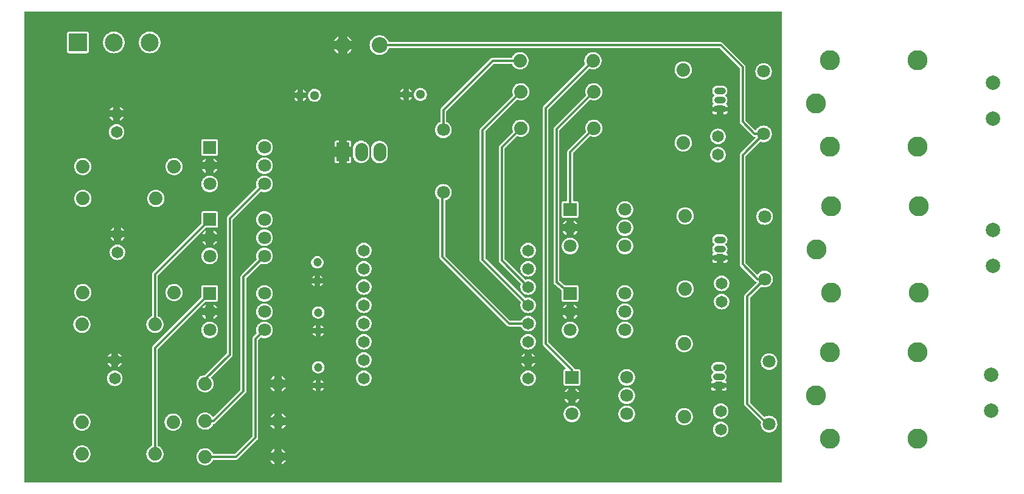
<source format=gbl>
G04 Layer: BottomLayer*
G04 EasyEDA v6.5.8, 2022-07-18 10:06:56*
G04 273c276c2863449b8c9a1f5c07be89c0,0c792c838a6744a9a4735c8e6cb38716,10*
G04 Gerber Generator version 0.2*
G04 Scale: 100 percent, Rotated: No, Reflected: No *
G04 Dimensions in millimeters *
G04 leading zeros omitted , absolute positions ,4 integer and 5 decimal *
%FSLAX45Y45*%
%MOMM*%

%ADD10C,0.3000*%
%ADD11C,1.2000*%
%ADD12C,1.8000*%
%ADD13C,2.5000*%
%ADD14C,1.6510*%
%ADD15R,1.6000X0.9000*%
%ADD16C,1.8796*%
%ADD17C,2.0000*%
%ADD18C,2.2000*%
%ADD19C,1.3000*%
%ADD20C,2.7940*%
%ADD21C,0.9000*%
%ADD22C,0.0176*%

%LPD*%
G36*
X544068Y-736092D02*
G01*
X540156Y-735330D01*
X536905Y-733094D01*
X534670Y-729843D01*
X533908Y-725932D01*
X533908Y5805932D01*
X534670Y5809843D01*
X536905Y5813094D01*
X540156Y5815330D01*
X544068Y5816092D01*
X11064240Y5816092D01*
X11068151Y5815330D01*
X11071402Y5813094D01*
X11073638Y5809843D01*
X11074400Y5805932D01*
X11074400Y-725932D01*
X11073638Y-729843D01*
X11071402Y-733094D01*
X11068151Y-735330D01*
X11064240Y-736092D01*
G37*

%LPC*%
G36*
X3044291Y-500837D02*
G01*
X3059074Y-500380D01*
X3073654Y-498093D01*
X3087827Y-494030D01*
X3101441Y-488289D01*
X3114192Y-480923D01*
X3125978Y-472033D01*
X3136595Y-461772D01*
X3145840Y-450240D01*
X3153613Y-437692D01*
X3158134Y-427837D01*
X3160369Y-424688D01*
X3163620Y-422656D01*
X3167380Y-421893D01*
X3479292Y-421893D01*
X3487775Y-421081D01*
X3495446Y-418744D01*
X3502507Y-414985D01*
X3509060Y-409549D01*
X3775049Y-143560D01*
X3780485Y-137007D01*
X3784244Y-129946D01*
X3786581Y-122275D01*
X3787394Y-113792D01*
X3787394Y1236167D01*
X3788156Y1240028D01*
X3790391Y1243330D01*
X3821125Y1274064D01*
X3824376Y1276248D01*
X3828186Y1277010D01*
X3832047Y1276299D01*
X3837686Y1274064D01*
X3851808Y1270457D01*
X3866235Y1268628D01*
X3880764Y1268628D01*
X3895191Y1270457D01*
X3909314Y1274064D01*
X3922826Y1279448D01*
X3935577Y1286459D01*
X3947363Y1294993D01*
X3957980Y1304950D01*
X3967276Y1316177D01*
X3975049Y1328470D01*
X3981246Y1341628D01*
X3985768Y1355496D01*
X3988460Y1369771D01*
X3989374Y1384300D01*
X3988460Y1398828D01*
X3985768Y1413103D01*
X3981246Y1426972D01*
X3975049Y1440129D01*
X3967276Y1452422D01*
X3957980Y1463649D01*
X3947363Y1473606D01*
X3935577Y1482140D01*
X3922826Y1489151D01*
X3909314Y1494536D01*
X3895191Y1498142D01*
X3880764Y1499971D01*
X3866235Y1499971D01*
X3851808Y1498142D01*
X3837686Y1494536D01*
X3824173Y1489151D01*
X3811422Y1482140D01*
X3799636Y1473606D01*
X3789019Y1463649D01*
X3779723Y1452422D01*
X3771950Y1440129D01*
X3765753Y1426972D01*
X3761232Y1413103D01*
X3758539Y1398828D01*
X3757625Y1384300D01*
X3758539Y1369771D01*
X3761232Y1355496D01*
X3765600Y1342085D01*
X3766108Y1338427D01*
X3765245Y1334820D01*
X3763111Y1331772D01*
X3717950Y1286560D01*
X3712514Y1280007D01*
X3708755Y1272946D01*
X3706418Y1265275D01*
X3705606Y1256792D01*
X3705606Y-93167D01*
X3704844Y-97028D01*
X3702608Y-100330D01*
X3465829Y-337108D01*
X3462528Y-339344D01*
X3458667Y-340106D01*
X3167380Y-340106D01*
X3163620Y-339344D01*
X3160369Y-337312D01*
X3158134Y-334162D01*
X3153613Y-324307D01*
X3145840Y-311759D01*
X3136595Y-300228D01*
X3125978Y-289966D01*
X3114192Y-281076D01*
X3101441Y-273710D01*
X3087827Y-267970D01*
X3073654Y-263906D01*
X3059074Y-261620D01*
X3044291Y-261213D01*
X3029610Y-262534D01*
X3015183Y-265684D01*
X3001264Y-270611D01*
X2988056Y-277215D01*
X2975762Y-285343D01*
X2964535Y-294944D01*
X2954629Y-305866D01*
X2946095Y-317906D01*
X2939084Y-330911D01*
X2933750Y-344678D01*
X2930194Y-358952D01*
X2928366Y-373634D01*
X2928366Y-388366D01*
X2930194Y-403047D01*
X2933750Y-417322D01*
X2939084Y-431088D01*
X2946095Y-444093D01*
X2954629Y-456133D01*
X2964535Y-467055D01*
X2975762Y-476656D01*
X2988056Y-484784D01*
X3001264Y-491388D01*
X3015183Y-496316D01*
X3029610Y-499465D01*
G37*
G36*
X4117340Y-488340D02*
G01*
X4130192Y-480923D01*
X4141978Y-472033D01*
X4152595Y-461772D01*
X4161840Y-450240D01*
X4169613Y-437692D01*
X4171137Y-434340D01*
X4117340Y-434340D01*
G37*
G36*
X4010660Y-488086D02*
G01*
X4010660Y-434340D01*
X3956862Y-434340D01*
X3962095Y-444093D01*
X3970629Y-456133D01*
X3980535Y-467055D01*
X3991762Y-476656D01*
X4004056Y-484784D01*
G37*
G36*
X1329791Y-462737D02*
G01*
X1344574Y-462280D01*
X1359154Y-459993D01*
X1373327Y-455930D01*
X1386941Y-450189D01*
X1399692Y-442823D01*
X1411478Y-433933D01*
X1422095Y-423672D01*
X1431340Y-412140D01*
X1439113Y-399592D01*
X1445260Y-386181D01*
X1449730Y-372160D01*
X1452473Y-357632D01*
X1453388Y-342900D01*
X1452473Y-328168D01*
X1449730Y-313639D01*
X1445260Y-299618D01*
X1439113Y-286207D01*
X1431340Y-273659D01*
X1422095Y-262128D01*
X1411478Y-251866D01*
X1399692Y-242976D01*
X1386941Y-235610D01*
X1373327Y-229870D01*
X1359154Y-225806D01*
X1344574Y-223520D01*
X1329791Y-223113D01*
X1315110Y-224434D01*
X1300683Y-227584D01*
X1286764Y-232511D01*
X1273556Y-239115D01*
X1261262Y-247243D01*
X1250035Y-256844D01*
X1240129Y-267766D01*
X1231595Y-279806D01*
X1224584Y-292811D01*
X1219250Y-306578D01*
X1215694Y-320852D01*
X1213866Y-335534D01*
X1213866Y-350266D01*
X1215694Y-364947D01*
X1219250Y-379222D01*
X1224584Y-392988D01*
X1231595Y-405993D01*
X1240129Y-418033D01*
X1250035Y-428955D01*
X1261262Y-438556D01*
X1273556Y-446684D01*
X1286764Y-453288D01*
X1300683Y-458216D01*
X1315110Y-461365D01*
G37*
G36*
X2345791Y-462737D02*
G01*
X2360574Y-462280D01*
X2375154Y-459993D01*
X2389327Y-455930D01*
X2402941Y-450189D01*
X2415692Y-442823D01*
X2427478Y-433933D01*
X2438095Y-423672D01*
X2447340Y-412140D01*
X2455113Y-399592D01*
X2461260Y-386181D01*
X2465730Y-372160D01*
X2468473Y-357632D01*
X2469388Y-342900D01*
X2468473Y-328168D01*
X2465730Y-313639D01*
X2461260Y-299618D01*
X2455113Y-286207D01*
X2447340Y-273659D01*
X2438095Y-262128D01*
X2427478Y-251866D01*
X2415692Y-242976D01*
X2402941Y-235610D01*
X2396591Y-232917D01*
X2393340Y-230733D01*
X2391156Y-227431D01*
X2390394Y-223570D01*
X2390394Y1109167D01*
X2391156Y1113028D01*
X2393391Y1116330D01*
X3050489Y1773428D01*
X3053740Y1775612D01*
X3057652Y1776374D01*
X3200908Y1776374D01*
X3207258Y1777085D01*
X3212693Y1779016D01*
X3217621Y1782114D01*
X3221685Y1786178D01*
X3224784Y1791106D01*
X3226714Y1796542D01*
X3227425Y1802892D01*
X3227425Y1981707D01*
X3226714Y1988057D01*
X3224784Y1993493D01*
X3221685Y1998421D01*
X3217621Y2002485D01*
X3212693Y2005584D01*
X3207258Y2007514D01*
X3200908Y2008225D01*
X3022092Y2008225D01*
X3015742Y2007514D01*
X3010306Y2005584D01*
X3005378Y2002485D01*
X3001314Y1998421D01*
X2998216Y1993493D01*
X2996285Y1988057D01*
X2995574Y1981707D01*
X2995574Y1838452D01*
X2994812Y1834540D01*
X2992628Y1831289D01*
X2320950Y1159560D01*
X2315514Y1153007D01*
X2311755Y1145946D01*
X2309418Y1138275D01*
X2308606Y1129792D01*
X2308606Y-223316D01*
X2307894Y-226974D01*
X2305964Y-230174D01*
X2302967Y-232410D01*
X2289556Y-239115D01*
X2277262Y-247243D01*
X2266035Y-256844D01*
X2256129Y-267766D01*
X2247595Y-279806D01*
X2240584Y-292811D01*
X2235250Y-306578D01*
X2231694Y-320852D01*
X2229866Y-335534D01*
X2229866Y-350266D01*
X2231694Y-364947D01*
X2235250Y-379222D01*
X2240584Y-392988D01*
X2247595Y-405993D01*
X2256129Y-418033D01*
X2266035Y-428955D01*
X2277262Y-438556D01*
X2289556Y-446684D01*
X2302764Y-453288D01*
X2316683Y-458216D01*
X2331110Y-461365D01*
G37*
G36*
X3956862Y-327660D02*
G01*
X4010660Y-327660D01*
X4010660Y-273913D01*
X4004056Y-277215D01*
X3991762Y-285343D01*
X3980535Y-294944D01*
X3970629Y-305866D01*
X3962095Y-317906D01*
G37*
G36*
X4117340Y-327660D02*
G01*
X4171137Y-327660D01*
X4169613Y-324307D01*
X4161840Y-311759D01*
X4152595Y-300228D01*
X4141978Y-289966D01*
X4130192Y-281076D01*
X4117340Y-273659D01*
G37*
G36*
X10223500Y-108458D02*
G01*
X10237673Y-107492D01*
X10251541Y-104749D01*
X10265003Y-100177D01*
X10277703Y-93929D01*
X10289489Y-86004D01*
X10300157Y-76657D01*
X10309504Y-65989D01*
X10317429Y-54203D01*
X10323677Y-41503D01*
X10328249Y-28041D01*
X10330992Y-14173D01*
X10331958Y0D01*
X10330992Y14173D01*
X10328249Y28041D01*
X10323677Y41503D01*
X10317429Y54203D01*
X10309504Y65989D01*
X10300157Y76657D01*
X10289489Y86004D01*
X10277703Y93929D01*
X10265003Y100177D01*
X10251541Y104749D01*
X10237673Y107492D01*
X10223500Y108458D01*
X10209326Y107492D01*
X10195458Y104749D01*
X10181996Y100177D01*
X10169296Y93929D01*
X10157510Y86004D01*
X10146842Y76657D01*
X10137495Y65989D01*
X10129570Y54203D01*
X10123322Y41503D01*
X10118750Y28041D01*
X10116007Y14173D01*
X10115042Y0D01*
X10116007Y-14173D01*
X10118750Y-28041D01*
X10123322Y-41503D01*
X10129570Y-54203D01*
X10137495Y-65989D01*
X10146842Y-76657D01*
X10157510Y-86004D01*
X10169296Y-93929D01*
X10181996Y-100177D01*
X10195458Y-104749D01*
X10209326Y-107492D01*
G37*
G36*
X10896600Y-42875D02*
G01*
X10911128Y-41960D01*
X10925403Y-39268D01*
X10939272Y-34747D01*
X10952429Y-28549D01*
X10964722Y-20777D01*
X10975949Y-11480D01*
X10985906Y-863D01*
X10994440Y10922D01*
X11001451Y23672D01*
X11006836Y37185D01*
X11010442Y51257D01*
X11012271Y65735D01*
X11012271Y80264D01*
X11010442Y94691D01*
X11006836Y108813D01*
X11001451Y122326D01*
X10994440Y135077D01*
X10985906Y146862D01*
X10975949Y157480D01*
X10964722Y166725D01*
X10952429Y174548D01*
X10939272Y180746D01*
X10925403Y185216D01*
X10911128Y187960D01*
X10896600Y188874D01*
X10882071Y187960D01*
X10867796Y185216D01*
X10853928Y180746D01*
X10840364Y174345D01*
X10836402Y173380D01*
X10832338Y174091D01*
X10828883Y176377D01*
X10635691Y369570D01*
X10633506Y372872D01*
X10632694Y376732D01*
X10632694Y1829866D01*
X10633506Y1833727D01*
X10635691Y1837029D01*
X10780572Y1981911D01*
X10783620Y1983993D01*
X10787227Y1984857D01*
X10790885Y1984400D01*
X10804296Y1980031D01*
X10818571Y1977339D01*
X10833100Y1976424D01*
X10847628Y1977339D01*
X10861903Y1980031D01*
X10875772Y1984552D01*
X10888929Y1990750D01*
X10901222Y1998522D01*
X10912449Y2007819D01*
X10922406Y2018436D01*
X10930940Y2030222D01*
X10937951Y2042972D01*
X10943336Y2056485D01*
X10946942Y2070557D01*
X10948771Y2085035D01*
X10948771Y2099564D01*
X10946942Y2113991D01*
X10943336Y2128113D01*
X10937951Y2141626D01*
X10930940Y2154377D01*
X10922406Y2166162D01*
X10912449Y2176780D01*
X10901222Y2186025D01*
X10888929Y2193848D01*
X10875772Y2200046D01*
X10861903Y2204516D01*
X10847628Y2207260D01*
X10833100Y2208174D01*
X10818571Y2207260D01*
X10804296Y2204516D01*
X10790428Y2200046D01*
X10777270Y2193848D01*
X10764977Y2186025D01*
X10753750Y2176780D01*
X10743793Y2166162D01*
X10740237Y2161235D01*
X10736986Y2158339D01*
X10732820Y2157069D01*
X10728502Y2157679D01*
X10724845Y2160016D01*
X10572191Y2312670D01*
X10570006Y2315972D01*
X10569194Y2319832D01*
X10569194Y3798366D01*
X10570006Y3802227D01*
X10572191Y3805529D01*
X10767872Y4001211D01*
X10770920Y4003294D01*
X10774527Y4004157D01*
X10778185Y4003700D01*
X10791596Y3999331D01*
X10805871Y3996639D01*
X10820400Y3995724D01*
X10834928Y3996639D01*
X10849203Y3999331D01*
X10863072Y4003852D01*
X10876229Y4010050D01*
X10888522Y4017822D01*
X10899749Y4027119D01*
X10909706Y4037736D01*
X10918240Y4049522D01*
X10925251Y4062272D01*
X10930636Y4075785D01*
X10934242Y4089857D01*
X10936071Y4104335D01*
X10936071Y4118864D01*
X10934242Y4133291D01*
X10930636Y4147413D01*
X10925251Y4160926D01*
X10918240Y4173677D01*
X10909706Y4185462D01*
X10899749Y4196080D01*
X10888522Y4205325D01*
X10876229Y4213148D01*
X10863072Y4219346D01*
X10849203Y4223816D01*
X10834928Y4226560D01*
X10820400Y4227474D01*
X10805871Y4226560D01*
X10791596Y4223816D01*
X10777728Y4219346D01*
X10764570Y4213148D01*
X10752277Y4205325D01*
X10741050Y4196080D01*
X10731093Y4185462D01*
X10722559Y4173677D01*
X10718342Y4166057D01*
X10716006Y4163161D01*
X10712704Y4161332D01*
X10708995Y4160824D01*
X10705388Y4161688D01*
X10702290Y4163771D01*
X10572191Y4293870D01*
X10570006Y4297172D01*
X10569194Y4301032D01*
X10569194Y5041392D01*
X10568381Y5049875D01*
X10566044Y5057546D01*
X10562285Y5064607D01*
X10556849Y5071160D01*
X10252760Y5375249D01*
X10246207Y5380685D01*
X10239146Y5384444D01*
X10231475Y5386781D01*
X10222992Y5387594D01*
X5610504Y5387594D01*
X5606643Y5388356D01*
X5603341Y5390489D01*
X5601157Y5393740D01*
X5595112Y5407710D01*
X5587238Y5421376D01*
X5577789Y5434025D01*
X5566968Y5445556D01*
X5554827Y5455716D01*
X5541670Y5464403D01*
X5527548Y5471464D01*
X5512663Y5476900D01*
X5497322Y5480507D01*
X5481624Y5482336D01*
X5465775Y5482336D01*
X5450078Y5480507D01*
X5434736Y5476900D01*
X5419852Y5471464D01*
X5405729Y5464403D01*
X5392572Y5455716D01*
X5380431Y5445556D01*
X5369610Y5434025D01*
X5360162Y5421376D01*
X5352288Y5407710D01*
X5345988Y5393182D01*
X5341467Y5378043D01*
X5338724Y5362498D01*
X5337810Y5346700D01*
X5338724Y5330901D01*
X5341467Y5315356D01*
X5345988Y5300218D01*
X5352288Y5285689D01*
X5360162Y5272024D01*
X5369610Y5259374D01*
X5380431Y5247843D01*
X5392572Y5237683D01*
X5405729Y5228996D01*
X5419852Y5221935D01*
X5434736Y5216499D01*
X5450078Y5212892D01*
X5465775Y5211064D01*
X5481624Y5211064D01*
X5497322Y5212892D01*
X5512663Y5216499D01*
X5527548Y5221935D01*
X5541670Y5228996D01*
X5554827Y5237683D01*
X5566968Y5247843D01*
X5577789Y5259374D01*
X5587238Y5272024D01*
X5595112Y5285689D01*
X5601157Y5299659D01*
X5603341Y5302910D01*
X5606643Y5305044D01*
X5610504Y5305806D01*
X10202367Y5305806D01*
X10206228Y5304993D01*
X10209530Y5302808D01*
X10484408Y5027930D01*
X10486644Y5024628D01*
X10487406Y5020767D01*
X10487406Y4280408D01*
X10488218Y4271924D01*
X10490555Y4264253D01*
X10494314Y4257192D01*
X10499750Y4250639D01*
X10667339Y4083050D01*
X10673892Y4077614D01*
X10680954Y4073855D01*
X10688624Y4071518D01*
X10698073Y4070654D01*
X10701731Y4069587D01*
X10704728Y4067251D01*
X10706658Y4064000D01*
X10707268Y4060190D01*
X10706455Y4056481D01*
X10704271Y4053332D01*
X10499750Y3848760D01*
X10494314Y3842207D01*
X10490555Y3835146D01*
X10488218Y3827475D01*
X10487406Y3818991D01*
X10487406Y2299208D01*
X10488218Y2290724D01*
X10490555Y2283053D01*
X10494314Y2275992D01*
X10499750Y2269439D01*
X10705439Y2063750D01*
X10711992Y2058314D01*
X10719003Y2054606D01*
X10721949Y2052218D01*
X10723829Y2048967D01*
X10724337Y2045207D01*
X10723524Y2041550D01*
X10721390Y2038451D01*
X10563250Y1880260D01*
X10557814Y1873707D01*
X10554055Y1866646D01*
X10551718Y1858975D01*
X10550906Y1850491D01*
X10550906Y356108D01*
X10551718Y347624D01*
X10554055Y339953D01*
X10557814Y332892D01*
X10563250Y326339D01*
X10781131Y108407D01*
X10783163Y105562D01*
X10784078Y102209D01*
X10783773Y98704D01*
X10782757Y94691D01*
X10780928Y80264D01*
X10780928Y65735D01*
X10782757Y51257D01*
X10786364Y37185D01*
X10791748Y23672D01*
X10798759Y10922D01*
X10807293Y-863D01*
X10817250Y-11480D01*
X10828477Y-20777D01*
X10840770Y-28549D01*
X10853928Y-34747D01*
X10867796Y-39268D01*
X10882071Y-41960D01*
G37*
G36*
X1329791Y-18237D02*
G01*
X1344574Y-17780D01*
X1359154Y-15494D01*
X1373327Y-11430D01*
X1386941Y-5689D01*
X1399692Y1676D01*
X1411478Y10566D01*
X1422095Y20828D01*
X1431340Y32359D01*
X1439113Y44907D01*
X1445260Y58318D01*
X1449730Y72339D01*
X1452473Y86868D01*
X1453388Y101600D01*
X1452473Y116332D01*
X1449730Y130860D01*
X1445260Y144881D01*
X1439113Y158292D01*
X1431340Y170840D01*
X1422095Y182372D01*
X1411478Y192633D01*
X1399692Y201523D01*
X1386941Y208889D01*
X1373327Y214629D01*
X1359154Y218694D01*
X1344574Y220979D01*
X1329791Y221386D01*
X1315110Y220065D01*
X1300683Y216916D01*
X1286764Y211988D01*
X1273556Y205384D01*
X1261262Y197256D01*
X1250035Y187655D01*
X1240129Y176733D01*
X1231595Y164693D01*
X1224584Y151688D01*
X1219250Y137922D01*
X1215694Y123647D01*
X1213866Y108966D01*
X1213866Y94234D01*
X1215694Y79552D01*
X1219250Y65278D01*
X1224584Y51511D01*
X1231595Y38506D01*
X1240129Y26466D01*
X1250035Y15544D01*
X1261262Y5943D01*
X1273556Y-2184D01*
X1286764Y-8788D01*
X1300683Y-13716D01*
X1315110Y-16865D01*
G37*
G36*
X2599791Y-18237D02*
G01*
X2614574Y-17780D01*
X2629154Y-15494D01*
X2643327Y-11430D01*
X2656941Y-5689D01*
X2669692Y1676D01*
X2681478Y10566D01*
X2692095Y20828D01*
X2701340Y32359D01*
X2709113Y44907D01*
X2715260Y58318D01*
X2719730Y72339D01*
X2722473Y86868D01*
X2723388Y101600D01*
X2722473Y116332D01*
X2719730Y130860D01*
X2715260Y144881D01*
X2709113Y158292D01*
X2701340Y170840D01*
X2692095Y182372D01*
X2681478Y192633D01*
X2669692Y201523D01*
X2656941Y208889D01*
X2643327Y214629D01*
X2629154Y218694D01*
X2614574Y220979D01*
X2599791Y221386D01*
X2585110Y220065D01*
X2570683Y216916D01*
X2556764Y211988D01*
X2543556Y205384D01*
X2531262Y197256D01*
X2520035Y187655D01*
X2510129Y176733D01*
X2501595Y164693D01*
X2494584Y151688D01*
X2489250Y137922D01*
X2485694Y123647D01*
X2483866Y108966D01*
X2483866Y94234D01*
X2485694Y79552D01*
X2489250Y65278D01*
X2494584Y51511D01*
X2501595Y38506D01*
X2510129Y26466D01*
X2520035Y15544D01*
X2531262Y5943D01*
X2543556Y-2184D01*
X2556764Y-8788D01*
X2570683Y-13716D01*
X2585110Y-16865D01*
G37*
G36*
X3044291Y-5537D02*
G01*
X3059074Y-5080D01*
X3073654Y-2794D01*
X3087827Y1270D01*
X3101441Y7010D01*
X3114192Y14376D01*
X3125978Y23266D01*
X3136595Y33528D01*
X3145840Y45059D01*
X3153613Y57607D01*
X3158388Y68021D01*
X3160369Y70866D01*
X3163265Y72948D01*
X3166618Y73863D01*
X3170275Y74218D01*
X3177946Y76555D01*
X3185007Y80314D01*
X3191560Y85750D01*
X3609949Y504139D01*
X3615385Y510692D01*
X3619144Y517753D01*
X3621481Y525424D01*
X3622294Y533908D01*
X3622294Y2099767D01*
X3623056Y2103628D01*
X3625291Y2106930D01*
X3821125Y2302764D01*
X3824376Y2304948D01*
X3828186Y2305710D01*
X3832047Y2304999D01*
X3837686Y2302764D01*
X3851808Y2299157D01*
X3866235Y2297328D01*
X3880764Y2297328D01*
X3895191Y2299157D01*
X3909314Y2302764D01*
X3922826Y2308148D01*
X3935577Y2315159D01*
X3947363Y2323693D01*
X3957980Y2333650D01*
X3967276Y2344877D01*
X3975049Y2357170D01*
X3981246Y2370328D01*
X3985768Y2384196D01*
X3988460Y2398471D01*
X3989374Y2413000D01*
X3988460Y2427528D01*
X3985768Y2441803D01*
X3981246Y2455672D01*
X3975049Y2468829D01*
X3967276Y2481122D01*
X3957980Y2492349D01*
X3947363Y2502306D01*
X3935577Y2510840D01*
X3922826Y2517851D01*
X3909314Y2523236D01*
X3895191Y2526842D01*
X3880764Y2528671D01*
X3866235Y2528671D01*
X3851808Y2526842D01*
X3837686Y2523236D01*
X3824173Y2517851D01*
X3811422Y2510840D01*
X3799636Y2502306D01*
X3789019Y2492349D01*
X3779723Y2481122D01*
X3771950Y2468829D01*
X3765753Y2455672D01*
X3761232Y2441803D01*
X3758539Y2427528D01*
X3757625Y2413000D01*
X3758539Y2398471D01*
X3761232Y2384196D01*
X3765600Y2370785D01*
X3766108Y2367127D01*
X3765245Y2363520D01*
X3763111Y2360472D01*
X3552850Y2150160D01*
X3547414Y2143607D01*
X3543655Y2136546D01*
X3541318Y2128875D01*
X3540506Y2120392D01*
X3540506Y554532D01*
X3539744Y550672D01*
X3537508Y547370D01*
X3165551Y175412D01*
X3162554Y173329D01*
X3159048Y172466D01*
X3155442Y172872D01*
X3152190Y174548D01*
X3149752Y177241D01*
X3145840Y183540D01*
X3136595Y195072D01*
X3125978Y205333D01*
X3114192Y214223D01*
X3101441Y221589D01*
X3087827Y227329D01*
X3073654Y231394D01*
X3059074Y233679D01*
X3044291Y234086D01*
X3029610Y232765D01*
X3015183Y229616D01*
X3001264Y224688D01*
X2988056Y218084D01*
X2975762Y209956D01*
X2964535Y200355D01*
X2954629Y189433D01*
X2946095Y177393D01*
X2939084Y164388D01*
X2933750Y150622D01*
X2930194Y136347D01*
X2928366Y121666D01*
X2928366Y106933D01*
X2930194Y92252D01*
X2933750Y77978D01*
X2939084Y64211D01*
X2946095Y51206D01*
X2954629Y39166D01*
X2964535Y28244D01*
X2975762Y18643D01*
X2988056Y10515D01*
X3001264Y3911D01*
X3015183Y-1016D01*
X3029610Y-4165D01*
G37*
G36*
X4117340Y6959D02*
G01*
X4130192Y14376D01*
X4141978Y23266D01*
X4152595Y33528D01*
X4161840Y45059D01*
X4169613Y57607D01*
X4171137Y60960D01*
X4117340Y60960D01*
G37*
G36*
X4010660Y7213D02*
G01*
X4010660Y60960D01*
X3956862Y60960D01*
X3962095Y51206D01*
X3970629Y39166D01*
X3980535Y28244D01*
X3991762Y18643D01*
X4004056Y10515D01*
G37*
G36*
X9708134Y58166D02*
G01*
X9722866Y58166D01*
X9737547Y59994D01*
X9751822Y63550D01*
X9765588Y68884D01*
X9778593Y75895D01*
X9790633Y84429D01*
X9801555Y94335D01*
X9811156Y105562D01*
X9819284Y117856D01*
X9825888Y131064D01*
X9830816Y144983D01*
X9833965Y159410D01*
X9835337Y174091D01*
X9834880Y188874D01*
X9832594Y203454D01*
X9828530Y217627D01*
X9822789Y231241D01*
X9815423Y243992D01*
X9806533Y255778D01*
X9796272Y266395D01*
X9784740Y275640D01*
X9772192Y283413D01*
X9758781Y289560D01*
X9744760Y294030D01*
X9730232Y296773D01*
X9715500Y297688D01*
X9700768Y296773D01*
X9686239Y294030D01*
X9672218Y289560D01*
X9658807Y283413D01*
X9646259Y275640D01*
X9634728Y266395D01*
X9624466Y255778D01*
X9615576Y243992D01*
X9608210Y231241D01*
X9602470Y217627D01*
X9598406Y203454D01*
X9596120Y188874D01*
X9595713Y174091D01*
X9597034Y159410D01*
X9600184Y144983D01*
X9605111Y131064D01*
X9611715Y117856D01*
X9619843Y105562D01*
X9629444Y94335D01*
X9640366Y84429D01*
X9652406Y75895D01*
X9665411Y68884D01*
X9679178Y63550D01*
X9693452Y59994D01*
G37*
G36*
X8908135Y100228D02*
G01*
X8922664Y100228D01*
X8937091Y102057D01*
X8951214Y105664D01*
X8964726Y111048D01*
X8977477Y118059D01*
X8989263Y126593D01*
X8999880Y136550D01*
X9009176Y147777D01*
X9016949Y160070D01*
X9023146Y173228D01*
X9027668Y187096D01*
X9030360Y201371D01*
X9031274Y215900D01*
X9030360Y230428D01*
X9027668Y244703D01*
X9023146Y258571D01*
X9016949Y271729D01*
X9009176Y284022D01*
X8999880Y295249D01*
X8989263Y305206D01*
X8977477Y313740D01*
X8964726Y320751D01*
X8951214Y326136D01*
X8937091Y329742D01*
X8922664Y331571D01*
X8908135Y331571D01*
X8893708Y329742D01*
X8879586Y326136D01*
X8866073Y320751D01*
X8853322Y313740D01*
X8841536Y305206D01*
X8830919Y295249D01*
X8821623Y284022D01*
X8813850Y271729D01*
X8807653Y258571D01*
X8803132Y244703D01*
X8800439Y230428D01*
X8799525Y215900D01*
X8800439Y201371D01*
X8803132Y187096D01*
X8807653Y173228D01*
X8813850Y160070D01*
X8821623Y147777D01*
X8830919Y136550D01*
X8841536Y126593D01*
X8853322Y118059D01*
X8866073Y111048D01*
X8879586Y105664D01*
X8893708Y102057D01*
G37*
G36*
X8146135Y100228D02*
G01*
X8160664Y100228D01*
X8175091Y102057D01*
X8189214Y105664D01*
X8202726Y111048D01*
X8215477Y118059D01*
X8227263Y126593D01*
X8237880Y136550D01*
X8247176Y147777D01*
X8254949Y160070D01*
X8261146Y173228D01*
X8265668Y187096D01*
X8268360Y201371D01*
X8269274Y215900D01*
X8268360Y230428D01*
X8265668Y244703D01*
X8261146Y258571D01*
X8254949Y271729D01*
X8247176Y284022D01*
X8237880Y295249D01*
X8227263Y305206D01*
X8215477Y313740D01*
X8202726Y320751D01*
X8189214Y326136D01*
X8175091Y329742D01*
X8160664Y331571D01*
X8146135Y331571D01*
X8131708Y329742D01*
X8117586Y326136D01*
X8104073Y320751D01*
X8091322Y313740D01*
X8079536Y305206D01*
X8068919Y295249D01*
X8059623Y284022D01*
X8051850Y271729D01*
X8045653Y258571D01*
X8041131Y244703D01*
X8038439Y230428D01*
X8037525Y215900D01*
X8038439Y201371D01*
X8041131Y187096D01*
X8045653Y173228D01*
X8051850Y160070D01*
X8059623Y147777D01*
X8068919Y136550D01*
X8079536Y126593D01*
X8091322Y118059D01*
X8104073Y111048D01*
X8117586Y105664D01*
X8131708Y102057D01*
G37*
G36*
X10223500Y145542D02*
G01*
X10237673Y146507D01*
X10251541Y149250D01*
X10265003Y153822D01*
X10277703Y160070D01*
X10289489Y167995D01*
X10300157Y177342D01*
X10309504Y188010D01*
X10317429Y199796D01*
X10323677Y212496D01*
X10328249Y225958D01*
X10330992Y239826D01*
X10331958Y254000D01*
X10330992Y268173D01*
X10328249Y282041D01*
X10323677Y295503D01*
X10317429Y308203D01*
X10309504Y319989D01*
X10300157Y330657D01*
X10289489Y340004D01*
X10277703Y347929D01*
X10265003Y354177D01*
X10251541Y358749D01*
X10237673Y361492D01*
X10223500Y362458D01*
X10209326Y361492D01*
X10195458Y358749D01*
X10181996Y354177D01*
X10169296Y347929D01*
X10157510Y340004D01*
X10146842Y330657D01*
X10137495Y319989D01*
X10129570Y308203D01*
X10123322Y295503D01*
X10118750Y282041D01*
X10116007Y268173D01*
X10115042Y254000D01*
X10116007Y239826D01*
X10118750Y225958D01*
X10123322Y212496D01*
X10129570Y199796D01*
X10137495Y188010D01*
X10146842Y177342D01*
X10157510Y167995D01*
X10169296Y160070D01*
X10181996Y153822D01*
X10195458Y149250D01*
X10209326Y146507D01*
G37*
G36*
X3956862Y167640D02*
G01*
X4010660Y167640D01*
X4010660Y221386D01*
X4004056Y218084D01*
X3991762Y209956D01*
X3980535Y200355D01*
X3970629Y189433D01*
X3962095Y177393D01*
G37*
G36*
X4117340Y167640D02*
G01*
X4171137Y167640D01*
X4169613Y170992D01*
X4161840Y183540D01*
X4152595Y195072D01*
X4141978Y205333D01*
X4130192Y214223D01*
X4117340Y221640D01*
G37*
G36*
X8908135Y354228D02*
G01*
X8922664Y354228D01*
X8937091Y356057D01*
X8951214Y359664D01*
X8964726Y365048D01*
X8977477Y372059D01*
X8989263Y380593D01*
X8999880Y390550D01*
X9009176Y401777D01*
X9016949Y414070D01*
X9023146Y427228D01*
X9027668Y441096D01*
X9030360Y455371D01*
X9031274Y469900D01*
X9030360Y484428D01*
X9027668Y498703D01*
X9023146Y512572D01*
X9016949Y525729D01*
X9009176Y538022D01*
X8999880Y549249D01*
X8989263Y559206D01*
X8977477Y567740D01*
X8964726Y574751D01*
X8951214Y580136D01*
X8937091Y583742D01*
X8922664Y585571D01*
X8908135Y585571D01*
X8893708Y583742D01*
X8879586Y580136D01*
X8866073Y574751D01*
X8853322Y567740D01*
X8841536Y559206D01*
X8830919Y549249D01*
X8821623Y538022D01*
X8813850Y525729D01*
X8807653Y512572D01*
X8803132Y498703D01*
X8800439Y484428D01*
X8799525Y469900D01*
X8800439Y455371D01*
X8803132Y441096D01*
X8807653Y427228D01*
X8813850Y414070D01*
X8821623Y401777D01*
X8830919Y390550D01*
X8841536Y380593D01*
X8853322Y372059D01*
X8866073Y365048D01*
X8879586Y359664D01*
X8893708Y356057D01*
G37*
G36*
X8204758Y366166D02*
G01*
X8215477Y372059D01*
X8227263Y380593D01*
X8237880Y390550D01*
X8247176Y401777D01*
X8254949Y414070D01*
X8257082Y418541D01*
X8204758Y418541D01*
G37*
G36*
X8102041Y366166D02*
G01*
X8102041Y418541D01*
X8049717Y418541D01*
X8051850Y414070D01*
X8059623Y401777D01*
X8068919Y390550D01*
X8079536Y380593D01*
X8091322Y372059D01*
G37*
G36*
X3044291Y515162D02*
G01*
X3059074Y515620D01*
X3073654Y517906D01*
X3087827Y521970D01*
X3101441Y527710D01*
X3114192Y535076D01*
X3125978Y543966D01*
X3136595Y554228D01*
X3145840Y565759D01*
X3153613Y578307D01*
X3159760Y591718D01*
X3164230Y605739D01*
X3166973Y620268D01*
X3167888Y635000D01*
X3166973Y649732D01*
X3164230Y664260D01*
X3159760Y678281D01*
X3153613Y691692D01*
X3145840Y704240D01*
X3136290Y716127D01*
X3134563Y719378D01*
X3134055Y723036D01*
X3134918Y726643D01*
X3137001Y729691D01*
X3419449Y1012139D01*
X3424885Y1018692D01*
X3428644Y1025753D01*
X3430981Y1033424D01*
X3431794Y1041908D01*
X3431794Y2912567D01*
X3432556Y2916428D01*
X3434791Y2919730D01*
X3821125Y3306064D01*
X3824376Y3308248D01*
X3828186Y3309010D01*
X3832047Y3308299D01*
X3837686Y3306064D01*
X3851808Y3302457D01*
X3866235Y3300628D01*
X3880764Y3300628D01*
X3895191Y3302457D01*
X3909314Y3306064D01*
X3922826Y3311448D01*
X3935577Y3318459D01*
X3947363Y3326993D01*
X3957980Y3336950D01*
X3967276Y3348177D01*
X3975049Y3360470D01*
X3981246Y3373628D01*
X3985768Y3387496D01*
X3988460Y3401771D01*
X3989374Y3416300D01*
X3988460Y3430828D01*
X3985768Y3445103D01*
X3981246Y3458972D01*
X3975049Y3472129D01*
X3967276Y3484422D01*
X3957980Y3495649D01*
X3947363Y3505606D01*
X3935577Y3514140D01*
X3922826Y3521151D01*
X3909314Y3526536D01*
X3895191Y3530142D01*
X3880764Y3531971D01*
X3866235Y3531971D01*
X3851808Y3530142D01*
X3837686Y3526536D01*
X3824173Y3521151D01*
X3811422Y3514140D01*
X3799636Y3505606D01*
X3789019Y3495649D01*
X3779723Y3484422D01*
X3771950Y3472129D01*
X3765753Y3458972D01*
X3761232Y3445103D01*
X3758539Y3430828D01*
X3757625Y3416300D01*
X3758539Y3401771D01*
X3761232Y3387496D01*
X3765600Y3374085D01*
X3766108Y3370427D01*
X3765245Y3366820D01*
X3763111Y3363772D01*
X3362350Y2962960D01*
X3356914Y2956407D01*
X3353155Y2949346D01*
X3350818Y2941675D01*
X3350006Y2933192D01*
X3350006Y1062532D01*
X3349244Y1058672D01*
X3347008Y1055370D01*
X3049270Y757631D01*
X3046425Y755599D01*
X3043021Y754684D01*
X3029610Y753465D01*
X3015183Y750316D01*
X3001264Y745388D01*
X2988056Y738784D01*
X2975762Y730656D01*
X2964535Y721055D01*
X2954629Y710133D01*
X2946095Y698093D01*
X2939084Y685088D01*
X2933750Y671322D01*
X2930194Y657047D01*
X2928366Y642366D01*
X2928366Y627634D01*
X2930194Y612952D01*
X2933750Y598678D01*
X2939084Y584911D01*
X2946095Y571906D01*
X2954629Y559866D01*
X2964535Y548944D01*
X2975762Y539343D01*
X2988056Y531215D01*
X3001264Y524611D01*
X3015183Y519684D01*
X3029610Y516534D01*
G37*
G36*
X8204758Y521258D02*
G01*
X8257082Y521258D01*
X8254949Y525729D01*
X8247176Y538022D01*
X8237880Y549249D01*
X8227263Y559206D01*
X8215477Y567740D01*
X8204758Y573633D01*
G37*
G36*
X8049717Y521258D02*
G01*
X8102041Y521258D01*
X8102041Y573633D01*
X8091322Y567740D01*
X8079536Y559206D01*
X8068919Y549249D01*
X8059623Y538022D01*
X8051850Y525729D01*
G37*
G36*
X4117340Y527659D02*
G01*
X4130192Y535076D01*
X4141978Y543966D01*
X4152595Y554228D01*
X4161840Y565759D01*
X4169613Y578307D01*
X4171137Y581660D01*
X4117340Y581660D01*
G37*
G36*
X4010660Y527913D02*
G01*
X4010660Y581660D01*
X3956862Y581660D01*
X3962095Y571906D01*
X3970629Y559866D01*
X3980535Y548944D01*
X3991762Y539343D01*
X4004056Y531215D01*
G37*
G36*
X4659172Y531825D02*
G01*
X4669231Y537362D01*
X4679035Y544677D01*
X4687722Y553364D01*
X4695037Y563168D01*
X4700574Y573227D01*
X4659172Y573227D01*
G37*
G36*
X4586427Y531825D02*
G01*
X4586427Y573227D01*
X4545025Y573227D01*
X4550562Y563168D01*
X4557877Y553364D01*
X4566564Y544677D01*
X4576368Y537362D01*
G37*
G36*
X10118648Y538683D02*
G01*
X10151770Y538683D01*
X10151770Y580745D01*
X10092182Y580745D01*
X10092182Y565150D01*
X10092893Y558850D01*
X10094823Y553364D01*
X10097871Y548487D01*
X10101986Y544372D01*
X10106863Y541324D01*
X10112349Y539394D01*
G37*
G36*
X10244429Y538683D02*
G01*
X10277551Y538683D01*
X10283850Y539394D01*
X10289336Y541324D01*
X10294213Y544372D01*
X10298328Y548487D01*
X10301376Y553364D01*
X10303306Y558850D01*
X10304018Y565150D01*
X10304018Y580745D01*
X10244429Y580745D01*
G37*
G36*
X1790700Y602742D02*
G01*
X1804873Y603707D01*
X1818741Y606450D01*
X1832203Y611022D01*
X1844903Y617270D01*
X1856689Y625195D01*
X1867357Y634542D01*
X1876704Y645210D01*
X1884629Y656996D01*
X1890877Y669696D01*
X1895449Y683158D01*
X1898192Y697026D01*
X1899157Y711200D01*
X1898192Y725373D01*
X1895449Y739241D01*
X1890877Y752703D01*
X1884629Y765403D01*
X1876704Y777189D01*
X1867357Y787857D01*
X1856689Y797204D01*
X1844903Y805129D01*
X1832203Y811377D01*
X1818741Y815949D01*
X1804873Y818692D01*
X1790700Y819658D01*
X1776526Y818692D01*
X1762658Y815949D01*
X1749196Y811377D01*
X1736496Y805129D01*
X1724710Y797204D01*
X1714042Y787857D01*
X1704695Y777189D01*
X1696770Y765403D01*
X1690522Y752703D01*
X1685950Y739241D01*
X1683207Y725373D01*
X1682242Y711200D01*
X1683207Y697026D01*
X1685950Y683158D01*
X1690522Y669696D01*
X1696770Y656996D01*
X1704695Y645210D01*
X1714042Y634542D01*
X1724710Y625195D01*
X1736496Y617270D01*
X1749196Y611022D01*
X1762658Y606450D01*
X1776526Y603707D01*
G37*
G36*
X7543800Y602742D02*
G01*
X7557973Y603707D01*
X7571841Y606450D01*
X7585303Y611022D01*
X7598003Y617270D01*
X7609789Y625195D01*
X7620457Y634542D01*
X7629804Y645210D01*
X7637729Y656996D01*
X7643977Y669696D01*
X7648549Y683158D01*
X7651292Y697026D01*
X7652258Y711200D01*
X7651292Y725373D01*
X7648549Y739241D01*
X7643977Y752703D01*
X7637729Y765403D01*
X7629804Y777189D01*
X7620457Y787857D01*
X7609789Y797204D01*
X7598003Y805129D01*
X7585303Y811377D01*
X7571841Y815949D01*
X7557973Y818692D01*
X7543800Y819658D01*
X7529626Y818692D01*
X7515758Y815949D01*
X7502296Y811377D01*
X7489596Y805129D01*
X7477810Y797204D01*
X7467142Y787857D01*
X7457795Y777189D01*
X7449870Y765403D01*
X7443622Y752703D01*
X7439050Y739241D01*
X7436307Y725373D01*
X7435342Y711200D01*
X7436307Y697026D01*
X7439050Y683158D01*
X7443622Y669696D01*
X7449870Y656996D01*
X7457795Y645210D01*
X7467142Y634542D01*
X7477810Y625195D01*
X7489596Y617270D01*
X7502296Y611022D01*
X7515758Y606450D01*
X7529626Y603707D01*
G37*
G36*
X5257800Y602742D02*
G01*
X5271973Y603707D01*
X5285841Y606450D01*
X5299303Y611022D01*
X5312003Y617270D01*
X5323789Y625195D01*
X5334457Y634542D01*
X5343804Y645210D01*
X5351729Y656996D01*
X5357977Y669696D01*
X5362549Y683158D01*
X5365292Y697026D01*
X5366258Y711200D01*
X5365292Y725373D01*
X5362549Y739241D01*
X5357977Y752703D01*
X5351729Y765403D01*
X5343804Y777189D01*
X5334457Y787857D01*
X5323789Y797204D01*
X5312003Y805129D01*
X5299303Y811377D01*
X5285841Y815949D01*
X5271973Y818692D01*
X5257800Y819658D01*
X5243626Y818692D01*
X5229758Y815949D01*
X5216296Y811377D01*
X5203596Y805129D01*
X5191810Y797204D01*
X5181142Y787857D01*
X5171795Y777189D01*
X5163870Y765403D01*
X5157622Y752703D01*
X5153050Y739241D01*
X5150307Y725373D01*
X5149342Y711200D01*
X5150307Y697026D01*
X5153050Y683158D01*
X5157622Y669696D01*
X5163870Y656996D01*
X5171795Y645210D01*
X5181142Y634542D01*
X5191810Y625195D01*
X5203596Y617270D01*
X5216296Y611022D01*
X5229758Y606450D01*
X5243626Y603707D01*
G37*
G36*
X8063992Y607974D02*
G01*
X8242808Y607974D01*
X8249158Y608685D01*
X8254593Y610616D01*
X8259521Y613714D01*
X8263585Y617778D01*
X8266684Y622706D01*
X8268614Y628142D01*
X8269325Y634492D01*
X8269325Y813308D01*
X8268614Y819658D01*
X8266684Y825093D01*
X8263585Y830021D01*
X8259521Y834085D01*
X8254593Y837184D01*
X8249158Y839114D01*
X8242808Y839825D01*
X8197951Y839825D01*
X8194344Y840435D01*
X8191246Y842314D01*
X8189010Y845159D01*
X8187385Y848207D01*
X8181949Y854760D01*
X7828991Y1207770D01*
X7826806Y1211072D01*
X7825994Y1214932D01*
X7825994Y4449267D01*
X7826806Y4453128D01*
X7828991Y4456430D01*
X8389975Y5017414D01*
X8393074Y5019548D01*
X8396782Y5020360D01*
X8400491Y5019802D01*
X8412683Y5015484D01*
X8427110Y5012334D01*
X8441791Y5010962D01*
X8456574Y5011420D01*
X8471154Y5013706D01*
X8485327Y5017770D01*
X8498941Y5023510D01*
X8511692Y5030876D01*
X8523478Y5039766D01*
X8534095Y5050028D01*
X8543340Y5061559D01*
X8551113Y5074107D01*
X8557260Y5087518D01*
X8561730Y5101539D01*
X8564473Y5116068D01*
X8565388Y5130800D01*
X8564473Y5145532D01*
X8561730Y5160060D01*
X8557260Y5174081D01*
X8551113Y5187492D01*
X8543340Y5200040D01*
X8534095Y5211572D01*
X8523478Y5221833D01*
X8511692Y5230723D01*
X8498941Y5238089D01*
X8485327Y5243830D01*
X8471154Y5247894D01*
X8456574Y5250180D01*
X8441791Y5250586D01*
X8427110Y5249265D01*
X8412683Y5246116D01*
X8398764Y5241188D01*
X8385556Y5234584D01*
X8373262Y5226456D01*
X8362035Y5216855D01*
X8352129Y5205933D01*
X8343595Y5193893D01*
X8336584Y5180888D01*
X8331250Y5167122D01*
X8327694Y5152847D01*
X8325866Y5138166D01*
X8325866Y5123434D01*
X8327694Y5108752D01*
X8331250Y5094478D01*
X8334451Y5086197D01*
X8335162Y5082387D01*
X8334349Y5078577D01*
X8332165Y5075326D01*
X7756550Y4499660D01*
X7751114Y4493107D01*
X7747355Y4486046D01*
X7745018Y4478375D01*
X7744206Y4469892D01*
X7744206Y1194308D01*
X7745018Y1185824D01*
X7747355Y1178153D01*
X7751114Y1171092D01*
X7756550Y1164539D01*
X8064550Y856487D01*
X8066684Y853338D01*
X8067548Y849680D01*
X8066989Y845921D01*
X8065109Y842670D01*
X8062112Y840282D01*
X8057642Y839114D01*
X8052206Y837184D01*
X8047278Y834085D01*
X8043214Y830021D01*
X8040116Y825093D01*
X8038185Y819658D01*
X8037474Y813308D01*
X8037474Y634492D01*
X8038185Y628142D01*
X8040116Y622706D01*
X8043214Y617778D01*
X8047278Y613714D01*
X8052206Y610616D01*
X8057642Y608685D01*
G37*
G36*
X8908135Y608228D02*
G01*
X8922664Y608228D01*
X8937091Y610057D01*
X8951214Y613664D01*
X8964726Y619048D01*
X8977477Y626059D01*
X8989263Y634593D01*
X8999880Y644550D01*
X9009176Y655777D01*
X9016949Y668070D01*
X9023146Y681228D01*
X9027668Y695096D01*
X9030360Y709371D01*
X9031274Y723900D01*
X9030360Y738428D01*
X9027668Y752703D01*
X9023146Y766572D01*
X9016949Y779729D01*
X9009176Y792022D01*
X8999880Y803249D01*
X8989263Y813206D01*
X8977477Y821740D01*
X8964726Y828751D01*
X8951214Y834136D01*
X8937091Y837742D01*
X8922664Y839571D01*
X8908135Y839571D01*
X8893708Y837742D01*
X8879586Y834136D01*
X8866073Y828751D01*
X8853322Y821740D01*
X8841536Y813206D01*
X8830919Y803249D01*
X8821623Y792022D01*
X8813850Y779729D01*
X8807653Y766572D01*
X8803132Y752703D01*
X8800439Y738428D01*
X8799525Y723900D01*
X8800439Y709371D01*
X8803132Y695096D01*
X8807653Y681228D01*
X8813850Y668070D01*
X8821623Y655777D01*
X8830919Y644550D01*
X8841536Y634593D01*
X8853322Y626059D01*
X8866073Y619048D01*
X8879586Y613664D01*
X8893708Y610057D01*
G37*
G36*
X10092182Y638454D02*
G01*
X10151770Y638454D01*
X10151770Y655624D01*
X10152583Y659688D01*
X10155021Y663092D01*
X10158577Y665226D01*
X10163505Y665683D01*
X10232694Y665683D01*
X10237622Y665226D01*
X10241178Y663092D01*
X10243616Y659688D01*
X10244429Y655624D01*
X10244429Y638454D01*
X10304018Y638454D01*
X10304018Y654050D01*
X10303306Y660349D01*
X10301376Y665835D01*
X10298328Y670712D01*
X10294213Y674827D01*
X10290505Y677113D01*
X10287457Y680161D01*
X10285882Y684174D01*
X10286136Y688492D01*
X10288219Y692302D01*
X10290454Y694944D01*
X10296245Y704443D01*
X10300512Y714705D01*
X10303103Y725525D01*
X10303967Y736600D01*
X10303103Y747674D01*
X10300512Y758494D01*
X10296245Y768756D01*
X10290454Y778256D01*
X10283240Y786739D01*
X10276586Y792378D01*
X10273944Y795832D01*
X10273030Y800100D01*
X10273944Y804367D01*
X10276586Y807821D01*
X10283240Y813460D01*
X10290454Y821944D01*
X10296245Y831443D01*
X10300512Y841705D01*
X10303103Y852525D01*
X10303967Y863600D01*
X10303103Y874674D01*
X10300512Y885494D01*
X10296245Y895756D01*
X10290454Y905256D01*
X10283240Y913739D01*
X10274757Y920953D01*
X10265257Y926744D01*
X10254996Y931011D01*
X10244175Y933602D01*
X10232694Y934516D01*
X10163505Y934516D01*
X10152024Y933602D01*
X10141204Y931011D01*
X10130942Y926744D01*
X10121442Y920953D01*
X10112959Y913739D01*
X10105745Y905256D01*
X10099954Y895756D01*
X10095687Y885494D01*
X10093096Y874674D01*
X10092232Y863600D01*
X10093096Y852525D01*
X10095687Y841705D01*
X10099954Y831443D01*
X10105745Y821944D01*
X10112959Y813460D01*
X10119614Y807821D01*
X10122255Y804367D01*
X10123170Y800100D01*
X10122255Y795832D01*
X10119614Y792378D01*
X10112959Y786739D01*
X10105745Y778256D01*
X10099954Y768756D01*
X10095687Y758494D01*
X10093096Y747674D01*
X10092232Y736600D01*
X10093096Y725525D01*
X10095687Y714705D01*
X10099954Y704443D01*
X10105745Y694944D01*
X10107980Y692302D01*
X10110063Y688492D01*
X10110317Y684174D01*
X10108742Y680161D01*
X10105694Y677113D01*
X10101986Y674827D01*
X10097871Y670712D01*
X10094823Y665835D01*
X10092893Y660349D01*
X10092182Y654050D01*
G37*
G36*
X4545025Y645972D02*
G01*
X4586427Y645972D01*
X4586427Y687374D01*
X4576368Y681837D01*
X4566564Y674522D01*
X4557877Y665835D01*
X4550562Y656031D01*
G37*
G36*
X4659172Y645972D02*
G01*
X4700574Y645972D01*
X4695037Y656031D01*
X4687722Y665835D01*
X4679035Y674522D01*
X4669231Y681837D01*
X4659172Y687374D01*
G37*
G36*
X3956862Y688340D02*
G01*
X4010660Y688340D01*
X4010660Y742086D01*
X4004056Y738784D01*
X3991762Y730656D01*
X3980535Y721055D01*
X3970629Y710133D01*
X3962095Y698093D01*
G37*
G36*
X4117340Y688340D02*
G01*
X4171137Y688340D01*
X4169613Y691692D01*
X4161840Y704240D01*
X4152595Y715772D01*
X4141978Y726033D01*
X4130192Y734923D01*
X4117340Y742340D01*
G37*
G36*
X4622800Y777697D02*
G01*
X4635042Y778611D01*
X4646980Y781202D01*
X4658461Y785469D01*
X4669231Y791362D01*
X4679035Y798677D01*
X4687722Y807364D01*
X4695037Y817168D01*
X4700930Y827938D01*
X4705197Y839419D01*
X4707788Y851357D01*
X4708702Y863600D01*
X4707788Y875842D01*
X4705197Y887780D01*
X4700930Y899261D01*
X4695037Y910031D01*
X4687722Y919835D01*
X4679035Y928522D01*
X4669231Y935837D01*
X4658461Y941730D01*
X4646980Y945997D01*
X4635042Y948588D01*
X4622800Y949502D01*
X4610557Y948588D01*
X4598619Y945997D01*
X4587138Y941730D01*
X4576368Y935837D01*
X4566564Y928522D01*
X4557877Y919835D01*
X4550562Y910031D01*
X4544669Y899261D01*
X4540402Y887780D01*
X4537811Y875842D01*
X4536897Y863600D01*
X4537811Y851357D01*
X4540402Y839419D01*
X4544669Y827938D01*
X4550562Y817168D01*
X4557877Y807364D01*
X4566564Y798677D01*
X4576368Y791362D01*
X4587138Y785469D01*
X4598619Y781202D01*
X4610557Y778611D01*
G37*
G36*
X10896600Y827125D02*
G01*
X10911128Y828040D01*
X10925403Y830783D01*
X10939272Y835253D01*
X10952429Y841451D01*
X10964722Y849274D01*
X10975949Y858519D01*
X10985906Y869137D01*
X10994440Y880922D01*
X11001451Y893673D01*
X11006836Y907186D01*
X11010442Y921308D01*
X11012271Y935736D01*
X11012271Y950264D01*
X11010442Y964742D01*
X11006836Y978814D01*
X11001451Y992327D01*
X10994440Y1005078D01*
X10985906Y1016863D01*
X10975949Y1027480D01*
X10964722Y1036777D01*
X10952429Y1044549D01*
X10939272Y1050747D01*
X10925403Y1055268D01*
X10911128Y1057960D01*
X10896600Y1058875D01*
X10882071Y1057960D01*
X10867796Y1055268D01*
X10853928Y1050747D01*
X10840770Y1044549D01*
X10828477Y1036777D01*
X10817250Y1027480D01*
X10807293Y1016863D01*
X10798759Y1005078D01*
X10791748Y992327D01*
X10786364Y978814D01*
X10782757Y964742D01*
X10780928Y950264D01*
X10780928Y935736D01*
X10782757Y921308D01*
X10786364Y907186D01*
X10791748Y893673D01*
X10798759Y880922D01*
X10807293Y869137D01*
X10817250Y858519D01*
X10828477Y849274D01*
X10840770Y841451D01*
X10853928Y835253D01*
X10867796Y830783D01*
X10882071Y828040D01*
G37*
G36*
X5257800Y856742D02*
G01*
X5271973Y857707D01*
X5285841Y860450D01*
X5299303Y865022D01*
X5312003Y871270D01*
X5323789Y879195D01*
X5334457Y888542D01*
X5343804Y899210D01*
X5351729Y910996D01*
X5357977Y923696D01*
X5362549Y937158D01*
X5365292Y951026D01*
X5366258Y965200D01*
X5365292Y979373D01*
X5362549Y993241D01*
X5357977Y1006703D01*
X5351729Y1019403D01*
X5343804Y1031189D01*
X5334457Y1041857D01*
X5323789Y1051204D01*
X5312003Y1059129D01*
X5299303Y1065377D01*
X5285841Y1069949D01*
X5271973Y1072692D01*
X5257800Y1073658D01*
X5243626Y1072692D01*
X5229758Y1069949D01*
X5216296Y1065377D01*
X5203596Y1059129D01*
X5191810Y1051204D01*
X5181142Y1041857D01*
X5171795Y1031189D01*
X5163870Y1019403D01*
X5157622Y1006703D01*
X5153050Y993241D01*
X5150307Y979373D01*
X5149342Y965200D01*
X5150307Y951026D01*
X5153050Y937158D01*
X5157622Y923696D01*
X5163870Y910996D01*
X5171795Y899210D01*
X5181142Y888542D01*
X5191810Y879195D01*
X5203596Y871270D01*
X5216296Y865022D01*
X5229758Y860450D01*
X5243626Y857707D01*
G37*
G36*
X7591450Y868019D02*
G01*
X7598003Y871270D01*
X7609789Y879195D01*
X7620457Y888542D01*
X7629804Y899210D01*
X7637729Y910996D01*
X7640980Y917549D01*
X7591450Y917549D01*
G37*
G36*
X7496200Y868019D02*
G01*
X7496200Y917549D01*
X7446619Y917549D01*
X7449870Y910996D01*
X7457795Y899210D01*
X7467142Y888542D01*
X7477810Y879195D01*
X7489596Y871270D01*
G37*
G36*
X1743100Y868019D02*
G01*
X1743100Y917549D01*
X1693519Y917549D01*
X1696770Y910996D01*
X1704695Y899210D01*
X1714042Y888542D01*
X1724710Y879195D01*
X1736496Y871270D01*
G37*
G36*
X1838350Y868019D02*
G01*
X1844903Y871270D01*
X1856689Y879195D01*
X1867357Y888542D01*
X1876704Y899210D01*
X1884629Y910996D01*
X1887880Y917549D01*
X1838350Y917549D01*
G37*
G36*
X1693519Y1012799D02*
G01*
X1743100Y1012799D01*
X1743100Y1062380D01*
X1736496Y1059129D01*
X1724710Y1051204D01*
X1714042Y1041857D01*
X1704695Y1031189D01*
X1696770Y1019403D01*
G37*
G36*
X7591450Y1012799D02*
G01*
X7640980Y1012799D01*
X7637729Y1019403D01*
X7629804Y1031189D01*
X7620457Y1041857D01*
X7609789Y1051204D01*
X7598003Y1059129D01*
X7591450Y1062380D01*
G37*
G36*
X1838350Y1012799D02*
G01*
X1887880Y1012799D01*
X1884629Y1019403D01*
X1876704Y1031189D01*
X1867357Y1041857D01*
X1856689Y1051204D01*
X1844903Y1059129D01*
X1838350Y1062380D01*
G37*
G36*
X7446619Y1012799D02*
G01*
X7496200Y1012799D01*
X7496200Y1062380D01*
X7489596Y1059129D01*
X7477810Y1051204D01*
X7467142Y1041857D01*
X7457795Y1031189D01*
X7449870Y1019403D01*
G37*
G36*
X9708134Y1074166D02*
G01*
X9722866Y1074166D01*
X9737547Y1075994D01*
X9751822Y1079550D01*
X9765588Y1084884D01*
X9778593Y1091895D01*
X9790633Y1100429D01*
X9801555Y1110335D01*
X9811156Y1121562D01*
X9819284Y1133856D01*
X9825888Y1147064D01*
X9830816Y1160983D01*
X9833965Y1175410D01*
X9835337Y1190091D01*
X9834880Y1204874D01*
X9832594Y1219454D01*
X9828530Y1233627D01*
X9822789Y1247241D01*
X9815423Y1259992D01*
X9806533Y1271778D01*
X9796272Y1282395D01*
X9784740Y1291640D01*
X9772192Y1299413D01*
X9758781Y1305560D01*
X9744760Y1310030D01*
X9730232Y1312773D01*
X9715500Y1313688D01*
X9700768Y1312773D01*
X9686239Y1310030D01*
X9672218Y1305560D01*
X9658807Y1299413D01*
X9646259Y1291640D01*
X9634728Y1282395D01*
X9624466Y1271778D01*
X9615576Y1259992D01*
X9608210Y1247241D01*
X9602470Y1233627D01*
X9598406Y1219454D01*
X9596120Y1204874D01*
X9595713Y1190091D01*
X9597034Y1175410D01*
X9600184Y1160983D01*
X9605111Y1147064D01*
X9611715Y1133856D01*
X9619843Y1121562D01*
X9629444Y1110335D01*
X9640366Y1100429D01*
X9652406Y1091895D01*
X9665411Y1084884D01*
X9679178Y1079550D01*
X9693452Y1075994D01*
G37*
G36*
X7543800Y1110742D02*
G01*
X7557973Y1111707D01*
X7571841Y1114450D01*
X7585303Y1119022D01*
X7598003Y1125270D01*
X7609789Y1133195D01*
X7620457Y1142542D01*
X7629804Y1153210D01*
X7637729Y1164996D01*
X7643977Y1177696D01*
X7648549Y1191158D01*
X7651292Y1205026D01*
X7652258Y1219200D01*
X7651292Y1233373D01*
X7648549Y1247241D01*
X7643977Y1260703D01*
X7637729Y1273403D01*
X7629804Y1285189D01*
X7620457Y1295857D01*
X7609789Y1305204D01*
X7598003Y1313129D01*
X7585303Y1319377D01*
X7571841Y1323949D01*
X7557973Y1326692D01*
X7543800Y1327658D01*
X7529626Y1326692D01*
X7515758Y1323949D01*
X7502296Y1319377D01*
X7489596Y1313129D01*
X7477810Y1305204D01*
X7467142Y1295857D01*
X7457795Y1285189D01*
X7449870Y1273403D01*
X7443622Y1260703D01*
X7439050Y1247241D01*
X7436307Y1233373D01*
X7435342Y1219200D01*
X7436307Y1205026D01*
X7439050Y1191158D01*
X7443622Y1177696D01*
X7449870Y1164996D01*
X7457795Y1153210D01*
X7467142Y1142542D01*
X7477810Y1133195D01*
X7489596Y1125270D01*
X7502296Y1119022D01*
X7515758Y1114450D01*
X7529626Y1111707D01*
G37*
G36*
X5257800Y1110742D02*
G01*
X5271973Y1111707D01*
X5285841Y1114450D01*
X5299303Y1119022D01*
X5312003Y1125270D01*
X5323789Y1133195D01*
X5334457Y1142542D01*
X5343804Y1153210D01*
X5351729Y1164996D01*
X5357977Y1177696D01*
X5362549Y1191158D01*
X5365292Y1205026D01*
X5366258Y1219200D01*
X5365292Y1233373D01*
X5362549Y1247241D01*
X5357977Y1260703D01*
X5351729Y1273403D01*
X5343804Y1285189D01*
X5334457Y1295857D01*
X5323789Y1305204D01*
X5312003Y1313129D01*
X5299303Y1319377D01*
X5285841Y1323949D01*
X5271973Y1326692D01*
X5257800Y1327658D01*
X5243626Y1326692D01*
X5229758Y1323949D01*
X5216296Y1319377D01*
X5203596Y1313129D01*
X5191810Y1305204D01*
X5181142Y1295857D01*
X5171795Y1285189D01*
X5163870Y1273403D01*
X5157622Y1260703D01*
X5153050Y1247241D01*
X5150307Y1233373D01*
X5149342Y1219200D01*
X5150307Y1205026D01*
X5153050Y1191158D01*
X5157622Y1177696D01*
X5163870Y1164996D01*
X5171795Y1153210D01*
X5181142Y1142542D01*
X5191810Y1133195D01*
X5203596Y1125270D01*
X5216296Y1119022D01*
X5229758Y1114450D01*
X5243626Y1111707D01*
G37*
G36*
X8120735Y1268628D02*
G01*
X8135264Y1268628D01*
X8149691Y1270457D01*
X8163814Y1274064D01*
X8177326Y1279448D01*
X8190077Y1286459D01*
X8201863Y1294993D01*
X8212480Y1304950D01*
X8221776Y1316177D01*
X8229549Y1328470D01*
X8235746Y1341628D01*
X8240268Y1355496D01*
X8242960Y1369771D01*
X8243874Y1384300D01*
X8242960Y1398828D01*
X8240268Y1413103D01*
X8235746Y1426972D01*
X8229549Y1440129D01*
X8221776Y1452422D01*
X8212480Y1463649D01*
X8201863Y1473606D01*
X8190077Y1482140D01*
X8177326Y1489151D01*
X8163814Y1494536D01*
X8149691Y1498142D01*
X8135264Y1499971D01*
X8120735Y1499971D01*
X8106308Y1498142D01*
X8092186Y1494536D01*
X8078673Y1489151D01*
X8065922Y1482140D01*
X8054136Y1473606D01*
X8043519Y1463649D01*
X8034223Y1452422D01*
X8026450Y1440129D01*
X8020253Y1426972D01*
X8015731Y1413103D01*
X8013039Y1398828D01*
X8012125Y1384300D01*
X8013039Y1369771D01*
X8015731Y1355496D01*
X8020253Y1341628D01*
X8026450Y1328470D01*
X8034223Y1316177D01*
X8043519Y1304950D01*
X8054136Y1294993D01*
X8065922Y1286459D01*
X8078673Y1279448D01*
X8092186Y1274064D01*
X8106308Y1270457D01*
G37*
G36*
X3104235Y1268628D02*
G01*
X3118764Y1268628D01*
X3133191Y1270457D01*
X3147314Y1274064D01*
X3160826Y1279448D01*
X3173577Y1286459D01*
X3185363Y1294993D01*
X3195980Y1304950D01*
X3205276Y1316177D01*
X3213049Y1328470D01*
X3219246Y1341628D01*
X3223768Y1355496D01*
X3226460Y1369771D01*
X3227374Y1384300D01*
X3226460Y1398828D01*
X3223768Y1413103D01*
X3219246Y1426972D01*
X3213049Y1440129D01*
X3205276Y1452422D01*
X3195980Y1463649D01*
X3185363Y1473606D01*
X3173577Y1482140D01*
X3160826Y1489151D01*
X3147314Y1494536D01*
X3133191Y1498142D01*
X3118764Y1499971D01*
X3104235Y1499971D01*
X3089808Y1498142D01*
X3075686Y1494536D01*
X3062173Y1489151D01*
X3049422Y1482140D01*
X3037636Y1473606D01*
X3027019Y1463649D01*
X3017723Y1452422D01*
X3009950Y1440129D01*
X3003753Y1426972D01*
X2999232Y1413103D01*
X2996539Y1398828D01*
X2995625Y1384300D01*
X2996539Y1369771D01*
X2999232Y1355496D01*
X3003753Y1341628D01*
X3009950Y1328470D01*
X3017723Y1316177D01*
X3027019Y1304950D01*
X3037636Y1294993D01*
X3049422Y1286459D01*
X3062173Y1279448D01*
X3075686Y1274064D01*
X3089808Y1270457D01*
G37*
G36*
X8882735Y1268628D02*
G01*
X8897264Y1268628D01*
X8911691Y1270457D01*
X8925814Y1274064D01*
X8939326Y1279448D01*
X8952077Y1286459D01*
X8963863Y1294993D01*
X8974480Y1304950D01*
X8983776Y1316177D01*
X8991549Y1328470D01*
X8997746Y1341628D01*
X9002268Y1355496D01*
X9004960Y1369771D01*
X9005874Y1384300D01*
X9004960Y1398828D01*
X9002268Y1413103D01*
X8997746Y1426972D01*
X8991549Y1440129D01*
X8983776Y1452422D01*
X8974480Y1463649D01*
X8963863Y1473606D01*
X8952077Y1482140D01*
X8939326Y1489151D01*
X8925814Y1494536D01*
X8911691Y1498142D01*
X8897264Y1499971D01*
X8882735Y1499971D01*
X8868308Y1498142D01*
X8854186Y1494536D01*
X8840673Y1489151D01*
X8827922Y1482140D01*
X8816136Y1473606D01*
X8805519Y1463649D01*
X8796223Y1452422D01*
X8788450Y1440129D01*
X8782253Y1426972D01*
X8777732Y1413103D01*
X8775039Y1398828D01*
X8774125Y1384300D01*
X8775039Y1369771D01*
X8777732Y1355496D01*
X8782253Y1341628D01*
X8788450Y1328470D01*
X8796223Y1316177D01*
X8805519Y1304950D01*
X8816136Y1294993D01*
X8827922Y1286459D01*
X8840673Y1279448D01*
X8854186Y1274064D01*
X8868308Y1270457D01*
G37*
G36*
X4659172Y1293825D02*
G01*
X4669231Y1299362D01*
X4679035Y1306677D01*
X4687722Y1315364D01*
X4695037Y1325168D01*
X4700574Y1335227D01*
X4659172Y1335227D01*
G37*
G36*
X4586427Y1293825D02*
G01*
X4586427Y1335227D01*
X4545025Y1335227D01*
X4550562Y1325168D01*
X4557877Y1315364D01*
X4566564Y1306677D01*
X4576368Y1299362D01*
G37*
G36*
X1329791Y1340662D02*
G01*
X1344574Y1341120D01*
X1359154Y1343406D01*
X1373327Y1347470D01*
X1386941Y1353210D01*
X1399692Y1360576D01*
X1411478Y1369466D01*
X1422095Y1379728D01*
X1431340Y1391259D01*
X1439113Y1403807D01*
X1445260Y1417218D01*
X1449730Y1431239D01*
X1452473Y1445768D01*
X1453388Y1460500D01*
X1452473Y1475232D01*
X1449730Y1489760D01*
X1445260Y1503781D01*
X1439113Y1517192D01*
X1431340Y1529740D01*
X1422095Y1541272D01*
X1411478Y1551533D01*
X1399692Y1560423D01*
X1386941Y1567789D01*
X1373327Y1573530D01*
X1359154Y1577594D01*
X1344574Y1579880D01*
X1329791Y1580286D01*
X1315110Y1578965D01*
X1300683Y1575816D01*
X1286764Y1570888D01*
X1273556Y1564284D01*
X1261262Y1556156D01*
X1250035Y1546555D01*
X1240129Y1535633D01*
X1231595Y1523593D01*
X1224584Y1510588D01*
X1219250Y1496822D01*
X1215694Y1482547D01*
X1213866Y1467866D01*
X1213866Y1453134D01*
X1215694Y1438452D01*
X1219250Y1424178D01*
X1224584Y1410411D01*
X1231595Y1397406D01*
X1240129Y1385366D01*
X1250035Y1374444D01*
X1261262Y1364843D01*
X1273556Y1356715D01*
X1286764Y1350111D01*
X1300683Y1345184D01*
X1315110Y1342034D01*
G37*
G36*
X2345791Y1340662D02*
G01*
X2360574Y1341120D01*
X2375154Y1343406D01*
X2389327Y1347470D01*
X2402941Y1353210D01*
X2415692Y1360576D01*
X2427478Y1369466D01*
X2438095Y1379728D01*
X2447340Y1391259D01*
X2455113Y1403807D01*
X2461260Y1417218D01*
X2465730Y1431239D01*
X2468473Y1445768D01*
X2469388Y1460500D01*
X2468473Y1475232D01*
X2465730Y1489760D01*
X2461260Y1503781D01*
X2455113Y1517192D01*
X2447340Y1529740D01*
X2438095Y1541272D01*
X2427478Y1551533D01*
X2415692Y1560423D01*
X2402941Y1567789D01*
X2396591Y1570482D01*
X2393340Y1572666D01*
X2391156Y1575968D01*
X2390394Y1579829D01*
X2390394Y2137867D01*
X2391156Y2141728D01*
X2393391Y2145030D01*
X3050489Y2802128D01*
X3053740Y2804312D01*
X3057652Y2805074D01*
X3200908Y2805074D01*
X3207258Y2805785D01*
X3212693Y2807716D01*
X3217621Y2810814D01*
X3221685Y2814878D01*
X3224784Y2819806D01*
X3226714Y2825242D01*
X3227425Y2831592D01*
X3227425Y3010408D01*
X3226714Y3016758D01*
X3224784Y3022193D01*
X3221685Y3027121D01*
X3217621Y3031185D01*
X3212693Y3034284D01*
X3207258Y3036214D01*
X3200908Y3036925D01*
X3022092Y3036925D01*
X3015742Y3036214D01*
X3010306Y3034284D01*
X3005378Y3031185D01*
X3001314Y3027121D01*
X2998216Y3022193D01*
X2996285Y3016758D01*
X2995574Y3010408D01*
X2995574Y2867152D01*
X2994812Y2863240D01*
X2992628Y2859989D01*
X2320950Y2188260D01*
X2315514Y2181707D01*
X2311755Y2174646D01*
X2309418Y2166975D01*
X2308606Y2158492D01*
X2308606Y1580083D01*
X2307894Y1576425D01*
X2305964Y1573225D01*
X2302967Y1570990D01*
X2289556Y1564284D01*
X2277262Y1556156D01*
X2266035Y1546555D01*
X2256129Y1535633D01*
X2247595Y1523593D01*
X2240584Y1510588D01*
X2235250Y1496822D01*
X2231694Y1482547D01*
X2229866Y1467866D01*
X2229866Y1453134D01*
X2231694Y1438452D01*
X2235250Y1424178D01*
X2240584Y1410411D01*
X2247595Y1397406D01*
X2256129Y1385366D01*
X2266035Y1374444D01*
X2277262Y1364843D01*
X2289556Y1356715D01*
X2302764Y1350111D01*
X2316683Y1345184D01*
X2331110Y1342034D01*
G37*
G36*
X5257800Y1364742D02*
G01*
X5271973Y1365707D01*
X5285841Y1368450D01*
X5299303Y1373022D01*
X5312003Y1379270D01*
X5323789Y1387195D01*
X5334457Y1396542D01*
X5343804Y1407210D01*
X5351729Y1418996D01*
X5357977Y1431696D01*
X5362549Y1445158D01*
X5365292Y1459026D01*
X5366258Y1473200D01*
X5365292Y1487373D01*
X5362549Y1501241D01*
X5357977Y1514703D01*
X5351729Y1527403D01*
X5343804Y1539189D01*
X5334457Y1549857D01*
X5323789Y1559204D01*
X5312003Y1567129D01*
X5299303Y1573377D01*
X5285841Y1577949D01*
X5271973Y1580692D01*
X5257800Y1581658D01*
X5243626Y1580692D01*
X5229758Y1577949D01*
X5216296Y1573377D01*
X5203596Y1567129D01*
X5191810Y1559204D01*
X5181142Y1549857D01*
X5171795Y1539189D01*
X5163870Y1527403D01*
X5157622Y1514703D01*
X5153050Y1501241D01*
X5150307Y1487373D01*
X5149342Y1473200D01*
X5150307Y1459026D01*
X5153050Y1445158D01*
X5157622Y1431696D01*
X5163870Y1418996D01*
X5171795Y1407210D01*
X5181142Y1396542D01*
X5191810Y1387195D01*
X5203596Y1379270D01*
X5216296Y1373022D01*
X5229758Y1368450D01*
X5243626Y1365707D01*
G37*
G36*
X7543800Y1364742D02*
G01*
X7557973Y1365707D01*
X7571841Y1368450D01*
X7585303Y1373022D01*
X7598003Y1379270D01*
X7609789Y1387195D01*
X7620457Y1396542D01*
X7629804Y1407210D01*
X7637729Y1418996D01*
X7643977Y1431696D01*
X7648549Y1445158D01*
X7651292Y1459026D01*
X7652258Y1473200D01*
X7651292Y1487373D01*
X7648549Y1501241D01*
X7643977Y1514703D01*
X7637729Y1527403D01*
X7629804Y1539189D01*
X7620457Y1549857D01*
X7609789Y1559204D01*
X7598003Y1567129D01*
X7585303Y1573377D01*
X7571841Y1577949D01*
X7557973Y1580692D01*
X7543800Y1581658D01*
X7529626Y1580692D01*
X7515758Y1577949D01*
X7502296Y1573377D01*
X7489596Y1567129D01*
X7477810Y1559204D01*
X7467142Y1549857D01*
X7457795Y1539189D01*
X7449870Y1527403D01*
X7446111Y1519783D01*
X7443876Y1516786D01*
X7440675Y1514805D01*
X7437018Y1514094D01*
X7298232Y1514094D01*
X7294372Y1514856D01*
X7291070Y1517091D01*
X6393891Y2414270D01*
X6391706Y2417572D01*
X6390894Y2421432D01*
X6390894Y3178962D01*
X6391808Y3183077D01*
X6394246Y3186531D01*
X6397904Y3188614D01*
X6405372Y3191052D01*
X6418529Y3197250D01*
X6430822Y3205022D01*
X6442049Y3214319D01*
X6452006Y3224936D01*
X6460540Y3236722D01*
X6467551Y3249472D01*
X6472936Y3262985D01*
X6476542Y3277057D01*
X6478371Y3291535D01*
X6478371Y3306064D01*
X6476542Y3320491D01*
X6472936Y3334613D01*
X6467551Y3348126D01*
X6460540Y3360877D01*
X6452006Y3372662D01*
X6442049Y3383279D01*
X6430822Y3392525D01*
X6418529Y3400348D01*
X6405372Y3406546D01*
X6391503Y3411016D01*
X6377228Y3413760D01*
X6362700Y3414674D01*
X6348171Y3413760D01*
X6333896Y3411016D01*
X6320028Y3406546D01*
X6306870Y3400348D01*
X6294577Y3392525D01*
X6283350Y3383279D01*
X6273393Y3372662D01*
X6264859Y3360877D01*
X6257848Y3348126D01*
X6252464Y3334613D01*
X6248857Y3320491D01*
X6247028Y3306064D01*
X6247028Y3291535D01*
X6248857Y3277057D01*
X6252464Y3262985D01*
X6257848Y3249472D01*
X6264859Y3236722D01*
X6273393Y3224936D01*
X6283350Y3214319D01*
X6294577Y3205022D01*
X6304381Y3198825D01*
X6306870Y3196539D01*
X6308547Y3193592D01*
X6309106Y3190240D01*
X6309106Y2400808D01*
X6309918Y2392324D01*
X6312255Y2384653D01*
X6316014Y2377592D01*
X6321450Y2371039D01*
X7247839Y1444650D01*
X7254392Y1439214D01*
X7261453Y1435455D01*
X7269124Y1433118D01*
X7277608Y1432306D01*
X7437018Y1432306D01*
X7440675Y1431594D01*
X7443876Y1429613D01*
X7446111Y1426616D01*
X7449870Y1418996D01*
X7457795Y1407210D01*
X7467142Y1396542D01*
X7477810Y1387195D01*
X7489596Y1379270D01*
X7502296Y1373022D01*
X7515758Y1368450D01*
X7529626Y1365707D01*
G37*
G36*
X4545025Y1407972D02*
G01*
X4586427Y1407972D01*
X4586427Y1449374D01*
X4576368Y1443837D01*
X4566564Y1436522D01*
X4557877Y1427835D01*
X4550562Y1418031D01*
G37*
G36*
X4659172Y1407972D02*
G01*
X4700574Y1407972D01*
X4695037Y1418031D01*
X4687722Y1427835D01*
X4679035Y1436522D01*
X4669231Y1443837D01*
X4659172Y1449374D01*
G37*
G36*
X8882735Y1522628D02*
G01*
X8897264Y1522628D01*
X8911691Y1524457D01*
X8925814Y1528064D01*
X8939326Y1533448D01*
X8952077Y1540459D01*
X8963863Y1548993D01*
X8974480Y1558950D01*
X8983776Y1570177D01*
X8991549Y1582470D01*
X8997746Y1595628D01*
X9002268Y1609496D01*
X9004960Y1623771D01*
X9005874Y1638300D01*
X9004960Y1652828D01*
X9002268Y1667103D01*
X8997746Y1680972D01*
X8991549Y1694129D01*
X8983776Y1706422D01*
X8974480Y1717649D01*
X8963863Y1727606D01*
X8952077Y1736140D01*
X8939326Y1743151D01*
X8925814Y1748536D01*
X8911691Y1752142D01*
X8897264Y1753971D01*
X8882735Y1753971D01*
X8868308Y1752142D01*
X8854186Y1748536D01*
X8840673Y1743151D01*
X8827922Y1736140D01*
X8816136Y1727606D01*
X8805519Y1717649D01*
X8796223Y1706422D01*
X8788450Y1694129D01*
X8782253Y1680972D01*
X8777732Y1667103D01*
X8775039Y1652828D01*
X8774125Y1638300D01*
X8775039Y1623771D01*
X8777732Y1609496D01*
X8782253Y1595628D01*
X8788450Y1582470D01*
X8796223Y1570177D01*
X8805519Y1558950D01*
X8816136Y1548993D01*
X8827922Y1540459D01*
X8840673Y1533448D01*
X8854186Y1528064D01*
X8868308Y1524457D01*
G37*
G36*
X3866235Y1522628D02*
G01*
X3880764Y1522628D01*
X3895191Y1524457D01*
X3909314Y1528064D01*
X3922826Y1533448D01*
X3935577Y1540459D01*
X3947363Y1548993D01*
X3957980Y1558950D01*
X3967276Y1570177D01*
X3975049Y1582470D01*
X3981246Y1595628D01*
X3985768Y1609496D01*
X3988460Y1623771D01*
X3989374Y1638300D01*
X3988460Y1652828D01*
X3985768Y1667103D01*
X3981246Y1680972D01*
X3975049Y1694129D01*
X3967276Y1706422D01*
X3957980Y1717649D01*
X3947363Y1727606D01*
X3935577Y1736140D01*
X3922826Y1743151D01*
X3909314Y1748536D01*
X3895191Y1752142D01*
X3880764Y1753971D01*
X3866235Y1753971D01*
X3851808Y1752142D01*
X3837686Y1748536D01*
X3824173Y1743151D01*
X3811422Y1736140D01*
X3799636Y1727606D01*
X3789019Y1717649D01*
X3779723Y1706422D01*
X3771950Y1694129D01*
X3765753Y1680972D01*
X3761232Y1667103D01*
X3758539Y1652828D01*
X3757625Y1638300D01*
X3758539Y1623771D01*
X3761232Y1609496D01*
X3765753Y1595628D01*
X3771950Y1582470D01*
X3779723Y1570177D01*
X3789019Y1558950D01*
X3799636Y1548993D01*
X3811422Y1540459D01*
X3824173Y1533448D01*
X3837686Y1528064D01*
X3851808Y1524457D01*
G37*
G36*
X8179358Y1534566D02*
G01*
X8190077Y1540459D01*
X8201863Y1548993D01*
X8212480Y1558950D01*
X8221776Y1570177D01*
X8229549Y1582470D01*
X8231682Y1586941D01*
X8179358Y1586941D01*
G37*
G36*
X3162858Y1534566D02*
G01*
X3173577Y1540459D01*
X3185363Y1548993D01*
X3195980Y1558950D01*
X3205276Y1570177D01*
X3213049Y1582470D01*
X3215182Y1586941D01*
X3162858Y1586941D01*
G37*
G36*
X8076641Y1534566D02*
G01*
X8076641Y1586941D01*
X8024317Y1586941D01*
X8026450Y1582470D01*
X8034223Y1570177D01*
X8043519Y1558950D01*
X8054136Y1548993D01*
X8065922Y1540459D01*
G37*
G36*
X3060141Y1534566D02*
G01*
X3060141Y1586941D01*
X3007817Y1586941D01*
X3009950Y1582470D01*
X3017723Y1570177D01*
X3027019Y1558950D01*
X3037636Y1548993D01*
X3049422Y1540459D01*
G37*
G36*
X4622800Y1539697D02*
G01*
X4635042Y1540611D01*
X4646980Y1543202D01*
X4658461Y1547469D01*
X4669231Y1553362D01*
X4679035Y1560677D01*
X4687722Y1569364D01*
X4695037Y1579168D01*
X4700930Y1589938D01*
X4705197Y1601419D01*
X4707788Y1613357D01*
X4708702Y1625600D01*
X4707788Y1637842D01*
X4705197Y1649780D01*
X4700930Y1661261D01*
X4695037Y1672031D01*
X4687722Y1681835D01*
X4679035Y1690522D01*
X4669231Y1697837D01*
X4658461Y1703730D01*
X4646980Y1707997D01*
X4635042Y1710588D01*
X4622800Y1711502D01*
X4610557Y1710588D01*
X4598619Y1707997D01*
X4587138Y1703730D01*
X4576368Y1697837D01*
X4566564Y1690522D01*
X4557877Y1681835D01*
X4550562Y1672031D01*
X4544669Y1661261D01*
X4540402Y1649780D01*
X4537811Y1637842D01*
X4536897Y1625600D01*
X4537811Y1613357D01*
X4540402Y1601419D01*
X4544669Y1589938D01*
X4550562Y1579168D01*
X4557877Y1569364D01*
X4566564Y1560677D01*
X4576368Y1553362D01*
X4587138Y1547469D01*
X4598619Y1543202D01*
X4610557Y1540611D01*
G37*
G36*
X5257800Y1618742D02*
G01*
X5271973Y1619707D01*
X5285841Y1622450D01*
X5299303Y1627022D01*
X5312003Y1633270D01*
X5323789Y1641195D01*
X5334457Y1650542D01*
X5343804Y1661210D01*
X5351729Y1672996D01*
X5357977Y1685696D01*
X5362549Y1699158D01*
X5365292Y1713026D01*
X5366258Y1727200D01*
X5365292Y1741373D01*
X5362549Y1755241D01*
X5357977Y1768703D01*
X5351729Y1781403D01*
X5343804Y1793189D01*
X5334457Y1803857D01*
X5323789Y1813204D01*
X5312003Y1821129D01*
X5299303Y1827377D01*
X5285841Y1831949D01*
X5271973Y1834692D01*
X5257800Y1835657D01*
X5243626Y1834692D01*
X5229758Y1831949D01*
X5216296Y1827377D01*
X5203596Y1821129D01*
X5191810Y1813204D01*
X5181142Y1803857D01*
X5171795Y1793189D01*
X5163870Y1781403D01*
X5157622Y1768703D01*
X5153050Y1755241D01*
X5150307Y1741373D01*
X5149342Y1727200D01*
X5150307Y1713026D01*
X5153050Y1699158D01*
X5157622Y1685696D01*
X5163870Y1672996D01*
X5171795Y1661210D01*
X5181142Y1650542D01*
X5191810Y1641195D01*
X5203596Y1633270D01*
X5216296Y1627022D01*
X5229758Y1622450D01*
X5243626Y1619707D01*
G37*
G36*
X7543800Y1618742D02*
G01*
X7557973Y1619707D01*
X7571841Y1622450D01*
X7585303Y1627022D01*
X7598003Y1633270D01*
X7609789Y1641195D01*
X7620457Y1650542D01*
X7629804Y1661210D01*
X7637729Y1672996D01*
X7643977Y1685696D01*
X7648549Y1699158D01*
X7651292Y1713026D01*
X7652258Y1727200D01*
X7651292Y1741373D01*
X7648549Y1755241D01*
X7643977Y1768703D01*
X7637729Y1781403D01*
X7629804Y1793189D01*
X7620457Y1803857D01*
X7609789Y1813204D01*
X7598003Y1821129D01*
X7585303Y1827377D01*
X7571841Y1831949D01*
X7557973Y1834692D01*
X7543800Y1835657D01*
X7529626Y1834692D01*
X7515758Y1831949D01*
X7507681Y1829206D01*
X7503972Y1828647D01*
X7500315Y1829511D01*
X7497216Y1831644D01*
X6952691Y2376170D01*
X6950506Y2379472D01*
X6949694Y2383332D01*
X6949694Y4144467D01*
X6950506Y4148328D01*
X6952691Y4151629D01*
X7386675Y4585614D01*
X7389774Y4587748D01*
X7393482Y4588560D01*
X7397191Y4588002D01*
X7409383Y4583684D01*
X7423810Y4580534D01*
X7438491Y4579162D01*
X7453274Y4579620D01*
X7467853Y4581906D01*
X7482027Y4585970D01*
X7495641Y4591710D01*
X7508392Y4599076D01*
X7520178Y4607966D01*
X7530795Y4618228D01*
X7540040Y4629759D01*
X7547813Y4642307D01*
X7553959Y4655718D01*
X7558430Y4669739D01*
X7561173Y4684268D01*
X7562088Y4699000D01*
X7561173Y4713732D01*
X7558430Y4728260D01*
X7553959Y4742281D01*
X7547813Y4755692D01*
X7540040Y4768240D01*
X7530795Y4779772D01*
X7520178Y4790033D01*
X7508392Y4798923D01*
X7495641Y4806289D01*
X7482027Y4812030D01*
X7467853Y4816094D01*
X7453274Y4818380D01*
X7438491Y4818786D01*
X7423810Y4817465D01*
X7409383Y4814316D01*
X7395464Y4809388D01*
X7382256Y4802784D01*
X7369962Y4794656D01*
X7358735Y4785055D01*
X7348829Y4774133D01*
X7340295Y4762093D01*
X7333284Y4749088D01*
X7327950Y4735322D01*
X7324394Y4721047D01*
X7322566Y4706366D01*
X7322566Y4691634D01*
X7324394Y4676952D01*
X7327950Y4662678D01*
X7331151Y4654397D01*
X7331862Y4650587D01*
X7331049Y4646777D01*
X7328865Y4643526D01*
X6880250Y4194860D01*
X6874814Y4188307D01*
X6871055Y4181246D01*
X6868718Y4173575D01*
X6867906Y4165092D01*
X6867906Y2362708D01*
X6868718Y2354224D01*
X6871055Y2346553D01*
X6874814Y2339492D01*
X6880250Y2332939D01*
X7439355Y1773783D01*
X7441488Y1770684D01*
X7442352Y1767027D01*
X7441793Y1763318D01*
X7439050Y1755241D01*
X7436307Y1741373D01*
X7435342Y1727200D01*
X7436307Y1713026D01*
X7439050Y1699158D01*
X7443622Y1685696D01*
X7449870Y1672996D01*
X7457795Y1661210D01*
X7467142Y1650542D01*
X7477810Y1641195D01*
X7489596Y1633270D01*
X7502296Y1627022D01*
X7515758Y1622450D01*
X7529626Y1619707D01*
G37*
G36*
X10236200Y1669542D02*
G01*
X10250373Y1670507D01*
X10264241Y1673250D01*
X10277703Y1677822D01*
X10290403Y1684070D01*
X10302189Y1691995D01*
X10312857Y1701342D01*
X10322204Y1712010D01*
X10330129Y1723796D01*
X10336377Y1736496D01*
X10340949Y1749958D01*
X10343692Y1763826D01*
X10344658Y1778000D01*
X10343692Y1792173D01*
X10340949Y1806041D01*
X10336377Y1819503D01*
X10330129Y1832203D01*
X10322204Y1843989D01*
X10312857Y1854657D01*
X10302189Y1864004D01*
X10290403Y1871929D01*
X10277703Y1878177D01*
X10264241Y1882749D01*
X10250373Y1885492D01*
X10236200Y1886457D01*
X10222026Y1885492D01*
X10208158Y1882749D01*
X10194696Y1878177D01*
X10181996Y1871929D01*
X10170210Y1864004D01*
X10159542Y1854657D01*
X10150195Y1843989D01*
X10142270Y1832203D01*
X10136022Y1819503D01*
X10131450Y1806041D01*
X10128707Y1792173D01*
X10127742Y1778000D01*
X10128707Y1763826D01*
X10131450Y1749958D01*
X10136022Y1736496D01*
X10142270Y1723796D01*
X10150195Y1712010D01*
X10159542Y1701342D01*
X10170210Y1691995D01*
X10181996Y1684070D01*
X10194696Y1677822D01*
X10208158Y1673250D01*
X10222026Y1670507D01*
G37*
G36*
X8179358Y1689658D02*
G01*
X8231682Y1689658D01*
X8229549Y1694129D01*
X8221776Y1706422D01*
X8212480Y1717649D01*
X8201863Y1727606D01*
X8190077Y1736140D01*
X8179358Y1742033D01*
G37*
G36*
X3162858Y1689658D02*
G01*
X3215182Y1689658D01*
X3213049Y1694129D01*
X3205276Y1706422D01*
X3195980Y1717649D01*
X3185363Y1727606D01*
X3173577Y1736140D01*
X3162858Y1742033D01*
G37*
G36*
X8024317Y1689658D02*
G01*
X8076641Y1689658D01*
X8076641Y1742033D01*
X8065922Y1736140D01*
X8054136Y1727606D01*
X8043519Y1717649D01*
X8034223Y1706422D01*
X8026450Y1694129D01*
G37*
G36*
X3007817Y1689658D02*
G01*
X3060141Y1689658D01*
X3060141Y1742033D01*
X3049422Y1736140D01*
X3037636Y1727606D01*
X3027019Y1717649D01*
X3017723Y1706422D01*
X3009950Y1694129D01*
G37*
G36*
X8038592Y1776374D02*
G01*
X8217408Y1776374D01*
X8223758Y1777085D01*
X8229193Y1779016D01*
X8234121Y1782114D01*
X8238185Y1786178D01*
X8241284Y1791106D01*
X8243214Y1796542D01*
X8243925Y1802892D01*
X8243925Y1981707D01*
X8243214Y1988057D01*
X8241284Y1993493D01*
X8238185Y1998421D01*
X8234121Y2002485D01*
X8229193Y2005584D01*
X8223758Y2007514D01*
X8217408Y2008225D01*
X8052155Y2008225D01*
X8048802Y2008784D01*
X8045805Y2010410D01*
X7982203Y2061311D01*
X7979409Y2064867D01*
X7978394Y2069236D01*
X7978394Y4157167D01*
X7979206Y4161028D01*
X7981391Y4164329D01*
X8402675Y4585614D01*
X8405774Y4587748D01*
X8409482Y4588560D01*
X8413191Y4588002D01*
X8425383Y4583684D01*
X8439810Y4580534D01*
X8454491Y4579162D01*
X8469274Y4579620D01*
X8483854Y4581906D01*
X8498027Y4585970D01*
X8511641Y4591710D01*
X8524392Y4599076D01*
X8536178Y4607966D01*
X8546795Y4618228D01*
X8556040Y4629759D01*
X8563813Y4642307D01*
X8569960Y4655718D01*
X8574430Y4669739D01*
X8577173Y4684268D01*
X8578088Y4699000D01*
X8577173Y4713732D01*
X8574430Y4728260D01*
X8569960Y4742281D01*
X8563813Y4755692D01*
X8556040Y4768240D01*
X8546795Y4779772D01*
X8536178Y4790033D01*
X8524392Y4798923D01*
X8511641Y4806289D01*
X8498027Y4812030D01*
X8483854Y4816094D01*
X8469274Y4818380D01*
X8454491Y4818786D01*
X8439810Y4817465D01*
X8425383Y4814316D01*
X8411464Y4809388D01*
X8398256Y4802784D01*
X8385962Y4794656D01*
X8374735Y4785055D01*
X8364829Y4774133D01*
X8356295Y4762093D01*
X8349284Y4749088D01*
X8343950Y4735322D01*
X8340394Y4721047D01*
X8338566Y4706366D01*
X8338566Y4691634D01*
X8340394Y4676952D01*
X8343950Y4662678D01*
X8347151Y4654397D01*
X8347862Y4650587D01*
X8347049Y4646777D01*
X8344865Y4643526D01*
X7908950Y4207560D01*
X7903514Y4201007D01*
X7899755Y4193946D01*
X7897418Y4186275D01*
X7896606Y4177792D01*
X7896606Y2045004D01*
X7896859Y2040128D01*
X7897368Y2036775D01*
X7898536Y2032304D01*
X7899704Y2029104D01*
X7901686Y2024938D01*
X7903464Y2022043D01*
X7906258Y2018334D01*
X7908544Y2015845D01*
X7912150Y2012594D01*
X8008264Y1935683D01*
X8011109Y1932178D01*
X8012074Y1927758D01*
X8012074Y1802892D01*
X8012785Y1796542D01*
X8014716Y1791106D01*
X8017814Y1786178D01*
X8021878Y1782114D01*
X8026806Y1779016D01*
X8032242Y1777085D01*
G37*
G36*
X8882735Y1776628D02*
G01*
X8897264Y1776628D01*
X8911691Y1778457D01*
X8925814Y1782064D01*
X8939326Y1787448D01*
X8952077Y1794459D01*
X8963863Y1802993D01*
X8974480Y1812950D01*
X8983776Y1824177D01*
X8991549Y1836470D01*
X8997746Y1849628D01*
X9002268Y1863496D01*
X9004960Y1877771D01*
X9005874Y1892300D01*
X9004960Y1906828D01*
X9002268Y1921103D01*
X8997746Y1934972D01*
X8991549Y1948129D01*
X8983776Y1960422D01*
X8974480Y1971649D01*
X8963863Y1981606D01*
X8952077Y1990140D01*
X8939326Y1997151D01*
X8925814Y2002536D01*
X8911691Y2006142D01*
X8897264Y2007971D01*
X8882735Y2007971D01*
X8868308Y2006142D01*
X8854186Y2002536D01*
X8840673Y1997151D01*
X8827922Y1990140D01*
X8816136Y1981606D01*
X8805519Y1971649D01*
X8796223Y1960422D01*
X8788450Y1948129D01*
X8782253Y1934972D01*
X8777732Y1921103D01*
X8775039Y1906828D01*
X8774125Y1892300D01*
X8775039Y1877771D01*
X8777732Y1863496D01*
X8782253Y1849628D01*
X8788450Y1836470D01*
X8796223Y1824177D01*
X8805519Y1812950D01*
X8816136Y1802993D01*
X8827922Y1794459D01*
X8840673Y1787448D01*
X8854186Y1782064D01*
X8868308Y1778457D01*
G37*
G36*
X3866235Y1776628D02*
G01*
X3880764Y1776628D01*
X3895191Y1778457D01*
X3909314Y1782064D01*
X3922826Y1787448D01*
X3935577Y1794459D01*
X3947363Y1802993D01*
X3957980Y1812950D01*
X3967276Y1824177D01*
X3975049Y1836470D01*
X3981246Y1849628D01*
X3985768Y1863496D01*
X3988460Y1877771D01*
X3989374Y1892300D01*
X3988460Y1906828D01*
X3985768Y1921103D01*
X3981246Y1934972D01*
X3975049Y1948129D01*
X3967276Y1960422D01*
X3957980Y1971649D01*
X3947363Y1981606D01*
X3935577Y1990140D01*
X3922826Y1997151D01*
X3909314Y2002536D01*
X3895191Y2006142D01*
X3880764Y2007971D01*
X3866235Y2007971D01*
X3851808Y2006142D01*
X3837686Y2002536D01*
X3824173Y1997151D01*
X3811422Y1990140D01*
X3799636Y1981606D01*
X3789019Y1971649D01*
X3779723Y1960422D01*
X3771950Y1948129D01*
X3765753Y1934972D01*
X3761232Y1921103D01*
X3758539Y1906828D01*
X3757625Y1892300D01*
X3758539Y1877771D01*
X3761232Y1863496D01*
X3765753Y1849628D01*
X3771950Y1836470D01*
X3779723Y1824177D01*
X3789019Y1812950D01*
X3799636Y1802993D01*
X3811422Y1794459D01*
X3824173Y1787448D01*
X3837686Y1782064D01*
X3851808Y1778457D01*
G37*
G36*
X1342491Y1785162D02*
G01*
X1357274Y1785620D01*
X1371854Y1787906D01*
X1386027Y1791970D01*
X1399641Y1797710D01*
X1412392Y1805076D01*
X1424178Y1813966D01*
X1434795Y1824228D01*
X1444040Y1835759D01*
X1451813Y1848307D01*
X1457960Y1861718D01*
X1462430Y1875739D01*
X1465173Y1890268D01*
X1466088Y1905000D01*
X1465173Y1919732D01*
X1462430Y1934260D01*
X1457960Y1948281D01*
X1451813Y1961692D01*
X1444040Y1974240D01*
X1434795Y1985772D01*
X1424178Y1996033D01*
X1412392Y2004923D01*
X1399641Y2012289D01*
X1386027Y2018030D01*
X1371854Y2022093D01*
X1357274Y2024380D01*
X1342491Y2024786D01*
X1327810Y2023465D01*
X1313383Y2020316D01*
X1299464Y2015388D01*
X1286256Y2008784D01*
X1273962Y2000656D01*
X1262735Y1991055D01*
X1252829Y1980133D01*
X1244295Y1968093D01*
X1237284Y1955088D01*
X1231950Y1941322D01*
X1228394Y1927047D01*
X1226566Y1912366D01*
X1226566Y1897634D01*
X1228394Y1882952D01*
X1231950Y1868678D01*
X1237284Y1854911D01*
X1244295Y1841906D01*
X1252829Y1829866D01*
X1262735Y1818944D01*
X1273962Y1809343D01*
X1286256Y1801215D01*
X1299464Y1794611D01*
X1313383Y1789684D01*
X1327810Y1786534D01*
G37*
G36*
X2612491Y1785162D02*
G01*
X2627274Y1785620D01*
X2641854Y1787906D01*
X2656027Y1791970D01*
X2669641Y1797710D01*
X2682392Y1805076D01*
X2694178Y1813966D01*
X2704795Y1824228D01*
X2714040Y1835759D01*
X2721813Y1848307D01*
X2727960Y1861718D01*
X2732430Y1875739D01*
X2735173Y1890268D01*
X2736088Y1905000D01*
X2735173Y1919732D01*
X2732430Y1934260D01*
X2727960Y1948281D01*
X2721813Y1961692D01*
X2714040Y1974240D01*
X2704795Y1985772D01*
X2694178Y1996033D01*
X2682392Y2004923D01*
X2669641Y2012289D01*
X2656027Y2018030D01*
X2641854Y2022093D01*
X2627274Y2024380D01*
X2612491Y2024786D01*
X2597810Y2023465D01*
X2583383Y2020316D01*
X2569464Y2015388D01*
X2556256Y2008784D01*
X2543962Y2000656D01*
X2532735Y1991055D01*
X2522829Y1980133D01*
X2514295Y1968093D01*
X2507284Y1955088D01*
X2501950Y1941322D01*
X2498394Y1927047D01*
X2496566Y1912366D01*
X2496566Y1897634D01*
X2498394Y1882952D01*
X2501950Y1868678D01*
X2507284Y1854911D01*
X2514295Y1841906D01*
X2522829Y1829866D01*
X2532735Y1818944D01*
X2543962Y1809343D01*
X2556256Y1801215D01*
X2569464Y1794611D01*
X2583383Y1789684D01*
X2597810Y1786534D01*
G37*
G36*
X9720834Y1836166D02*
G01*
X9735566Y1836166D01*
X9750247Y1837994D01*
X9764522Y1841550D01*
X9778288Y1846884D01*
X9791293Y1853895D01*
X9803333Y1862429D01*
X9814255Y1872335D01*
X9823856Y1883562D01*
X9831984Y1895856D01*
X9838588Y1909064D01*
X9843516Y1922983D01*
X9846665Y1937410D01*
X9848037Y1952091D01*
X9847580Y1966874D01*
X9845294Y1981454D01*
X9841230Y1995627D01*
X9835489Y2009241D01*
X9828123Y2021992D01*
X9819233Y2033778D01*
X9808972Y2044395D01*
X9797440Y2053640D01*
X9784892Y2061413D01*
X9771481Y2067560D01*
X9757460Y2072030D01*
X9742932Y2074773D01*
X9728200Y2075688D01*
X9713468Y2074773D01*
X9698939Y2072030D01*
X9684918Y2067560D01*
X9671507Y2061413D01*
X9658959Y2053640D01*
X9647428Y2044395D01*
X9637166Y2033778D01*
X9628276Y2021992D01*
X9620910Y2009241D01*
X9615170Y1995627D01*
X9611106Y1981454D01*
X9608820Y1966874D01*
X9608413Y1952091D01*
X9609734Y1937410D01*
X9612884Y1922983D01*
X9617811Y1909064D01*
X9624415Y1895856D01*
X9632543Y1883562D01*
X9642144Y1872335D01*
X9653066Y1862429D01*
X9665106Y1853895D01*
X9678111Y1846884D01*
X9691878Y1841550D01*
X9706152Y1837994D01*
G37*
G36*
X5257800Y1872742D02*
G01*
X5271973Y1873707D01*
X5285841Y1876450D01*
X5299303Y1881022D01*
X5312003Y1887270D01*
X5323789Y1895195D01*
X5334457Y1904542D01*
X5343804Y1915210D01*
X5351729Y1926996D01*
X5357977Y1939696D01*
X5362549Y1953158D01*
X5365292Y1967026D01*
X5366258Y1981200D01*
X5365292Y1995373D01*
X5362549Y2009241D01*
X5357977Y2022703D01*
X5351729Y2035403D01*
X5343804Y2047189D01*
X5334457Y2057857D01*
X5323789Y2067204D01*
X5312003Y2075129D01*
X5299303Y2081377D01*
X5285841Y2085949D01*
X5271973Y2088692D01*
X5257800Y2089657D01*
X5243626Y2088692D01*
X5229758Y2085949D01*
X5216296Y2081377D01*
X5203596Y2075129D01*
X5191810Y2067204D01*
X5181142Y2057857D01*
X5171795Y2047189D01*
X5163870Y2035403D01*
X5157622Y2022703D01*
X5153050Y2009241D01*
X5150307Y1995373D01*
X5149342Y1981200D01*
X5150307Y1967026D01*
X5153050Y1953158D01*
X5157622Y1939696D01*
X5163870Y1926996D01*
X5171795Y1915210D01*
X5181142Y1904542D01*
X5191810Y1895195D01*
X5203596Y1887270D01*
X5216296Y1881022D01*
X5229758Y1876450D01*
X5243626Y1873707D01*
G37*
G36*
X7543800Y1872742D02*
G01*
X7557973Y1873707D01*
X7571841Y1876450D01*
X7585303Y1881022D01*
X7598003Y1887270D01*
X7609789Y1895195D01*
X7620457Y1904542D01*
X7629804Y1915210D01*
X7637729Y1926996D01*
X7643977Y1939696D01*
X7648549Y1953158D01*
X7651292Y1967026D01*
X7652258Y1981200D01*
X7651292Y1995373D01*
X7648549Y2009241D01*
X7643977Y2022703D01*
X7637729Y2035403D01*
X7629804Y2047189D01*
X7620457Y2057857D01*
X7609789Y2067204D01*
X7598003Y2075129D01*
X7585303Y2081377D01*
X7571841Y2085949D01*
X7557973Y2088692D01*
X7543800Y2089657D01*
X7529626Y2088692D01*
X7515758Y2085949D01*
X7507681Y2083206D01*
X7503972Y2082647D01*
X7500315Y2083511D01*
X7497216Y2085644D01*
X7219391Y2363470D01*
X7217206Y2366772D01*
X7216394Y2370632D01*
X7216394Y3903167D01*
X7217206Y3907028D01*
X7219391Y3910329D01*
X7386675Y4077614D01*
X7389774Y4079748D01*
X7393482Y4080560D01*
X7397191Y4080001D01*
X7409383Y4075684D01*
X7423810Y4072534D01*
X7438491Y4071162D01*
X7453274Y4071620D01*
X7467853Y4073906D01*
X7482027Y4077970D01*
X7495641Y4083710D01*
X7508392Y4091076D01*
X7520178Y4099966D01*
X7530795Y4110228D01*
X7540040Y4121759D01*
X7547813Y4134307D01*
X7553959Y4147718D01*
X7558430Y4161739D01*
X7561173Y4176268D01*
X7562088Y4191000D01*
X7561173Y4205732D01*
X7558430Y4220260D01*
X7553959Y4234281D01*
X7547813Y4247692D01*
X7540040Y4260240D01*
X7530795Y4271772D01*
X7520178Y4282033D01*
X7508392Y4290923D01*
X7495641Y4298289D01*
X7482027Y4304030D01*
X7467853Y4308094D01*
X7453274Y4310380D01*
X7438491Y4310786D01*
X7423810Y4309465D01*
X7409383Y4306316D01*
X7395464Y4301388D01*
X7382256Y4294784D01*
X7369962Y4286656D01*
X7358735Y4277055D01*
X7348829Y4266133D01*
X7340295Y4254093D01*
X7333284Y4241088D01*
X7327950Y4227322D01*
X7324394Y4213047D01*
X7322566Y4198366D01*
X7322566Y4183634D01*
X7324394Y4168952D01*
X7327950Y4154678D01*
X7331151Y4146397D01*
X7331862Y4142587D01*
X7331049Y4138777D01*
X7328865Y4135526D01*
X7146950Y3953560D01*
X7141514Y3947007D01*
X7137755Y3939946D01*
X7135418Y3932275D01*
X7134606Y3923792D01*
X7134606Y2350008D01*
X7135418Y2341524D01*
X7137755Y2333853D01*
X7141514Y2326792D01*
X7146950Y2320239D01*
X7439355Y2027783D01*
X7441488Y2024684D01*
X7442352Y2021027D01*
X7441793Y2017318D01*
X7439050Y2009241D01*
X7436307Y1995373D01*
X7435342Y1981200D01*
X7436307Y1967026D01*
X7439050Y1953158D01*
X7443622Y1939696D01*
X7449870Y1926996D01*
X7457795Y1915210D01*
X7467142Y1904542D01*
X7477810Y1895195D01*
X7489596Y1887270D01*
X7502296Y1881022D01*
X7515758Y1876450D01*
X7529626Y1873707D01*
G37*
G36*
X10236200Y1923542D02*
G01*
X10250373Y1924507D01*
X10264241Y1927250D01*
X10277703Y1931822D01*
X10290403Y1938070D01*
X10302189Y1945995D01*
X10312857Y1955342D01*
X10322204Y1966010D01*
X10330129Y1977796D01*
X10336377Y1990496D01*
X10340949Y2003958D01*
X10343692Y2017826D01*
X10344658Y2032000D01*
X10343692Y2046173D01*
X10340949Y2060041D01*
X10336377Y2073503D01*
X10330129Y2086203D01*
X10322204Y2097989D01*
X10312857Y2108657D01*
X10302189Y2118004D01*
X10290403Y2125929D01*
X10277703Y2132177D01*
X10264241Y2136749D01*
X10250373Y2139492D01*
X10236200Y2140458D01*
X10222026Y2139492D01*
X10208158Y2136749D01*
X10194696Y2132177D01*
X10181996Y2125929D01*
X10170210Y2118004D01*
X10159542Y2108657D01*
X10150195Y2097989D01*
X10142270Y2086203D01*
X10136022Y2073503D01*
X10131450Y2060041D01*
X10128707Y2046173D01*
X10127742Y2032000D01*
X10128707Y2017826D01*
X10131450Y2003958D01*
X10136022Y1990496D01*
X10142270Y1977796D01*
X10150195Y1966010D01*
X10159542Y1955342D01*
X10170210Y1945995D01*
X10181996Y1938070D01*
X10194696Y1931822D01*
X10208158Y1927250D01*
X10222026Y1924507D01*
G37*
G36*
X4646472Y1992325D02*
G01*
X4656531Y1997862D01*
X4666335Y2005177D01*
X4675022Y2013864D01*
X4682337Y2023668D01*
X4687874Y2033727D01*
X4646472Y2033727D01*
G37*
G36*
X4573727Y1992325D02*
G01*
X4573727Y2033727D01*
X4532325Y2033727D01*
X4537862Y2023668D01*
X4545177Y2013864D01*
X4553864Y2005177D01*
X4563668Y1997862D01*
G37*
G36*
X4532325Y2106472D02*
G01*
X4573727Y2106472D01*
X4573727Y2147874D01*
X4563668Y2142337D01*
X4553864Y2135022D01*
X4545177Y2126335D01*
X4537862Y2116531D01*
G37*
G36*
X4646472Y2106472D02*
G01*
X4687874Y2106472D01*
X4682337Y2116531D01*
X4675022Y2126335D01*
X4666335Y2135022D01*
X4656531Y2142337D01*
X4646472Y2147874D01*
G37*
G36*
X7543800Y2126742D02*
G01*
X7557973Y2127707D01*
X7571841Y2130450D01*
X7585303Y2135022D01*
X7598003Y2141270D01*
X7609789Y2149195D01*
X7620457Y2158542D01*
X7629804Y2169210D01*
X7637729Y2180996D01*
X7643977Y2193696D01*
X7648549Y2207158D01*
X7651292Y2221026D01*
X7652258Y2235200D01*
X7651292Y2249373D01*
X7648549Y2263241D01*
X7643977Y2276703D01*
X7637729Y2289403D01*
X7629804Y2301189D01*
X7620457Y2311857D01*
X7609789Y2321204D01*
X7598003Y2329129D01*
X7585303Y2335377D01*
X7571841Y2339949D01*
X7557973Y2342692D01*
X7543800Y2343658D01*
X7529626Y2342692D01*
X7515758Y2339949D01*
X7502296Y2335377D01*
X7489596Y2329129D01*
X7477810Y2321204D01*
X7467142Y2311857D01*
X7457795Y2301189D01*
X7449870Y2289403D01*
X7443622Y2276703D01*
X7439050Y2263241D01*
X7436307Y2249373D01*
X7435342Y2235200D01*
X7436307Y2221026D01*
X7439050Y2207158D01*
X7443622Y2193696D01*
X7449870Y2180996D01*
X7457795Y2169210D01*
X7467142Y2158542D01*
X7477810Y2149195D01*
X7489596Y2141270D01*
X7502296Y2135022D01*
X7515758Y2130450D01*
X7529626Y2127707D01*
G37*
G36*
X5257800Y2126742D02*
G01*
X5271973Y2127707D01*
X5285841Y2130450D01*
X5299303Y2135022D01*
X5312003Y2141270D01*
X5323789Y2149195D01*
X5334457Y2158542D01*
X5343804Y2169210D01*
X5351729Y2180996D01*
X5357977Y2193696D01*
X5362549Y2207158D01*
X5365292Y2221026D01*
X5366258Y2235200D01*
X5365292Y2249373D01*
X5362549Y2263241D01*
X5357977Y2276703D01*
X5351729Y2289403D01*
X5343804Y2301189D01*
X5334457Y2311857D01*
X5323789Y2321204D01*
X5312003Y2329129D01*
X5299303Y2335377D01*
X5285841Y2339949D01*
X5271973Y2342692D01*
X5257800Y2343658D01*
X5243626Y2342692D01*
X5229758Y2339949D01*
X5216296Y2335377D01*
X5203596Y2329129D01*
X5191810Y2321204D01*
X5181142Y2311857D01*
X5171795Y2301189D01*
X5163870Y2289403D01*
X5157622Y2276703D01*
X5153050Y2263241D01*
X5150307Y2249373D01*
X5149342Y2235200D01*
X5150307Y2221026D01*
X5153050Y2207158D01*
X5157622Y2193696D01*
X5163870Y2180996D01*
X5171795Y2169210D01*
X5181142Y2158542D01*
X5191810Y2149195D01*
X5203596Y2141270D01*
X5216296Y2135022D01*
X5229758Y2130450D01*
X5243626Y2127707D01*
G37*
G36*
X4610100Y2238197D02*
G01*
X4622342Y2239111D01*
X4634280Y2241702D01*
X4645761Y2245969D01*
X4656531Y2251862D01*
X4666335Y2259177D01*
X4675022Y2267864D01*
X4682337Y2277668D01*
X4688230Y2288438D01*
X4692497Y2299919D01*
X4695088Y2311857D01*
X4696002Y2324100D01*
X4695088Y2336342D01*
X4692497Y2348280D01*
X4688230Y2359761D01*
X4682337Y2370531D01*
X4675022Y2380335D01*
X4666335Y2389022D01*
X4656531Y2396337D01*
X4645761Y2402230D01*
X4634280Y2406497D01*
X4622342Y2409088D01*
X4610100Y2410002D01*
X4597857Y2409088D01*
X4585919Y2406497D01*
X4574438Y2402230D01*
X4563668Y2396337D01*
X4553864Y2389022D01*
X4545177Y2380335D01*
X4537862Y2370531D01*
X4531969Y2359761D01*
X4527702Y2348280D01*
X4525111Y2336342D01*
X4524197Y2324100D01*
X4525111Y2311857D01*
X4527702Y2299919D01*
X4531969Y2288438D01*
X4537862Y2277668D01*
X4545177Y2267864D01*
X4553864Y2259177D01*
X4563668Y2251862D01*
X4574438Y2245969D01*
X4585919Y2241702D01*
X4597857Y2239111D01*
G37*
G36*
X3104235Y2297328D02*
G01*
X3118764Y2297328D01*
X3133191Y2299157D01*
X3147314Y2302764D01*
X3160826Y2308148D01*
X3173577Y2315159D01*
X3185363Y2323693D01*
X3195980Y2333650D01*
X3205276Y2344877D01*
X3213049Y2357170D01*
X3219246Y2370328D01*
X3223768Y2384196D01*
X3226460Y2398471D01*
X3227374Y2413000D01*
X3226460Y2427528D01*
X3223768Y2441803D01*
X3219246Y2455672D01*
X3213049Y2468829D01*
X3205276Y2481122D01*
X3195980Y2492349D01*
X3185363Y2502306D01*
X3173577Y2510840D01*
X3160826Y2517851D01*
X3147314Y2523236D01*
X3133191Y2526842D01*
X3118764Y2528671D01*
X3104235Y2528671D01*
X3089808Y2526842D01*
X3075686Y2523236D01*
X3062173Y2517851D01*
X3049422Y2510840D01*
X3037636Y2502306D01*
X3027019Y2492349D01*
X3017723Y2481122D01*
X3009950Y2468829D01*
X3003753Y2455672D01*
X2999232Y2441803D01*
X2996539Y2427528D01*
X2995625Y2413000D01*
X2996539Y2398471D01*
X2999232Y2384196D01*
X3003753Y2370328D01*
X3009950Y2357170D01*
X3017723Y2344877D01*
X3027019Y2333650D01*
X3037636Y2323693D01*
X3049422Y2315159D01*
X3062173Y2308148D01*
X3075686Y2302764D01*
X3089808Y2299157D01*
G37*
G36*
X10131348Y2316683D02*
G01*
X10164470Y2316683D01*
X10164470Y2358745D01*
X10104882Y2358745D01*
X10104882Y2343150D01*
X10105593Y2336850D01*
X10107523Y2331364D01*
X10110571Y2326487D01*
X10114686Y2322372D01*
X10119563Y2319324D01*
X10125049Y2317394D01*
G37*
G36*
X10257129Y2316683D02*
G01*
X10290251Y2316683D01*
X10296550Y2317394D01*
X10302036Y2319324D01*
X10306913Y2322372D01*
X10311028Y2326487D01*
X10314076Y2331364D01*
X10316006Y2336850D01*
X10316718Y2343150D01*
X10316718Y2358745D01*
X10257129Y2358745D01*
G37*
G36*
X1828800Y2355342D02*
G01*
X1842973Y2356307D01*
X1856841Y2359050D01*
X1870303Y2363622D01*
X1883003Y2369870D01*
X1894789Y2377795D01*
X1905457Y2387142D01*
X1914804Y2397810D01*
X1922729Y2409596D01*
X1928977Y2422296D01*
X1933549Y2435758D01*
X1936292Y2449626D01*
X1937257Y2463800D01*
X1936292Y2477973D01*
X1933549Y2491841D01*
X1928977Y2505303D01*
X1922729Y2518003D01*
X1914804Y2529789D01*
X1905457Y2540457D01*
X1894789Y2549804D01*
X1883003Y2557729D01*
X1870303Y2563977D01*
X1856841Y2568549D01*
X1842973Y2571292D01*
X1828800Y2572258D01*
X1814626Y2571292D01*
X1800758Y2568549D01*
X1787296Y2563977D01*
X1774596Y2557729D01*
X1762810Y2549804D01*
X1752142Y2540457D01*
X1742795Y2529789D01*
X1734870Y2518003D01*
X1728622Y2505303D01*
X1724050Y2491841D01*
X1721307Y2477973D01*
X1720342Y2463800D01*
X1721307Y2449626D01*
X1724050Y2435758D01*
X1728622Y2422296D01*
X1734870Y2409596D01*
X1742795Y2397810D01*
X1752142Y2387142D01*
X1762810Y2377795D01*
X1774596Y2369870D01*
X1787296Y2363622D01*
X1800758Y2359050D01*
X1814626Y2356307D01*
G37*
G36*
X7543800Y2380742D02*
G01*
X7557973Y2381707D01*
X7571841Y2384450D01*
X7585303Y2389022D01*
X7598003Y2395270D01*
X7609789Y2403195D01*
X7620457Y2412542D01*
X7629804Y2423210D01*
X7637729Y2434996D01*
X7643977Y2447696D01*
X7648549Y2461158D01*
X7651292Y2475026D01*
X7652258Y2489200D01*
X7651292Y2503373D01*
X7648549Y2517241D01*
X7643977Y2530703D01*
X7637729Y2543403D01*
X7629804Y2555189D01*
X7620457Y2565857D01*
X7609789Y2575204D01*
X7598003Y2583129D01*
X7585303Y2589377D01*
X7571841Y2593949D01*
X7557973Y2596692D01*
X7543800Y2597658D01*
X7529626Y2596692D01*
X7515758Y2593949D01*
X7502296Y2589377D01*
X7489596Y2583129D01*
X7477810Y2575204D01*
X7467142Y2565857D01*
X7457795Y2555189D01*
X7449870Y2543403D01*
X7443622Y2530703D01*
X7439050Y2517241D01*
X7436307Y2503373D01*
X7435342Y2489200D01*
X7436307Y2475026D01*
X7439050Y2461158D01*
X7443622Y2447696D01*
X7449870Y2434996D01*
X7457795Y2423210D01*
X7467142Y2412542D01*
X7477810Y2403195D01*
X7489596Y2395270D01*
X7502296Y2389022D01*
X7515758Y2384450D01*
X7529626Y2381707D01*
G37*
G36*
X5257800Y2380742D02*
G01*
X5271973Y2381707D01*
X5285841Y2384450D01*
X5299303Y2389022D01*
X5312003Y2395270D01*
X5323789Y2403195D01*
X5334457Y2412542D01*
X5343804Y2423210D01*
X5351729Y2434996D01*
X5357977Y2447696D01*
X5362549Y2461158D01*
X5365292Y2475026D01*
X5366258Y2489200D01*
X5365292Y2503373D01*
X5362549Y2517241D01*
X5357977Y2530703D01*
X5351729Y2543403D01*
X5343804Y2555189D01*
X5334457Y2565857D01*
X5323789Y2575204D01*
X5312003Y2583129D01*
X5299303Y2589377D01*
X5285841Y2593949D01*
X5271973Y2596692D01*
X5257800Y2597658D01*
X5243626Y2596692D01*
X5229758Y2593949D01*
X5216296Y2589377D01*
X5203596Y2583129D01*
X5191810Y2575204D01*
X5181142Y2565857D01*
X5171795Y2555189D01*
X5163870Y2543403D01*
X5157622Y2530703D01*
X5153050Y2517241D01*
X5150307Y2503373D01*
X5149342Y2489200D01*
X5150307Y2475026D01*
X5153050Y2461158D01*
X5157622Y2447696D01*
X5163870Y2434996D01*
X5171795Y2423210D01*
X5181142Y2412542D01*
X5191810Y2403195D01*
X5203596Y2395270D01*
X5216296Y2389022D01*
X5229758Y2384450D01*
X5243626Y2381707D01*
G37*
G36*
X10104882Y2416454D02*
G01*
X10164470Y2416454D01*
X10164470Y2433624D01*
X10165283Y2437688D01*
X10167721Y2441092D01*
X10171277Y2443226D01*
X10176205Y2443683D01*
X10245394Y2443683D01*
X10250322Y2443226D01*
X10253878Y2441092D01*
X10256316Y2437688D01*
X10257129Y2433624D01*
X10257129Y2416454D01*
X10316718Y2416454D01*
X10316718Y2432050D01*
X10316006Y2438349D01*
X10314076Y2443835D01*
X10311028Y2448712D01*
X10306913Y2452827D01*
X10303205Y2455113D01*
X10300157Y2458161D01*
X10298582Y2462174D01*
X10298836Y2466492D01*
X10300919Y2470302D01*
X10303154Y2472944D01*
X10308945Y2482443D01*
X10313212Y2492705D01*
X10315803Y2503525D01*
X10316667Y2514600D01*
X10315803Y2525674D01*
X10313212Y2536494D01*
X10308945Y2546756D01*
X10303154Y2556256D01*
X10295940Y2564739D01*
X10289286Y2570378D01*
X10286644Y2573832D01*
X10285730Y2578100D01*
X10286644Y2582367D01*
X10289286Y2585821D01*
X10295940Y2591460D01*
X10303154Y2599944D01*
X10308945Y2609443D01*
X10313212Y2619705D01*
X10315803Y2630525D01*
X10316667Y2641600D01*
X10315803Y2652674D01*
X10313212Y2663494D01*
X10308945Y2673756D01*
X10303154Y2683256D01*
X10295940Y2691739D01*
X10287457Y2698953D01*
X10277957Y2704744D01*
X10267696Y2709011D01*
X10256875Y2711602D01*
X10245394Y2712516D01*
X10176205Y2712516D01*
X10164724Y2711602D01*
X10153904Y2709011D01*
X10143642Y2704744D01*
X10134142Y2698953D01*
X10125659Y2691739D01*
X10118445Y2683256D01*
X10112654Y2673756D01*
X10108387Y2663494D01*
X10105796Y2652674D01*
X10104932Y2641600D01*
X10105796Y2630525D01*
X10108387Y2619705D01*
X10112654Y2609443D01*
X10118445Y2599944D01*
X10125659Y2591460D01*
X10132314Y2585821D01*
X10134955Y2582367D01*
X10135870Y2578100D01*
X10134955Y2573832D01*
X10132314Y2570378D01*
X10125659Y2564739D01*
X10118445Y2556256D01*
X10112654Y2546756D01*
X10108387Y2536494D01*
X10105796Y2525674D01*
X10104932Y2514600D01*
X10105796Y2503525D01*
X10108387Y2492705D01*
X10112654Y2482443D01*
X10118445Y2472944D01*
X10120680Y2470302D01*
X10122763Y2466492D01*
X10123017Y2462174D01*
X10121442Y2458161D01*
X10118394Y2455113D01*
X10114686Y2452827D01*
X10110571Y2448712D01*
X10107523Y2443835D01*
X10105593Y2438349D01*
X10104882Y2432050D01*
G37*
G36*
X8120735Y2437028D02*
G01*
X8135264Y2437028D01*
X8149691Y2438857D01*
X8163814Y2442464D01*
X8177326Y2447848D01*
X8190077Y2454859D01*
X8201863Y2463393D01*
X8212480Y2473350D01*
X8221776Y2484577D01*
X8229549Y2496870D01*
X8235746Y2510028D01*
X8240268Y2523896D01*
X8242960Y2538171D01*
X8243874Y2552700D01*
X8242960Y2567228D01*
X8240268Y2581503D01*
X8235746Y2595372D01*
X8229549Y2608529D01*
X8221776Y2620822D01*
X8212480Y2632049D01*
X8201863Y2642006D01*
X8190077Y2650540D01*
X8177326Y2657551D01*
X8163814Y2662936D01*
X8149691Y2666542D01*
X8135264Y2668371D01*
X8120735Y2668371D01*
X8106308Y2666542D01*
X8092186Y2662936D01*
X8078673Y2657551D01*
X8065922Y2650540D01*
X8054136Y2642006D01*
X8043519Y2632049D01*
X8034223Y2620822D01*
X8026450Y2608529D01*
X8020253Y2595372D01*
X8015731Y2581503D01*
X8013039Y2567228D01*
X8012125Y2552700D01*
X8013039Y2538171D01*
X8015731Y2523896D01*
X8020253Y2510028D01*
X8026450Y2496870D01*
X8034223Y2484577D01*
X8043519Y2473350D01*
X8054136Y2463393D01*
X8065922Y2454859D01*
X8078673Y2447848D01*
X8092186Y2442464D01*
X8106308Y2438857D01*
G37*
G36*
X8882735Y2437028D02*
G01*
X8897264Y2437028D01*
X8911691Y2438857D01*
X8925814Y2442464D01*
X8939326Y2447848D01*
X8952077Y2454859D01*
X8963863Y2463393D01*
X8974480Y2473350D01*
X8983776Y2484577D01*
X8991549Y2496870D01*
X8997746Y2510028D01*
X9002268Y2523896D01*
X9004960Y2538171D01*
X9005874Y2552700D01*
X9004960Y2567228D01*
X9002268Y2581503D01*
X8997746Y2595372D01*
X8991549Y2608529D01*
X8983776Y2620822D01*
X8974480Y2632049D01*
X8963863Y2642006D01*
X8952077Y2650540D01*
X8939326Y2657551D01*
X8925814Y2662936D01*
X8911691Y2666542D01*
X8897264Y2668371D01*
X8882735Y2668371D01*
X8868308Y2666542D01*
X8854186Y2662936D01*
X8840673Y2657551D01*
X8827922Y2650540D01*
X8816136Y2642006D01*
X8805519Y2632049D01*
X8796223Y2620822D01*
X8788450Y2608529D01*
X8782253Y2595372D01*
X8777732Y2581503D01*
X8775039Y2567228D01*
X8774125Y2552700D01*
X8775039Y2538171D01*
X8777732Y2523896D01*
X8782253Y2510028D01*
X8788450Y2496870D01*
X8796223Y2484577D01*
X8805519Y2473350D01*
X8816136Y2463393D01*
X8827922Y2454859D01*
X8840673Y2447848D01*
X8854186Y2442464D01*
X8868308Y2438857D01*
G37*
G36*
X3866235Y2551328D02*
G01*
X3880764Y2551328D01*
X3895191Y2553157D01*
X3909314Y2556764D01*
X3922826Y2562148D01*
X3935577Y2569159D01*
X3947363Y2577693D01*
X3957980Y2587650D01*
X3967276Y2598877D01*
X3975049Y2611170D01*
X3981246Y2624328D01*
X3985768Y2638196D01*
X3988460Y2652471D01*
X3989374Y2667000D01*
X3988460Y2681528D01*
X3985768Y2695803D01*
X3981246Y2709672D01*
X3975049Y2722829D01*
X3967276Y2735122D01*
X3957980Y2746349D01*
X3947363Y2756306D01*
X3935577Y2764840D01*
X3922826Y2771851D01*
X3909314Y2777236D01*
X3895191Y2780842D01*
X3880764Y2782671D01*
X3866235Y2782671D01*
X3851808Y2780842D01*
X3837686Y2777236D01*
X3824173Y2771851D01*
X3811422Y2764840D01*
X3799636Y2756306D01*
X3789019Y2746349D01*
X3779723Y2735122D01*
X3771950Y2722829D01*
X3765753Y2709672D01*
X3761232Y2695803D01*
X3758539Y2681528D01*
X3757625Y2667000D01*
X3758539Y2652471D01*
X3761232Y2638196D01*
X3765753Y2624328D01*
X3771950Y2611170D01*
X3779723Y2598877D01*
X3789019Y2587650D01*
X3799636Y2577693D01*
X3811422Y2569159D01*
X3824173Y2562148D01*
X3837686Y2556764D01*
X3851808Y2553157D01*
G37*
G36*
X3162858Y2563266D02*
G01*
X3173577Y2569159D01*
X3185363Y2577693D01*
X3195980Y2587650D01*
X3205276Y2598877D01*
X3213049Y2611170D01*
X3215182Y2615641D01*
X3162858Y2615641D01*
G37*
G36*
X3060141Y2563266D02*
G01*
X3060141Y2615641D01*
X3007817Y2615641D01*
X3009950Y2611170D01*
X3017723Y2598877D01*
X3027019Y2587650D01*
X3037636Y2577693D01*
X3049422Y2569159D01*
G37*
G36*
X1781200Y2620619D02*
G01*
X1781200Y2670149D01*
X1731619Y2670149D01*
X1734870Y2663596D01*
X1742795Y2651810D01*
X1752142Y2641142D01*
X1762810Y2631795D01*
X1774596Y2623870D01*
G37*
G36*
X1876450Y2620619D02*
G01*
X1883003Y2623870D01*
X1894789Y2631795D01*
X1905457Y2641142D01*
X1914804Y2651810D01*
X1922729Y2663596D01*
X1925980Y2670149D01*
X1876450Y2670149D01*
G37*
G36*
X8882735Y2691028D02*
G01*
X8897264Y2691028D01*
X8911691Y2692857D01*
X8925814Y2696464D01*
X8939326Y2701848D01*
X8952077Y2708859D01*
X8963863Y2717393D01*
X8974480Y2727350D01*
X8983776Y2738577D01*
X8991549Y2750870D01*
X8997746Y2764028D01*
X9002268Y2777896D01*
X9004960Y2792171D01*
X9005874Y2806700D01*
X9004960Y2821228D01*
X9002268Y2835503D01*
X8997746Y2849372D01*
X8991549Y2862529D01*
X8983776Y2874822D01*
X8974480Y2886049D01*
X8963863Y2896006D01*
X8952077Y2904540D01*
X8939326Y2911551D01*
X8925814Y2916936D01*
X8911691Y2920542D01*
X8897264Y2922371D01*
X8882735Y2922371D01*
X8868308Y2920542D01*
X8854186Y2916936D01*
X8840673Y2911551D01*
X8827922Y2904540D01*
X8816136Y2896006D01*
X8805519Y2886049D01*
X8796223Y2874822D01*
X8788450Y2862529D01*
X8782253Y2849372D01*
X8777732Y2835503D01*
X8775039Y2821228D01*
X8774125Y2806700D01*
X8775039Y2792171D01*
X8777732Y2777896D01*
X8782253Y2764028D01*
X8788450Y2750870D01*
X8796223Y2738577D01*
X8805519Y2727350D01*
X8816136Y2717393D01*
X8827922Y2708859D01*
X8840673Y2701848D01*
X8854186Y2696464D01*
X8868308Y2692857D01*
G37*
G36*
X8179358Y2702966D02*
G01*
X8190077Y2708859D01*
X8201863Y2717393D01*
X8212480Y2727350D01*
X8221776Y2738577D01*
X8229549Y2750870D01*
X8231682Y2755341D01*
X8179358Y2755341D01*
G37*
G36*
X8076641Y2702966D02*
G01*
X8076641Y2755341D01*
X8024317Y2755341D01*
X8026450Y2750870D01*
X8034223Y2738577D01*
X8043519Y2727350D01*
X8054136Y2717393D01*
X8065922Y2708859D01*
G37*
G36*
X3162858Y2718358D02*
G01*
X3215182Y2718358D01*
X3213049Y2722829D01*
X3205276Y2735122D01*
X3195980Y2746349D01*
X3185363Y2756306D01*
X3173577Y2764840D01*
X3162858Y2770733D01*
G37*
G36*
X3007817Y2718358D02*
G01*
X3060141Y2718358D01*
X3060141Y2770733D01*
X3049422Y2764840D01*
X3037636Y2756306D01*
X3027019Y2746349D01*
X3017723Y2735122D01*
X3009950Y2722829D01*
G37*
G36*
X1876450Y2765399D02*
G01*
X1925980Y2765399D01*
X1922729Y2772003D01*
X1914804Y2783789D01*
X1905457Y2794457D01*
X1894789Y2803804D01*
X1883003Y2811729D01*
X1876450Y2814980D01*
G37*
G36*
X1731619Y2765399D02*
G01*
X1781200Y2765399D01*
X1781200Y2814980D01*
X1774596Y2811729D01*
X1762810Y2803804D01*
X1752142Y2794457D01*
X1742795Y2783789D01*
X1734870Y2772003D01*
G37*
G36*
X3866235Y2805328D02*
G01*
X3880764Y2805328D01*
X3895191Y2807157D01*
X3909314Y2810764D01*
X3922826Y2816148D01*
X3935577Y2823159D01*
X3947363Y2831693D01*
X3957980Y2841650D01*
X3967276Y2852877D01*
X3975049Y2865170D01*
X3981246Y2878328D01*
X3985768Y2892196D01*
X3988460Y2906471D01*
X3989374Y2921000D01*
X3988460Y2935528D01*
X3985768Y2949803D01*
X3981246Y2963672D01*
X3975049Y2976829D01*
X3967276Y2989122D01*
X3957980Y3000349D01*
X3947363Y3010306D01*
X3935577Y3018840D01*
X3922826Y3025851D01*
X3909314Y3031236D01*
X3895191Y3034842D01*
X3880764Y3036671D01*
X3866235Y3036671D01*
X3851808Y3034842D01*
X3837686Y3031236D01*
X3824173Y3025851D01*
X3811422Y3018840D01*
X3799636Y3010306D01*
X3789019Y3000349D01*
X3779723Y2989122D01*
X3771950Y2976829D01*
X3765753Y2963672D01*
X3761232Y2949803D01*
X3758539Y2935528D01*
X3757625Y2921000D01*
X3758539Y2906471D01*
X3761232Y2892196D01*
X3765753Y2878328D01*
X3771950Y2865170D01*
X3779723Y2852877D01*
X3789019Y2841650D01*
X3799636Y2831693D01*
X3811422Y2823159D01*
X3824173Y2816148D01*
X3837686Y2810764D01*
X3851808Y2807157D01*
G37*
G36*
X10833100Y2846425D02*
G01*
X10847628Y2847340D01*
X10861903Y2850083D01*
X10875772Y2854553D01*
X10888929Y2860751D01*
X10901222Y2868574D01*
X10912449Y2877820D01*
X10922406Y2888437D01*
X10930940Y2900222D01*
X10937951Y2912973D01*
X10943336Y2926486D01*
X10946942Y2940608D01*
X10948771Y2955036D01*
X10948771Y2969564D01*
X10946942Y2984042D01*
X10943336Y2998114D01*
X10937951Y3011627D01*
X10930940Y3024378D01*
X10922406Y3036163D01*
X10912449Y3046780D01*
X10901222Y3056077D01*
X10888929Y3063849D01*
X10875772Y3070047D01*
X10861903Y3074568D01*
X10847628Y3077260D01*
X10833100Y3078175D01*
X10818571Y3077260D01*
X10804296Y3074568D01*
X10790428Y3070047D01*
X10777270Y3063849D01*
X10764977Y3056077D01*
X10753750Y3046780D01*
X10743793Y3036163D01*
X10735259Y3024378D01*
X10728248Y3011627D01*
X10722864Y2998114D01*
X10719257Y2984042D01*
X10717428Y2969564D01*
X10717428Y2955036D01*
X10719257Y2940608D01*
X10722864Y2926486D01*
X10728248Y2912973D01*
X10735259Y2900222D01*
X10743793Y2888437D01*
X10753750Y2877820D01*
X10764977Y2868574D01*
X10777270Y2860751D01*
X10790428Y2854553D01*
X10804296Y2850083D01*
X10818571Y2847340D01*
G37*
G36*
X9720834Y2852166D02*
G01*
X9735566Y2852166D01*
X9750247Y2853994D01*
X9764522Y2857550D01*
X9778288Y2862884D01*
X9791293Y2869895D01*
X9803333Y2878429D01*
X9814255Y2888335D01*
X9823856Y2899562D01*
X9831984Y2911856D01*
X9838588Y2925064D01*
X9843516Y2938983D01*
X9846665Y2953410D01*
X9848037Y2968091D01*
X9847580Y2982874D01*
X9845294Y2997454D01*
X9841230Y3011627D01*
X9835489Y3025241D01*
X9828123Y3037992D01*
X9819233Y3049778D01*
X9808972Y3060395D01*
X9797440Y3069640D01*
X9784892Y3077413D01*
X9771481Y3083560D01*
X9757460Y3088030D01*
X9742932Y3090773D01*
X9728200Y3091688D01*
X9713468Y3090773D01*
X9698939Y3088030D01*
X9684918Y3083560D01*
X9671507Y3077413D01*
X9658959Y3069640D01*
X9647428Y3060395D01*
X9637166Y3049778D01*
X9628276Y3037992D01*
X9620910Y3025241D01*
X9615170Y3011627D01*
X9611106Y2997454D01*
X9608820Y2982874D01*
X9608413Y2968091D01*
X9609734Y2953410D01*
X9612884Y2938983D01*
X9617811Y2925064D01*
X9624415Y2911856D01*
X9632543Y2899562D01*
X9642144Y2888335D01*
X9653066Y2878429D01*
X9665106Y2869895D01*
X9678111Y2862884D01*
X9691878Y2857550D01*
X9706152Y2853994D01*
G37*
G36*
X8179358Y2858058D02*
G01*
X8231682Y2858058D01*
X8229549Y2862529D01*
X8221776Y2874822D01*
X8212480Y2886049D01*
X8201863Y2896006D01*
X8190077Y2904540D01*
X8179358Y2910433D01*
G37*
G36*
X8024317Y2858058D02*
G01*
X8076641Y2858058D01*
X8076641Y2910433D01*
X8065922Y2904540D01*
X8054136Y2896006D01*
X8043519Y2886049D01*
X8034223Y2874822D01*
X8026450Y2862529D01*
G37*
G36*
X8038592Y2944774D02*
G01*
X8217408Y2944774D01*
X8223758Y2945485D01*
X8229193Y2947416D01*
X8234121Y2950514D01*
X8238185Y2954578D01*
X8241284Y2959506D01*
X8243214Y2964942D01*
X8243925Y2971292D01*
X8243925Y3150108D01*
X8243214Y3156458D01*
X8241284Y3161893D01*
X8238185Y3166821D01*
X8234121Y3170885D01*
X8229193Y3173984D01*
X8223758Y3175914D01*
X8217408Y3176625D01*
X8179053Y3176625D01*
X8175193Y3177387D01*
X8171891Y3179572D01*
X8169706Y3182874D01*
X8168894Y3186785D01*
X8168894Y3839667D01*
X8169706Y3843528D01*
X8171891Y3846829D01*
X8402675Y4077614D01*
X8405774Y4079748D01*
X8409482Y4080560D01*
X8413191Y4080001D01*
X8425383Y4075684D01*
X8439810Y4072534D01*
X8454491Y4071162D01*
X8469274Y4071620D01*
X8483854Y4073906D01*
X8498027Y4077970D01*
X8511641Y4083710D01*
X8524392Y4091076D01*
X8536178Y4099966D01*
X8546795Y4110228D01*
X8556040Y4121759D01*
X8563813Y4134307D01*
X8569960Y4147718D01*
X8574430Y4161739D01*
X8577173Y4176268D01*
X8578088Y4191000D01*
X8577173Y4205732D01*
X8574430Y4220260D01*
X8569960Y4234281D01*
X8563813Y4247692D01*
X8556040Y4260240D01*
X8546795Y4271772D01*
X8536178Y4282033D01*
X8524392Y4290923D01*
X8511641Y4298289D01*
X8498027Y4304030D01*
X8483854Y4308094D01*
X8469274Y4310380D01*
X8454491Y4310786D01*
X8439810Y4309465D01*
X8425383Y4306316D01*
X8411464Y4301388D01*
X8398256Y4294784D01*
X8385962Y4286656D01*
X8374735Y4277055D01*
X8364829Y4266133D01*
X8356295Y4254093D01*
X8349284Y4241088D01*
X8343950Y4227322D01*
X8340394Y4213047D01*
X8338566Y4198366D01*
X8338566Y4183634D01*
X8340394Y4168952D01*
X8343950Y4154678D01*
X8347151Y4146397D01*
X8347862Y4142587D01*
X8347049Y4138777D01*
X8344865Y4135526D01*
X8099450Y3890060D01*
X8094014Y3883507D01*
X8090255Y3876446D01*
X8087918Y3868775D01*
X8087106Y3860292D01*
X8087106Y3186785D01*
X8086344Y3182874D01*
X8084108Y3179572D01*
X8080806Y3177387D01*
X8076946Y3176625D01*
X8038592Y3176625D01*
X8032242Y3175914D01*
X8026806Y3173984D01*
X8021878Y3170885D01*
X8017814Y3166821D01*
X8014716Y3161893D01*
X8012785Y3156458D01*
X8012074Y3150108D01*
X8012074Y2971292D01*
X8012785Y2964942D01*
X8014716Y2959506D01*
X8017814Y2954578D01*
X8021878Y2950514D01*
X8026806Y2947416D01*
X8032242Y2945485D01*
G37*
G36*
X8882735Y2945028D02*
G01*
X8897264Y2945028D01*
X8911691Y2946857D01*
X8925814Y2950464D01*
X8939326Y2955848D01*
X8952077Y2962859D01*
X8963863Y2971393D01*
X8974480Y2981350D01*
X8983776Y2992577D01*
X8991549Y3004870D01*
X8997746Y3018028D01*
X9002268Y3031896D01*
X9004960Y3046171D01*
X9005874Y3060700D01*
X9004960Y3075228D01*
X9002268Y3089503D01*
X8997746Y3103372D01*
X8991549Y3116529D01*
X8983776Y3128822D01*
X8974480Y3140049D01*
X8963863Y3150006D01*
X8952077Y3158540D01*
X8939326Y3165551D01*
X8925814Y3170936D01*
X8911691Y3174542D01*
X8897264Y3176371D01*
X8882735Y3176371D01*
X8868308Y3174542D01*
X8854186Y3170936D01*
X8840673Y3165551D01*
X8827922Y3158540D01*
X8816136Y3150006D01*
X8805519Y3140049D01*
X8796223Y3128822D01*
X8788450Y3116529D01*
X8782253Y3103372D01*
X8777732Y3089503D01*
X8775039Y3075228D01*
X8774125Y3060700D01*
X8775039Y3046171D01*
X8777732Y3031896D01*
X8782253Y3018028D01*
X8788450Y3004870D01*
X8796223Y2992577D01*
X8805519Y2981350D01*
X8816136Y2971393D01*
X8827922Y2962859D01*
X8840673Y2955848D01*
X8854186Y2950464D01*
X8868308Y2946857D01*
G37*
G36*
X1342491Y3093262D02*
G01*
X1357274Y3093720D01*
X1371854Y3096006D01*
X1386027Y3100070D01*
X1399641Y3105810D01*
X1412392Y3113176D01*
X1424178Y3122066D01*
X1434795Y3132328D01*
X1444040Y3143859D01*
X1451813Y3156407D01*
X1457960Y3169818D01*
X1462430Y3183839D01*
X1465173Y3198368D01*
X1466088Y3213100D01*
X1465173Y3227832D01*
X1462430Y3242360D01*
X1457960Y3256381D01*
X1451813Y3269792D01*
X1444040Y3282340D01*
X1434795Y3293872D01*
X1424178Y3304133D01*
X1412392Y3313023D01*
X1399641Y3320389D01*
X1386027Y3326129D01*
X1371854Y3330194D01*
X1357274Y3332479D01*
X1342491Y3332886D01*
X1327810Y3331565D01*
X1313383Y3328415D01*
X1299464Y3323488D01*
X1286256Y3316884D01*
X1273962Y3308756D01*
X1262735Y3299155D01*
X1252829Y3288233D01*
X1244295Y3276193D01*
X1237284Y3263188D01*
X1231950Y3249422D01*
X1228394Y3235147D01*
X1226566Y3220466D01*
X1226566Y3205734D01*
X1228394Y3191052D01*
X1231950Y3176778D01*
X1237284Y3163011D01*
X1244295Y3150006D01*
X1252829Y3137966D01*
X1262735Y3127044D01*
X1273962Y3117443D01*
X1286256Y3109315D01*
X1299464Y3102711D01*
X1313383Y3097784D01*
X1327810Y3094634D01*
G37*
G36*
X2358491Y3093262D02*
G01*
X2373274Y3093720D01*
X2387854Y3096006D01*
X2402027Y3100070D01*
X2415641Y3105810D01*
X2428392Y3113176D01*
X2440178Y3122066D01*
X2450795Y3132328D01*
X2460040Y3143859D01*
X2467813Y3156407D01*
X2473960Y3169818D01*
X2478430Y3183839D01*
X2481173Y3198368D01*
X2482088Y3213100D01*
X2481173Y3227832D01*
X2478430Y3242360D01*
X2473960Y3256381D01*
X2467813Y3269792D01*
X2460040Y3282340D01*
X2450795Y3293872D01*
X2440178Y3304133D01*
X2428392Y3313023D01*
X2415641Y3320389D01*
X2402027Y3326129D01*
X2387854Y3330194D01*
X2373274Y3332479D01*
X2358491Y3332886D01*
X2343810Y3331565D01*
X2329383Y3328415D01*
X2315464Y3323488D01*
X2302256Y3316884D01*
X2289962Y3308756D01*
X2278735Y3299155D01*
X2268829Y3288233D01*
X2260295Y3276193D01*
X2253284Y3263188D01*
X2247950Y3249422D01*
X2244394Y3235147D01*
X2242566Y3220466D01*
X2242566Y3205734D01*
X2244394Y3191052D01*
X2247950Y3176778D01*
X2253284Y3163011D01*
X2260295Y3150006D01*
X2268829Y3137966D01*
X2278735Y3127044D01*
X2289962Y3117443D01*
X2302256Y3109315D01*
X2315464Y3102711D01*
X2329383Y3097784D01*
X2343810Y3094634D01*
G37*
G36*
X3104235Y3300628D02*
G01*
X3118764Y3300628D01*
X3133191Y3302457D01*
X3147314Y3306064D01*
X3160826Y3311448D01*
X3173577Y3318459D01*
X3185363Y3326993D01*
X3195980Y3336950D01*
X3205276Y3348177D01*
X3213049Y3360470D01*
X3219246Y3373628D01*
X3223768Y3387496D01*
X3226460Y3401771D01*
X3227374Y3416300D01*
X3226460Y3430828D01*
X3223768Y3445103D01*
X3219246Y3458972D01*
X3213049Y3472129D01*
X3205276Y3484422D01*
X3195980Y3495649D01*
X3185363Y3505606D01*
X3173577Y3514140D01*
X3160826Y3521151D01*
X3147314Y3526536D01*
X3133191Y3530142D01*
X3118764Y3531971D01*
X3104235Y3531971D01*
X3089808Y3530142D01*
X3075686Y3526536D01*
X3062173Y3521151D01*
X3049422Y3514140D01*
X3037636Y3505606D01*
X3027019Y3495649D01*
X3017723Y3484422D01*
X3009950Y3472129D01*
X3003753Y3458972D01*
X2999232Y3445103D01*
X2996539Y3430828D01*
X2995625Y3416300D01*
X2996539Y3401771D01*
X2999232Y3387496D01*
X3003753Y3373628D01*
X3009950Y3360470D01*
X3017723Y3348177D01*
X3027019Y3336950D01*
X3037636Y3326993D01*
X3049422Y3318459D01*
X3062173Y3311448D01*
X3075686Y3306064D01*
X3089808Y3302457D01*
G37*
G36*
X1342491Y3537762D02*
G01*
X1357274Y3538220D01*
X1371854Y3540506D01*
X1386027Y3544570D01*
X1399641Y3550310D01*
X1412392Y3557676D01*
X1424178Y3566566D01*
X1434795Y3576828D01*
X1444040Y3588359D01*
X1451813Y3600907D01*
X1457960Y3614318D01*
X1462430Y3628339D01*
X1465173Y3642868D01*
X1466088Y3657600D01*
X1465173Y3672332D01*
X1462430Y3686860D01*
X1457960Y3700881D01*
X1451813Y3714292D01*
X1444040Y3726840D01*
X1434795Y3738372D01*
X1424178Y3748633D01*
X1412392Y3757523D01*
X1399641Y3764889D01*
X1386027Y3770629D01*
X1371854Y3774694D01*
X1357274Y3776979D01*
X1342491Y3777386D01*
X1327810Y3776065D01*
X1313383Y3772915D01*
X1299464Y3767988D01*
X1286256Y3761384D01*
X1273962Y3753256D01*
X1262735Y3743655D01*
X1252829Y3732733D01*
X1244295Y3720693D01*
X1237284Y3707688D01*
X1231950Y3693922D01*
X1228394Y3679647D01*
X1226566Y3664965D01*
X1226566Y3650234D01*
X1228394Y3635552D01*
X1231950Y3621278D01*
X1237284Y3607511D01*
X1244295Y3594506D01*
X1252829Y3582466D01*
X1262735Y3571544D01*
X1273962Y3561943D01*
X1286256Y3553815D01*
X1299464Y3547211D01*
X1313383Y3542284D01*
X1327810Y3539134D01*
G37*
G36*
X2612491Y3537762D02*
G01*
X2627274Y3538220D01*
X2641854Y3540506D01*
X2656027Y3544570D01*
X2669641Y3550310D01*
X2682392Y3557676D01*
X2694178Y3566566D01*
X2704795Y3576828D01*
X2714040Y3588359D01*
X2721813Y3600907D01*
X2727960Y3614318D01*
X2732430Y3628339D01*
X2735173Y3642868D01*
X2736088Y3657600D01*
X2735173Y3672332D01*
X2732430Y3686860D01*
X2727960Y3700881D01*
X2721813Y3714292D01*
X2714040Y3726840D01*
X2704795Y3738372D01*
X2694178Y3748633D01*
X2682392Y3757523D01*
X2669641Y3764889D01*
X2656027Y3770629D01*
X2641854Y3774694D01*
X2627274Y3776979D01*
X2612491Y3777386D01*
X2597810Y3776065D01*
X2583383Y3772915D01*
X2569464Y3767988D01*
X2556256Y3761384D01*
X2543962Y3753256D01*
X2532735Y3743655D01*
X2522829Y3732733D01*
X2514295Y3720693D01*
X2507284Y3707688D01*
X2501950Y3693922D01*
X2498394Y3679647D01*
X2496566Y3664965D01*
X2496566Y3650234D01*
X2498394Y3635552D01*
X2501950Y3621278D01*
X2507284Y3607511D01*
X2514295Y3594506D01*
X2522829Y3582466D01*
X2532735Y3571544D01*
X2543962Y3561943D01*
X2556256Y3553815D01*
X2569464Y3547211D01*
X2583383Y3542284D01*
X2597810Y3539134D01*
G37*
G36*
X3866235Y3554628D02*
G01*
X3880764Y3554628D01*
X3895191Y3556457D01*
X3909314Y3560064D01*
X3922826Y3565448D01*
X3935577Y3572459D01*
X3947363Y3580993D01*
X3957980Y3590950D01*
X3967276Y3602177D01*
X3975049Y3614470D01*
X3981246Y3627628D01*
X3985768Y3641496D01*
X3988460Y3655771D01*
X3989374Y3670300D01*
X3988460Y3684828D01*
X3985768Y3699103D01*
X3981246Y3712972D01*
X3975049Y3726129D01*
X3967276Y3738422D01*
X3957980Y3749649D01*
X3947363Y3759606D01*
X3935577Y3768140D01*
X3922826Y3775151D01*
X3909314Y3780536D01*
X3895191Y3784142D01*
X3880764Y3785971D01*
X3866235Y3785971D01*
X3851808Y3784142D01*
X3837686Y3780536D01*
X3824173Y3775151D01*
X3811422Y3768140D01*
X3799636Y3759606D01*
X3789019Y3749649D01*
X3779723Y3738422D01*
X3771950Y3726129D01*
X3765753Y3712972D01*
X3761232Y3699103D01*
X3758539Y3684828D01*
X3757625Y3670300D01*
X3758539Y3655771D01*
X3761232Y3641496D01*
X3765753Y3627628D01*
X3771950Y3614470D01*
X3779723Y3602177D01*
X3789019Y3590950D01*
X3799636Y3580993D01*
X3811422Y3572459D01*
X3824173Y3565448D01*
X3837686Y3560064D01*
X3851808Y3556457D01*
G37*
G36*
X3060141Y3566566D02*
G01*
X3060141Y3618941D01*
X3007817Y3618941D01*
X3009950Y3614470D01*
X3017723Y3602177D01*
X3027019Y3590950D01*
X3037636Y3580993D01*
X3049422Y3572459D01*
G37*
G36*
X3162858Y3566566D02*
G01*
X3173577Y3572459D01*
X3185363Y3580993D01*
X3195980Y3590950D01*
X3205276Y3602177D01*
X3213049Y3614470D01*
X3215182Y3618941D01*
X3162858Y3618941D01*
G37*
G36*
X5466435Y3704640D02*
G01*
X5480964Y3704640D01*
X5495391Y3706469D01*
X5509514Y3710076D01*
X5523026Y3715461D01*
X5535777Y3722471D01*
X5547563Y3731006D01*
X5558180Y3740962D01*
X5567476Y3752189D01*
X5575249Y3764483D01*
X5581446Y3777640D01*
X5585968Y3791508D01*
X5588660Y3805783D01*
X5589625Y3820617D01*
X5589625Y3899966D01*
X5588660Y3914851D01*
X5585968Y3929126D01*
X5581446Y3942943D01*
X5575249Y3956151D01*
X5567476Y3968445D01*
X5558180Y3979621D01*
X5547563Y3989578D01*
X5535777Y3998163D01*
X5523026Y4005173D01*
X5509514Y4010507D01*
X5495391Y4014165D01*
X5480964Y4015943D01*
X5466435Y4015943D01*
X5452008Y4014165D01*
X5437886Y4010507D01*
X5424373Y4005173D01*
X5411622Y3998163D01*
X5399836Y3989578D01*
X5389219Y3979621D01*
X5379923Y3968445D01*
X5372150Y3956151D01*
X5365953Y3942943D01*
X5361432Y3929126D01*
X5358739Y3914851D01*
X5357774Y3899966D01*
X5357774Y3820617D01*
X5358739Y3805783D01*
X5361432Y3791508D01*
X5365953Y3777640D01*
X5372150Y3764483D01*
X5379923Y3752189D01*
X5389219Y3740962D01*
X5399836Y3731006D01*
X5411622Y3722471D01*
X5424373Y3715461D01*
X5437886Y3710076D01*
X5452008Y3706469D01*
G37*
G36*
X5017058Y3705402D02*
G01*
X5055108Y3705402D01*
X5061458Y3706114D01*
X5066893Y3708044D01*
X5071821Y3711092D01*
X5075885Y3715207D01*
X5078984Y3720084D01*
X5080914Y3725570D01*
X5081625Y3731869D01*
X5081625Y3789934D01*
X5017058Y3789934D01*
G37*
G36*
X4876292Y3705402D02*
G01*
X4914341Y3705402D01*
X4914341Y3789934D01*
X4849774Y3789934D01*
X4849774Y3731869D01*
X4850485Y3725570D01*
X4852416Y3720084D01*
X4855514Y3715207D01*
X4859578Y3711092D01*
X4864506Y3708044D01*
X4869942Y3706114D01*
G37*
G36*
X5212435Y3705656D02*
G01*
X5226964Y3705656D01*
X5241391Y3707485D01*
X5255514Y3711092D01*
X5269026Y3716426D01*
X5281777Y3723436D01*
X5293563Y3732022D01*
X5304180Y3741978D01*
X5313476Y3753205D01*
X5321249Y3765499D01*
X5327446Y3778656D01*
X5331968Y3792474D01*
X5334660Y3806799D01*
X5335625Y3821633D01*
X5335625Y3900982D01*
X5334660Y3915816D01*
X5331968Y3930142D01*
X5327446Y3943959D01*
X5321249Y3957116D01*
X5313476Y3969410D01*
X5304180Y3980637D01*
X5293563Y3990594D01*
X5281777Y3999179D01*
X5269026Y4006189D01*
X5255514Y4011523D01*
X5241391Y4015130D01*
X5226964Y4016959D01*
X5212435Y4016959D01*
X5198008Y4015130D01*
X5183886Y4011523D01*
X5170373Y4006189D01*
X5157622Y3999179D01*
X5145836Y3990594D01*
X5135219Y3980637D01*
X5125923Y3969410D01*
X5118150Y3957116D01*
X5111953Y3943959D01*
X5107432Y3930142D01*
X5104739Y3915816D01*
X5103774Y3900982D01*
X5103774Y3821633D01*
X5104739Y3806799D01*
X5107432Y3792474D01*
X5111953Y3778656D01*
X5118150Y3765499D01*
X5125923Y3753205D01*
X5135219Y3741978D01*
X5145836Y3732022D01*
X5157622Y3723436D01*
X5170373Y3716426D01*
X5183886Y3711092D01*
X5198008Y3707485D01*
G37*
G36*
X10185400Y3714242D02*
G01*
X10199573Y3715207D01*
X10213441Y3717950D01*
X10226903Y3722522D01*
X10239603Y3728770D01*
X10251389Y3736695D01*
X10262057Y3746042D01*
X10271404Y3756710D01*
X10279329Y3768496D01*
X10285577Y3781196D01*
X10290149Y3794658D01*
X10292892Y3808526D01*
X10293858Y3822700D01*
X10292892Y3836873D01*
X10290149Y3850741D01*
X10285577Y3864203D01*
X10279329Y3876903D01*
X10271404Y3888689D01*
X10262057Y3899357D01*
X10251389Y3908704D01*
X10239603Y3916629D01*
X10226903Y3922877D01*
X10213441Y3927449D01*
X10199573Y3930192D01*
X10185400Y3931158D01*
X10171226Y3930192D01*
X10157358Y3927449D01*
X10143896Y3922877D01*
X10131196Y3916629D01*
X10119410Y3908704D01*
X10108742Y3899357D01*
X10099395Y3888689D01*
X10091470Y3876903D01*
X10085222Y3864203D01*
X10080650Y3850741D01*
X10077907Y3836873D01*
X10076942Y3822700D01*
X10077907Y3808526D01*
X10080650Y3794658D01*
X10085222Y3781196D01*
X10091470Y3768496D01*
X10099395Y3756710D01*
X10108742Y3746042D01*
X10119410Y3736695D01*
X10131196Y3728770D01*
X10143896Y3722522D01*
X10157358Y3717950D01*
X10171226Y3715207D01*
G37*
G36*
X3007817Y3721658D02*
G01*
X3060141Y3721658D01*
X3060141Y3774033D01*
X3049422Y3768140D01*
X3037636Y3759606D01*
X3027019Y3749649D01*
X3017723Y3738422D01*
X3009950Y3726129D01*
G37*
G36*
X3162858Y3721658D02*
G01*
X3215182Y3721658D01*
X3213049Y3726129D01*
X3205276Y3738422D01*
X3195980Y3749649D01*
X3185363Y3759606D01*
X3173577Y3768140D01*
X3162858Y3774033D01*
G37*
G36*
X3022092Y3808374D02*
G01*
X3200908Y3808374D01*
X3207258Y3809085D01*
X3212693Y3811015D01*
X3217621Y3814114D01*
X3221685Y3818178D01*
X3224784Y3823106D01*
X3226714Y3828542D01*
X3227425Y3834892D01*
X3227425Y4013708D01*
X3226714Y4020058D01*
X3224784Y4025493D01*
X3221685Y4030421D01*
X3217621Y4034485D01*
X3212693Y4037584D01*
X3207258Y4039514D01*
X3200908Y4040225D01*
X3022092Y4040225D01*
X3015742Y4039514D01*
X3010306Y4037584D01*
X3005378Y4034485D01*
X3001314Y4030421D01*
X2998216Y4025493D01*
X2996285Y4020058D01*
X2995574Y4013708D01*
X2995574Y3834892D01*
X2996285Y3828542D01*
X2998216Y3823106D01*
X3001314Y3818178D01*
X3005378Y3814114D01*
X3010306Y3811015D01*
X3015742Y3809085D01*
G37*
G36*
X3866235Y3808628D02*
G01*
X3880764Y3808628D01*
X3895191Y3810457D01*
X3909314Y3814064D01*
X3922826Y3819448D01*
X3935577Y3826459D01*
X3947363Y3834993D01*
X3957980Y3844950D01*
X3967276Y3856177D01*
X3975049Y3868470D01*
X3981246Y3881628D01*
X3985768Y3895496D01*
X3988460Y3909771D01*
X3989374Y3924300D01*
X3988460Y3938828D01*
X3985768Y3953103D01*
X3981246Y3966972D01*
X3975049Y3980129D01*
X3967276Y3992422D01*
X3957980Y4003649D01*
X3947363Y4013606D01*
X3935577Y4022140D01*
X3922826Y4029151D01*
X3909314Y4034536D01*
X3895191Y4038142D01*
X3880764Y4039971D01*
X3866235Y4039971D01*
X3851808Y4038142D01*
X3837686Y4034536D01*
X3824173Y4029151D01*
X3811422Y4022140D01*
X3799636Y4013606D01*
X3789019Y4003649D01*
X3779723Y3992422D01*
X3771950Y3980129D01*
X3765753Y3966972D01*
X3761232Y3953103D01*
X3758539Y3938828D01*
X3757625Y3924300D01*
X3758539Y3909771D01*
X3761232Y3895496D01*
X3765753Y3881628D01*
X3771950Y3868470D01*
X3779723Y3856177D01*
X3789019Y3844950D01*
X3799636Y3834993D01*
X3811422Y3826459D01*
X3824173Y3819448D01*
X3837686Y3814064D01*
X3851808Y3810457D01*
G37*
G36*
X9695434Y3868165D02*
G01*
X9710166Y3868165D01*
X9724847Y3869994D01*
X9739122Y3873550D01*
X9752888Y3878884D01*
X9765893Y3885895D01*
X9777933Y3894429D01*
X9788855Y3904335D01*
X9798456Y3915562D01*
X9806584Y3927856D01*
X9813188Y3941064D01*
X9818116Y3954983D01*
X9821265Y3969410D01*
X9822637Y3984091D01*
X9822180Y3998874D01*
X9819894Y4013454D01*
X9815830Y4027627D01*
X9810089Y4041241D01*
X9802723Y4053992D01*
X9793833Y4065778D01*
X9783572Y4076395D01*
X9772040Y4085640D01*
X9759492Y4093413D01*
X9746081Y4099560D01*
X9732060Y4104030D01*
X9717532Y4106773D01*
X9702800Y4107687D01*
X9688068Y4106773D01*
X9673539Y4104030D01*
X9659518Y4099560D01*
X9646107Y4093413D01*
X9633559Y4085640D01*
X9622028Y4076395D01*
X9611766Y4065778D01*
X9602876Y4053992D01*
X9595510Y4041241D01*
X9589770Y4027627D01*
X9585706Y4013454D01*
X9583420Y3998874D01*
X9583013Y3984091D01*
X9584334Y3969410D01*
X9587484Y3954983D01*
X9592411Y3941064D01*
X9599015Y3927856D01*
X9607143Y3915562D01*
X9616744Y3904335D01*
X9627666Y3894429D01*
X9639706Y3885895D01*
X9652711Y3878884D01*
X9666478Y3873550D01*
X9680752Y3869994D01*
G37*
G36*
X4849774Y3932682D02*
G01*
X4914341Y3932682D01*
X4914341Y4017213D01*
X4876292Y4017213D01*
X4869942Y4016501D01*
X4864506Y4014571D01*
X4859578Y4011523D01*
X4855514Y4007408D01*
X4852416Y4002532D01*
X4850485Y3997045D01*
X4849774Y3990746D01*
G37*
G36*
X5017058Y3932682D02*
G01*
X5081625Y3932682D01*
X5081625Y3990746D01*
X5080914Y3997045D01*
X5078984Y4002532D01*
X5075885Y4007408D01*
X5071821Y4011523D01*
X5066893Y4014571D01*
X5061458Y4016501D01*
X5055108Y4017213D01*
X5017058Y4017213D01*
G37*
G36*
X10185400Y3968242D02*
G01*
X10199573Y3969207D01*
X10213441Y3971950D01*
X10226903Y3976522D01*
X10239603Y3982770D01*
X10251389Y3990695D01*
X10262057Y4000042D01*
X10271404Y4010710D01*
X10279329Y4022496D01*
X10285577Y4035196D01*
X10290149Y4048658D01*
X10292892Y4062526D01*
X10293858Y4076700D01*
X10292892Y4090873D01*
X10290149Y4104741D01*
X10285577Y4118203D01*
X10279329Y4130903D01*
X10271404Y4142689D01*
X10262057Y4153357D01*
X10251389Y4162704D01*
X10239603Y4170629D01*
X10226903Y4176877D01*
X10213441Y4181449D01*
X10199573Y4184192D01*
X10185400Y4185158D01*
X10171226Y4184192D01*
X10157358Y4181449D01*
X10143896Y4176877D01*
X10131196Y4170629D01*
X10119410Y4162704D01*
X10108742Y4153357D01*
X10099395Y4142689D01*
X10091470Y4130903D01*
X10085222Y4118203D01*
X10080650Y4104741D01*
X10077907Y4090873D01*
X10076942Y4076700D01*
X10077907Y4062526D01*
X10080650Y4048658D01*
X10085222Y4035196D01*
X10091470Y4022496D01*
X10099395Y4010710D01*
X10108742Y4000042D01*
X10119410Y3990695D01*
X10131196Y3982770D01*
X10143896Y3976522D01*
X10157358Y3971950D01*
X10171226Y3969207D01*
G37*
G36*
X1816100Y4031742D02*
G01*
X1830273Y4032707D01*
X1844141Y4035450D01*
X1857603Y4040022D01*
X1870303Y4046270D01*
X1882089Y4054195D01*
X1892757Y4063542D01*
X1902104Y4074210D01*
X1910029Y4085996D01*
X1916277Y4098696D01*
X1920849Y4112158D01*
X1923592Y4126026D01*
X1924557Y4140200D01*
X1923592Y4154373D01*
X1920849Y4168241D01*
X1916277Y4181703D01*
X1910029Y4194403D01*
X1902104Y4206189D01*
X1892757Y4216857D01*
X1882089Y4226204D01*
X1870303Y4234129D01*
X1857603Y4240377D01*
X1844141Y4244949D01*
X1830273Y4247692D01*
X1816100Y4248658D01*
X1801926Y4247692D01*
X1788058Y4244949D01*
X1774596Y4240377D01*
X1761896Y4234129D01*
X1750110Y4226204D01*
X1739442Y4216857D01*
X1730095Y4206189D01*
X1722170Y4194403D01*
X1715922Y4181703D01*
X1711350Y4168241D01*
X1708607Y4154373D01*
X1707642Y4140200D01*
X1708607Y4126026D01*
X1711350Y4112158D01*
X1715922Y4098696D01*
X1722170Y4085996D01*
X1730095Y4074210D01*
X1739442Y4063542D01*
X1750110Y4054195D01*
X1761896Y4046270D01*
X1774596Y4040022D01*
X1788058Y4035450D01*
X1801926Y4032707D01*
G37*
G36*
X6362700Y4052925D02*
G01*
X6377228Y4053840D01*
X6391503Y4056583D01*
X6405372Y4061053D01*
X6418529Y4067251D01*
X6430822Y4075074D01*
X6442049Y4084320D01*
X6452006Y4094937D01*
X6460540Y4106722D01*
X6467551Y4119473D01*
X6472936Y4132986D01*
X6476542Y4147108D01*
X6478371Y4161536D01*
X6478371Y4176064D01*
X6476542Y4190542D01*
X6472936Y4204614D01*
X6467551Y4218127D01*
X6460540Y4230878D01*
X6452006Y4242663D01*
X6442049Y4253280D01*
X6430822Y4262577D01*
X6418529Y4270349D01*
X6409436Y4274616D01*
X6406337Y4276852D01*
X6404305Y4280103D01*
X6403594Y4283811D01*
X6403594Y4423867D01*
X6404406Y4427728D01*
X6406591Y4431030D01*
X7062470Y5086908D01*
X7065772Y5089093D01*
X7069632Y5089906D01*
X7310069Y5089906D01*
X7314031Y5089093D01*
X7317384Y5086807D01*
X7319568Y5083403D01*
X7320584Y5080711D01*
X7327595Y5067706D01*
X7336129Y5055666D01*
X7346035Y5044744D01*
X7357262Y5035143D01*
X7369556Y5027015D01*
X7382764Y5020411D01*
X7396683Y5015484D01*
X7411110Y5012334D01*
X7425791Y5010962D01*
X7440574Y5011420D01*
X7455153Y5013706D01*
X7469327Y5017770D01*
X7482941Y5023510D01*
X7495692Y5030876D01*
X7507478Y5039766D01*
X7518095Y5050028D01*
X7527340Y5061559D01*
X7535113Y5074107D01*
X7541259Y5087518D01*
X7545730Y5101539D01*
X7548473Y5116068D01*
X7549388Y5130800D01*
X7548473Y5145532D01*
X7545730Y5160060D01*
X7541259Y5174081D01*
X7535113Y5187492D01*
X7527340Y5200040D01*
X7518095Y5211572D01*
X7507478Y5221833D01*
X7495692Y5230723D01*
X7482941Y5238089D01*
X7469327Y5243830D01*
X7455153Y5247894D01*
X7440574Y5250180D01*
X7425791Y5250586D01*
X7411110Y5249265D01*
X7396683Y5246116D01*
X7382764Y5241188D01*
X7369556Y5234584D01*
X7357262Y5226456D01*
X7346035Y5216855D01*
X7336129Y5205933D01*
X7327595Y5193893D01*
X7320584Y5180888D01*
X7319568Y5178196D01*
X7317384Y5174792D01*
X7314031Y5172506D01*
X7310069Y5171694D01*
X7049008Y5171694D01*
X7040524Y5170881D01*
X7032853Y5168544D01*
X7025792Y5164785D01*
X7019239Y5159349D01*
X6334150Y4474260D01*
X6328714Y4467707D01*
X6324955Y4460646D01*
X6322618Y4452975D01*
X6321806Y4444492D01*
X6321806Y4283811D01*
X6321094Y4280103D01*
X6319062Y4276852D01*
X6315964Y4274616D01*
X6306870Y4270349D01*
X6294577Y4262577D01*
X6283350Y4253280D01*
X6273393Y4242663D01*
X6264859Y4230878D01*
X6257848Y4218127D01*
X6252464Y4204614D01*
X6248857Y4190542D01*
X6247028Y4176064D01*
X6247028Y4161536D01*
X6248857Y4147108D01*
X6252464Y4132986D01*
X6257848Y4119473D01*
X6264859Y4106722D01*
X6273393Y4094937D01*
X6283350Y4084320D01*
X6294577Y4075074D01*
X6306870Y4067251D01*
X6320028Y4061053D01*
X6333896Y4056583D01*
X6348171Y4053840D01*
G37*
G36*
X1863750Y4297019D02*
G01*
X1870303Y4300270D01*
X1882089Y4308195D01*
X1892757Y4317542D01*
X1902104Y4328210D01*
X1910029Y4339996D01*
X1913280Y4346549D01*
X1863750Y4346549D01*
G37*
G36*
X1768500Y4297019D02*
G01*
X1768500Y4346549D01*
X1718919Y4346549D01*
X1722170Y4339996D01*
X1730095Y4328210D01*
X1739442Y4317542D01*
X1750110Y4308195D01*
X1761896Y4300270D01*
G37*
G36*
X10131348Y4386783D02*
G01*
X10164470Y4386783D01*
X10164470Y4428845D01*
X10104882Y4428845D01*
X10104882Y4413250D01*
X10105593Y4406950D01*
X10107523Y4401464D01*
X10110571Y4396587D01*
X10114686Y4392472D01*
X10119563Y4389424D01*
X10125049Y4387494D01*
G37*
G36*
X10257129Y4386783D02*
G01*
X10290251Y4386783D01*
X10296550Y4387494D01*
X10302036Y4389424D01*
X10306913Y4392472D01*
X10311028Y4396587D01*
X10314076Y4401464D01*
X10316006Y4406950D01*
X10316718Y4413250D01*
X10316718Y4428845D01*
X10257129Y4428845D01*
G37*
G36*
X1718919Y4441799D02*
G01*
X1768500Y4441799D01*
X1768500Y4491380D01*
X1761896Y4488129D01*
X1750110Y4480204D01*
X1739442Y4470857D01*
X1730095Y4460189D01*
X1722170Y4448403D01*
G37*
G36*
X1863750Y4441799D02*
G01*
X1913280Y4441799D01*
X1910029Y4448403D01*
X1902104Y4460189D01*
X1892757Y4470857D01*
X1882089Y4480204D01*
X1870303Y4488129D01*
X1863750Y4491380D01*
G37*
G36*
X10104882Y4486554D02*
G01*
X10164470Y4486554D01*
X10164470Y4503724D01*
X10165283Y4507788D01*
X10167721Y4511192D01*
X10171277Y4513326D01*
X10176205Y4513783D01*
X10245394Y4513783D01*
X10250322Y4513326D01*
X10253878Y4511192D01*
X10256316Y4507788D01*
X10257129Y4503724D01*
X10257129Y4486554D01*
X10316718Y4486554D01*
X10316718Y4502150D01*
X10316006Y4508449D01*
X10314076Y4513935D01*
X10311028Y4518812D01*
X10306913Y4522927D01*
X10303205Y4525213D01*
X10300157Y4528261D01*
X10298582Y4532274D01*
X10298836Y4536592D01*
X10300919Y4540402D01*
X10303154Y4543044D01*
X10308945Y4552543D01*
X10313212Y4562805D01*
X10315803Y4573625D01*
X10316667Y4584700D01*
X10315803Y4595774D01*
X10313212Y4606594D01*
X10308945Y4616856D01*
X10303154Y4626356D01*
X10295940Y4634839D01*
X10289286Y4640478D01*
X10286644Y4643932D01*
X10285730Y4648200D01*
X10286644Y4652467D01*
X10289286Y4655921D01*
X10295940Y4661560D01*
X10303154Y4670044D01*
X10308945Y4679543D01*
X10313212Y4689805D01*
X10315803Y4700625D01*
X10316667Y4711700D01*
X10315803Y4722774D01*
X10313212Y4733594D01*
X10308945Y4743856D01*
X10303154Y4753356D01*
X10295940Y4761839D01*
X10287457Y4769053D01*
X10277957Y4774844D01*
X10267696Y4779111D01*
X10256875Y4781702D01*
X10245394Y4782616D01*
X10176205Y4782616D01*
X10164724Y4781702D01*
X10153904Y4779111D01*
X10143642Y4774844D01*
X10134142Y4769053D01*
X10125659Y4761839D01*
X10118445Y4753356D01*
X10112654Y4743856D01*
X10108387Y4733594D01*
X10105796Y4722774D01*
X10104932Y4711700D01*
X10105796Y4700625D01*
X10108387Y4689805D01*
X10112654Y4679543D01*
X10118445Y4670044D01*
X10125659Y4661560D01*
X10132314Y4655921D01*
X10134955Y4652467D01*
X10135870Y4648200D01*
X10134955Y4643932D01*
X10132314Y4640478D01*
X10125659Y4634839D01*
X10118445Y4626356D01*
X10112654Y4616856D01*
X10108387Y4606594D01*
X10105796Y4595774D01*
X10104932Y4584700D01*
X10105796Y4573625D01*
X10108387Y4562805D01*
X10112654Y4552543D01*
X10118445Y4543044D01*
X10120680Y4540402D01*
X10122763Y4536592D01*
X10123017Y4532274D01*
X10121442Y4528261D01*
X10118394Y4525213D01*
X10114686Y4522927D01*
X10110571Y4518812D01*
X10107523Y4513935D01*
X10105593Y4508449D01*
X10104882Y4502150D01*
G37*
G36*
X4567326Y4557369D02*
G01*
X4580026Y4557826D01*
X4592472Y4560011D01*
X4604562Y4563922D01*
X4615942Y4569510D01*
X4626457Y4576572D01*
X4635855Y4585055D01*
X4644034Y4594758D01*
X4650740Y4605528D01*
X4655921Y4617110D01*
X4659376Y4629302D01*
X4661154Y4641850D01*
X4661154Y4654550D01*
X4659376Y4667097D01*
X4655921Y4679289D01*
X4650740Y4690872D01*
X4644034Y4701641D01*
X4635855Y4711344D01*
X4626457Y4719828D01*
X4615942Y4726889D01*
X4604562Y4732477D01*
X4592472Y4736388D01*
X4580026Y4738573D01*
X4567326Y4739030D01*
X4554728Y4737709D01*
X4542434Y4734610D01*
X4530648Y4729886D01*
X4519676Y4723536D01*
X4509668Y4715764D01*
X4500880Y4706620D01*
X4493412Y4696358D01*
X4487468Y4685182D01*
X4483150Y4673244D01*
X4480458Y4660493D01*
X4479594Y4648200D01*
X4480509Y4635550D01*
X4483150Y4623155D01*
X4487468Y4611217D01*
X4493412Y4600041D01*
X4500880Y4589780D01*
X4509668Y4580636D01*
X4519676Y4572863D01*
X4530648Y4566513D01*
X4542434Y4561789D01*
X4554728Y4558690D01*
G37*
G36*
X4331665Y4566107D02*
G01*
X4331665Y4609338D01*
X4288485Y4609338D01*
X4293412Y4600041D01*
X4300880Y4589780D01*
X4309668Y4580636D01*
X4319676Y4572863D01*
X4330649Y4566513D01*
G37*
G36*
X4409338Y4566259D02*
G01*
X4415942Y4569510D01*
X4426458Y4576572D01*
X4435856Y4585055D01*
X4444034Y4594758D01*
X4450740Y4605528D01*
X4452467Y4609338D01*
X4409338Y4609338D01*
G37*
G36*
X6040526Y4570069D02*
G01*
X6053226Y4570526D01*
X6065672Y4572711D01*
X6077762Y4576622D01*
X6089142Y4582210D01*
X6099657Y4589272D01*
X6109055Y4597755D01*
X6117234Y4607458D01*
X6123940Y4618228D01*
X6129121Y4629810D01*
X6132576Y4642002D01*
X6134354Y4654550D01*
X6134354Y4667250D01*
X6132576Y4679797D01*
X6129121Y4691989D01*
X6123940Y4703572D01*
X6117234Y4714341D01*
X6109055Y4724044D01*
X6099657Y4732528D01*
X6089142Y4739589D01*
X6077762Y4745177D01*
X6065672Y4749088D01*
X6053226Y4751273D01*
X6040526Y4751730D01*
X6027928Y4750409D01*
X6015634Y4747310D01*
X6003848Y4742586D01*
X5992876Y4736236D01*
X5982868Y4728464D01*
X5974080Y4719320D01*
X5966612Y4709058D01*
X5960668Y4697882D01*
X5956350Y4685944D01*
X5953658Y4673193D01*
X5952794Y4660900D01*
X5953709Y4648250D01*
X5956350Y4635855D01*
X5960668Y4623917D01*
X5966612Y4612741D01*
X5974080Y4602480D01*
X5982868Y4593336D01*
X5992876Y4585563D01*
X6003848Y4579213D01*
X6015634Y4574489D01*
X6027928Y4571390D01*
G37*
G36*
X5804865Y4578807D02*
G01*
X5804865Y4622038D01*
X5761685Y4622038D01*
X5766612Y4612741D01*
X5774080Y4602480D01*
X5782868Y4593336D01*
X5792876Y4585563D01*
X5803849Y4579213D01*
G37*
G36*
X5882538Y4578959D02*
G01*
X5889142Y4582210D01*
X5899658Y4589272D01*
X5909056Y4597755D01*
X5917234Y4607458D01*
X5923940Y4618228D01*
X5925667Y4622038D01*
X5882538Y4622038D01*
G37*
G36*
X4409338Y4687062D02*
G01*
X4452467Y4687062D01*
X4450740Y4690872D01*
X4444034Y4701641D01*
X4435856Y4711344D01*
X4426458Y4719828D01*
X4415942Y4726889D01*
X4409338Y4730140D01*
G37*
G36*
X4288485Y4687062D02*
G01*
X4331665Y4687062D01*
X4331665Y4730292D01*
X4330649Y4729886D01*
X4319676Y4723536D01*
X4309668Y4715764D01*
X4300880Y4706620D01*
X4293412Y4696358D01*
G37*
G36*
X5882538Y4699762D02*
G01*
X5925667Y4699762D01*
X5923940Y4703572D01*
X5917234Y4714341D01*
X5909056Y4724044D01*
X5899658Y4732528D01*
X5889142Y4739589D01*
X5882538Y4742840D01*
G37*
G36*
X5761685Y4699762D02*
G01*
X5804865Y4699762D01*
X5804865Y4742992D01*
X5803849Y4742586D01*
X5792876Y4736236D01*
X5782868Y4728464D01*
X5774080Y4719320D01*
X5766612Y4709058D01*
G37*
G36*
X10820400Y4865725D02*
G01*
X10834928Y4866640D01*
X10849203Y4869383D01*
X10863072Y4873853D01*
X10876229Y4880051D01*
X10888522Y4887874D01*
X10899749Y4897120D01*
X10909706Y4907737D01*
X10918240Y4919522D01*
X10925251Y4932273D01*
X10930636Y4945786D01*
X10934242Y4959908D01*
X10936071Y4974336D01*
X10936071Y4988864D01*
X10934242Y5003342D01*
X10930636Y5017414D01*
X10925251Y5030927D01*
X10918240Y5043678D01*
X10909706Y5055463D01*
X10899749Y5066080D01*
X10888522Y5075377D01*
X10876229Y5083149D01*
X10863072Y5089347D01*
X10849203Y5093868D01*
X10834928Y5096560D01*
X10820400Y5097475D01*
X10805871Y5096560D01*
X10791596Y5093868D01*
X10777728Y5089347D01*
X10764570Y5083149D01*
X10752277Y5075377D01*
X10741050Y5066080D01*
X10731093Y5055463D01*
X10722559Y5043678D01*
X10715548Y5030927D01*
X10710164Y5017414D01*
X10706557Y5003342D01*
X10704728Y4988864D01*
X10704728Y4974336D01*
X10706557Y4959908D01*
X10710164Y4945786D01*
X10715548Y4932273D01*
X10722559Y4919522D01*
X10731093Y4907737D01*
X10741050Y4897120D01*
X10752277Y4887874D01*
X10764570Y4880051D01*
X10777728Y4873853D01*
X10791596Y4869383D01*
X10805871Y4866640D01*
G37*
G36*
X9695434Y4884166D02*
G01*
X9710166Y4884166D01*
X9724847Y4885994D01*
X9739122Y4889550D01*
X9752888Y4894884D01*
X9765893Y4901895D01*
X9777933Y4910429D01*
X9788855Y4920335D01*
X9798456Y4931562D01*
X9806584Y4943856D01*
X9813188Y4957064D01*
X9818116Y4970983D01*
X9821265Y4985410D01*
X9822637Y5000091D01*
X9822180Y5014874D01*
X9819894Y5029454D01*
X9815830Y5043627D01*
X9810089Y5057241D01*
X9802723Y5069992D01*
X9793833Y5081778D01*
X9783572Y5092395D01*
X9772040Y5101640D01*
X9759492Y5109413D01*
X9746081Y5115560D01*
X9732060Y5120030D01*
X9717532Y5122773D01*
X9702800Y5123688D01*
X9688068Y5122773D01*
X9673539Y5120030D01*
X9659518Y5115560D01*
X9646107Y5109413D01*
X9633559Y5101640D01*
X9622028Y5092395D01*
X9611766Y5081778D01*
X9602876Y5069992D01*
X9595510Y5057241D01*
X9589770Y5043627D01*
X9585706Y5029454D01*
X9583420Y5014874D01*
X9583013Y5000091D01*
X9584334Y4985410D01*
X9587484Y4970983D01*
X9592411Y4957064D01*
X9599015Y4943856D01*
X9607143Y4931562D01*
X9616744Y4920335D01*
X9627666Y4910429D01*
X9639706Y4901895D01*
X9652711Y4894884D01*
X9666478Y4889550D01*
X9680752Y4885994D01*
G37*
G36*
X5027066Y5225694D02*
G01*
X5033670Y5228996D01*
X5046827Y5237683D01*
X5058968Y5247843D01*
X5069789Y5259374D01*
X5079238Y5272024D01*
X5086908Y5285333D01*
X5027066Y5285333D01*
G37*
G36*
X4904333Y5225694D02*
G01*
X4904333Y5285333D01*
X4844491Y5285333D01*
X4852162Y5272024D01*
X4861610Y5259374D01*
X4872431Y5247843D01*
X4884572Y5237683D01*
X4897729Y5228996D01*
G37*
G36*
X1153566Y5233873D02*
G01*
X1402435Y5233873D01*
X1408734Y5234584D01*
X1414221Y5236514D01*
X1419098Y5239613D01*
X1423212Y5243677D01*
X1426260Y5248605D01*
X1428191Y5254040D01*
X1428902Y5260390D01*
X1428902Y5509209D01*
X1428191Y5515559D01*
X1426260Y5520994D01*
X1423212Y5525922D01*
X1419098Y5529986D01*
X1414221Y5533085D01*
X1408734Y5535015D01*
X1402435Y5535726D01*
X1153566Y5535726D01*
X1147267Y5535015D01*
X1141780Y5533085D01*
X1136904Y5529986D01*
X1132789Y5525922D01*
X1129690Y5520994D01*
X1127810Y5515559D01*
X1127099Y5509209D01*
X1127099Y5260390D01*
X1127810Y5254040D01*
X1129690Y5248605D01*
X1132789Y5243677D01*
X1136904Y5239613D01*
X1141780Y5236514D01*
X1147267Y5234584D01*
G37*
G36*
X1778000Y5233924D02*
G01*
X1794916Y5234838D01*
X1811578Y5237683D01*
X1827834Y5242356D01*
X1843481Y5248859D01*
X1858264Y5257038D01*
X1872081Y5266842D01*
X1884680Y5278120D01*
X1895957Y5290718D01*
X1905762Y5304536D01*
X1913940Y5319318D01*
X1920443Y5334965D01*
X1925116Y5351221D01*
X1927961Y5367883D01*
X1928875Y5384800D01*
X1927961Y5401716D01*
X1925116Y5418378D01*
X1920443Y5434634D01*
X1913940Y5450281D01*
X1905762Y5465064D01*
X1895957Y5478881D01*
X1884680Y5491480D01*
X1872081Y5502757D01*
X1858264Y5512562D01*
X1843481Y5520740D01*
X1827834Y5527243D01*
X1811578Y5531916D01*
X1794916Y5534761D01*
X1778000Y5535676D01*
X1761083Y5534761D01*
X1744421Y5531916D01*
X1728165Y5527243D01*
X1712518Y5520740D01*
X1697736Y5512562D01*
X1683918Y5502757D01*
X1671320Y5491480D01*
X1660042Y5478881D01*
X1650238Y5465064D01*
X1642059Y5450281D01*
X1635556Y5434634D01*
X1630883Y5418378D01*
X1628038Y5401716D01*
X1627124Y5384800D01*
X1628038Y5367883D01*
X1630883Y5351221D01*
X1635556Y5334965D01*
X1642059Y5319318D01*
X1650238Y5304536D01*
X1660042Y5290718D01*
X1671320Y5278120D01*
X1683918Y5266842D01*
X1697736Y5257038D01*
X1712518Y5248859D01*
X1728165Y5242356D01*
X1744421Y5237683D01*
X1761083Y5234838D01*
G37*
G36*
X2278024Y5233924D02*
G01*
X2294890Y5234838D01*
X2311552Y5237683D01*
X2327859Y5242356D01*
X2343454Y5248859D01*
X2358288Y5257038D01*
X2372055Y5266842D01*
X2384704Y5278120D01*
X2395982Y5290718D01*
X2405786Y5304536D01*
X2413965Y5319318D01*
X2420416Y5334965D01*
X2425090Y5351221D01*
X2427935Y5367883D01*
X2428900Y5384800D01*
X2427935Y5401716D01*
X2425090Y5418378D01*
X2420416Y5434634D01*
X2413965Y5450281D01*
X2405786Y5465064D01*
X2395982Y5478881D01*
X2384704Y5491480D01*
X2372055Y5502757D01*
X2358288Y5512562D01*
X2343454Y5520740D01*
X2327859Y5527243D01*
X2311552Y5531916D01*
X2294890Y5534761D01*
X2278024Y5535676D01*
X2261108Y5534761D01*
X2244445Y5531916D01*
X2228138Y5527243D01*
X2212543Y5520740D01*
X2197709Y5512562D01*
X2183942Y5502757D01*
X2171293Y5491480D01*
X2160016Y5478881D01*
X2150211Y5465064D01*
X2142032Y5450281D01*
X2135581Y5434634D01*
X2130907Y5418378D01*
X2128062Y5401716D01*
X2127097Y5384800D01*
X2128062Y5367883D01*
X2130907Y5351221D01*
X2135581Y5334965D01*
X2142032Y5319318D01*
X2150211Y5304536D01*
X2160016Y5290718D01*
X2171293Y5278120D01*
X2183942Y5266842D01*
X2197709Y5257038D01*
X2212543Y5248859D01*
X2228138Y5242356D01*
X2244445Y5237683D01*
X2261108Y5234838D01*
G37*
G36*
X5027066Y5408066D02*
G01*
X5086908Y5408066D01*
X5079238Y5421376D01*
X5069789Y5434025D01*
X5058968Y5445556D01*
X5046827Y5455716D01*
X5033670Y5464403D01*
X5027066Y5467705D01*
G37*
G36*
X4844491Y5408066D02*
G01*
X4904333Y5408066D01*
X4904333Y5467705D01*
X4897729Y5464403D01*
X4884572Y5455716D01*
X4872431Y5445556D01*
X4861610Y5434025D01*
X4852162Y5421376D01*
G37*

%LPD*%
D10*
X6362700Y4168800D02*
G01*
X6362700Y4445000D01*
X7048500Y5130800D01*
X7429500Y5130800D01*
X7543800Y1473200D02*
G01*
X7277100Y1473200D01*
X6350000Y2400300D01*
X6350000Y3286099D01*
X6362700Y3298799D01*
X2349500Y-342900D02*
G01*
X2349500Y1130300D01*
X3111500Y1892300D01*
X2349500Y1460500D02*
G01*
X2349500Y2159000D01*
X3111500Y2921000D01*
X3873500Y1384300D02*
G01*
X3746500Y1257300D01*
X3746500Y-114300D01*
X3479800Y-381000D01*
X3048000Y-381000D01*
X3873500Y2413000D02*
G01*
X3581400Y2120900D01*
X3581400Y533400D01*
X3162300Y114300D01*
X3048000Y114300D01*
X3873500Y3416300D02*
G01*
X3390900Y2933700D01*
X3390900Y1041400D01*
X3048000Y698500D01*
X3048000Y635000D01*
X7442200Y4191000D02*
G01*
X7175500Y3924300D01*
X7175500Y2349500D01*
X7543800Y1981200D01*
X7442200Y4699000D02*
G01*
X6908800Y4165600D01*
X6908800Y2362200D01*
X7543800Y1727200D01*
X8458200Y4191000D02*
G01*
X8128000Y3860800D01*
X8128000Y3060700D01*
X8458200Y4699000D02*
G01*
X7937500Y4178300D01*
X7937500Y2247900D01*
X7937500Y2044700D01*
X8128000Y1892300D01*
X5473700Y5346700D02*
G01*
X10223500Y5346700D01*
X10528300Y5041900D01*
X10528300Y4279900D01*
X10696600Y4111599D01*
X10820400Y4111599D01*
X10820400Y4111599D02*
G01*
X10528300Y3819499D01*
X10528300Y2298700D01*
X10734700Y2092299D01*
X10833100Y2092299D01*
X10833100Y2092299D02*
G01*
X10591800Y1850999D01*
X10591800Y355600D01*
X10874400Y72999D01*
X10896600Y72999D01*
X8445500Y5130800D02*
G01*
X7785100Y4470400D01*
X7785100Y1193800D01*
X8153400Y825500D01*
X8153400Y723900D01*
D11*
G01*
X4610100Y2324100D03*
G01*
X4610100Y2070100D03*
G01*
X4622800Y1625600D03*
G01*
X4622800Y1371600D03*
G01*
X4622800Y863600D03*
G01*
X4622800Y609600D03*
D12*
G01*
X10820400Y4111599D03*
G01*
X10820400Y4981600D03*
G01*
X10833100Y2092299D03*
G01*
X10833100Y2962300D03*
G01*
X10896600Y72999D03*
G01*
X10896600Y943000D03*
G36*
X1152997Y5509801D02*
G01*
X1402999Y5509801D01*
X1402999Y5259798D01*
X1152997Y5259798D01*
G37*
D13*
G01*
X1778000Y5384800D03*
G01*
X2277999Y5384800D03*
D14*
G01*
X1816100Y4140200D03*
G01*
X1816100Y4394200D03*
G01*
X1828800Y2463800D03*
G01*
X1828800Y2717800D03*
G01*
X1790700Y711200D03*
G01*
X1790700Y965200D03*
G01*
X10236200Y1778000D03*
G01*
X10236200Y2032000D03*
G01*
X10223500Y0D03*
G01*
X10223500Y254000D03*
G01*
X10185400Y3822700D03*
G01*
X10185400Y4076700D03*
D15*
G01*
X10198100Y609600D03*
D16*
G01*
X1346200Y3657600D03*
G01*
X2616200Y3657600D03*
G01*
X1346200Y1905000D03*
G01*
X2616200Y1905000D03*
G01*
X1333500Y101600D03*
G01*
X2603500Y101600D03*
G01*
X1346200Y3213100D03*
G01*
X2362200Y3213100D03*
G01*
X3048000Y635000D03*
G01*
X4064000Y635000D03*
G01*
X1333500Y1460500D03*
G01*
X2349500Y1460500D03*
G01*
X3048000Y114300D03*
G01*
X4064000Y114300D03*
G01*
X1333500Y-342900D03*
G01*
X2349500Y-342900D03*
G01*
X3048000Y-381000D03*
G01*
X4064000Y-381000D03*
G01*
X7442200Y4191000D03*
G01*
X8458200Y4191000D03*
G01*
X9702800Y3987800D03*
G01*
X9702800Y5003800D03*
G01*
X7442200Y4699000D03*
G01*
X8458200Y4699000D03*
G01*
X9728200Y1955800D03*
G01*
X9728200Y2971800D03*
G01*
X7429500Y5130800D03*
G01*
X8445500Y5130800D03*
G01*
X9715500Y177800D03*
G01*
X9715500Y1193800D03*
D14*
G01*
X5257800Y2489200D03*
G01*
X5257800Y2235200D03*
G01*
X5257800Y1981200D03*
G01*
X5257800Y1727200D03*
G01*
X5257800Y1473200D03*
G01*
X5257800Y1219200D03*
G01*
X5257800Y965200D03*
G01*
X5257800Y711200D03*
G01*
X7543800Y711200D03*
G01*
X7543800Y965200D03*
G01*
X7543800Y1219200D03*
G01*
X7543800Y1473200D03*
G01*
X7543800Y1727200D03*
G01*
X7543800Y1981200D03*
G01*
X7543800Y2235200D03*
G01*
X7543800Y2489200D03*
D17*
G01*
X14008100Y4821986D03*
G01*
X14008100Y4321987D03*
D18*
G01*
X5473700Y5346700D03*
G01*
X4965700Y5346700D03*
D17*
G01*
X14008100Y2777286D03*
G01*
X14008100Y2277287D03*
G01*
X13982700Y757986D03*
G01*
X13982700Y257987D03*
D15*
G01*
X10210800Y4457700D03*
G01*
X10210800Y2387600D03*
D19*
G01*
X6043701Y4660900D03*
G01*
X5843701Y4660900D03*
G01*
X4570501Y4648200D03*
G01*
X4370501Y4648200D03*
D20*
G01*
X12965633Y3933952D03*
G01*
X11545620Y4533900D03*
G01*
X11745620Y5133898D03*
G01*
X11745620Y3933901D03*
G01*
X12965633Y5133847D03*
G01*
X12978333Y1901952D03*
G01*
X11558320Y2501900D03*
G01*
X11758320Y3101898D03*
G01*
X11758320Y1901901D03*
G01*
X12978333Y3101847D03*
G01*
X12965633Y-130047D03*
G01*
X11545620Y469900D03*
G01*
X11745620Y1069898D03*
G01*
X11745620Y-130098D03*
G01*
X12965633Y1069847D03*
G36*
X3021500Y4014299D02*
G01*
X3201499Y4014299D01*
X3201499Y3834300D01*
X3021500Y3834300D01*
G37*
D12*
G01*
X3111500Y3670300D03*
G01*
X3111500Y3416300D03*
G01*
X3873500Y3924300D03*
G01*
X3873500Y3670300D03*
G01*
X3873500Y3416300D03*
G36*
X8038000Y3150699D02*
G01*
X8217999Y3150699D01*
X8217999Y2970700D01*
X8038000Y2970700D01*
G37*
G01*
X8128000Y2806700D03*
G01*
X8128000Y2552700D03*
G01*
X8890000Y3060700D03*
G01*
X8890000Y2806700D03*
G01*
X8890000Y2552700D03*
G36*
X4875700Y3991307D02*
G01*
X5055699Y3991307D01*
X5055699Y3731308D01*
X4875700Y3731308D01*
G37*
G36*
X3021500Y3010999D02*
G01*
X3201499Y3010999D01*
X3201499Y2831000D01*
X3021500Y2831000D01*
G37*
G01*
X3111500Y2667000D03*
G01*
X3111500Y2413000D03*
G01*
X3873500Y2921000D03*
G01*
X3873500Y2667000D03*
G01*
X3873500Y2413000D03*
G36*
X3021500Y1982299D02*
G01*
X3201499Y1982299D01*
X3201499Y1802300D01*
X3021500Y1802300D01*
G37*
G01*
X3111500Y1638300D03*
G01*
X3111500Y1384300D03*
G01*
X3873500Y1892300D03*
G01*
X3873500Y1638300D03*
G01*
X3873500Y1384300D03*
G36*
X8038000Y1982299D02*
G01*
X8217999Y1982299D01*
X8217999Y1802300D01*
X8038000Y1802300D01*
G37*
G01*
X8128000Y1638300D03*
G01*
X8128000Y1384300D03*
G01*
X8890000Y1892300D03*
G01*
X8890000Y1638300D03*
G01*
X8890000Y1384300D03*
G36*
X8063400Y813899D02*
G01*
X8243399Y813899D01*
X8243399Y633900D01*
X8063400Y633900D01*
G37*
G01*
X8153400Y469900D03*
G01*
X8153400Y215900D03*
G01*
X8915400Y723900D03*
G01*
X8915400Y469900D03*
G01*
X8915400Y215900D03*
G01*
X6362700Y4168800D03*
G01*
X6362700Y3298799D03*
D21*
X10163101Y863600D02*
G01*
X10233101Y863600D01*
X10163101Y736600D02*
G01*
X10233101Y736600D01*
X10175801Y4711700D02*
G01*
X10245801Y4711700D01*
X10175801Y4584700D02*
G01*
X10245801Y4584700D01*
X10175801Y2641600D02*
G01*
X10245801Y2641600D01*
X10175801Y2514600D02*
G01*
X10245801Y2514600D01*
D12*
X5219700Y3901307D02*
G01*
X5219700Y3821308D01*
X5473725Y3900317D02*
G01*
X5473725Y3820317D01*
M02*

</source>
